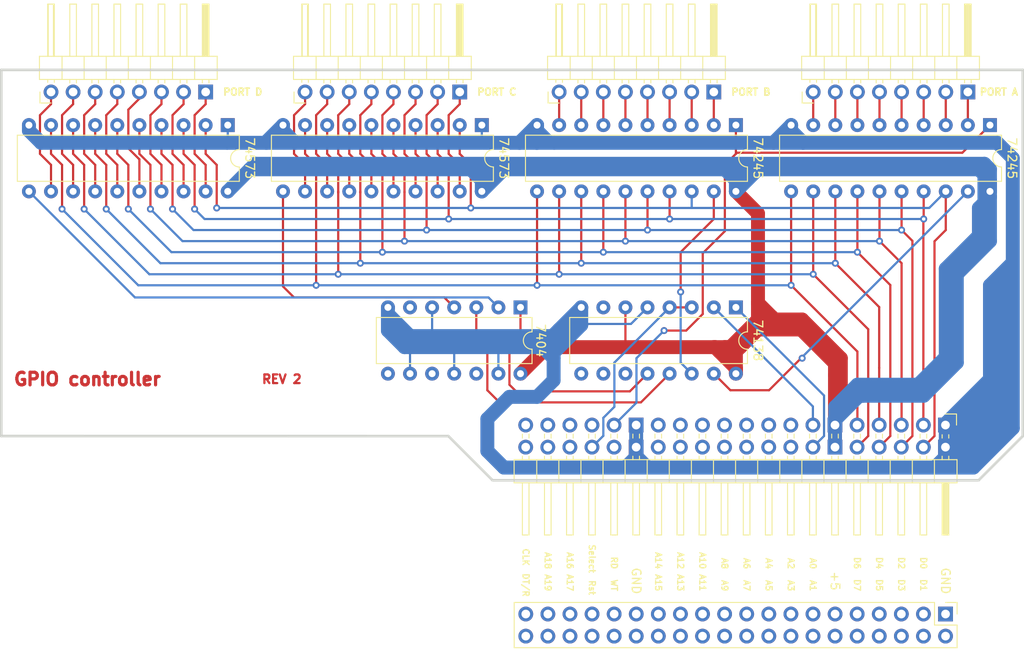
<source format=kicad_pcb>
(kicad_pcb (version 20171130) (host pcbnew "(5.1.10)-1")

  (general
    (thickness 1.6)
    (drawings 161)
    (tracks 452)
    (zones 0)
    (modules 12)
    (nets 1)
  )

  (page User 799.998 599.999)
  (layers
    (0 F.Cu signal)
    (31 B.Cu signal)
    (32 B.Adhes user)
    (33 F.Adhes user)
    (34 B.Paste user)
    (35 F.Paste user)
    (36 B.SilkS user)
    (37 F.SilkS user)
    (38 B.Mask user)
    (39 F.Mask user)
    (40 Dwgs.User user)
    (41 Cmts.User user hide)
    (42 Eco1.User user hide)
    (43 Eco2.User user hide)
    (44 Edge.Cuts user)
    (45 Margin user hide)
    (46 B.CrtYd user hide)
    (47 F.CrtYd user hide)
    (48 B.Fab user hide)
    (49 F.Fab user hide)
  )

  (setup
    (last_trace_width 0.25)
    (user_trace_width 1)
    (user_trace_width 1.6)
    (user_trace_width 2.5)
    (user_trace_width 6.5)
    (trace_clearance 0.2)
    (zone_clearance 0.508)
    (zone_45_only yes)
    (trace_min 0.2)
    (via_size 0.8)
    (via_drill 0.4)
    (via_min_size 0.4)
    (via_min_drill 0.3)
    (user_via 0.54 0.3)
    (user_via 1.2 0.7)
    (user_via 1.5 0.9)
    (uvia_size 0.3)
    (uvia_drill 0.1)
    (uvias_allowed no)
    (uvia_min_size 0.2)
    (uvia_min_drill 0.1)
    (edge_width 0.05)
    (segment_width 0.2)
    (pcb_text_width 0.3)
    (pcb_text_size 1.5 1.5)
    (mod_edge_width 0.12)
    (mod_text_size 1 1)
    (mod_text_width 0.15)
    (pad_size 1.7 1.7)
    (pad_drill 1)
    (pad_to_mask_clearance 0)
    (aux_axis_origin 0 0)
    (grid_origin 544.83 341.63)
    (visible_elements 7FFFEFFF)
    (pcbplotparams
      (layerselection 0x010f0_ffffffff)
      (usegerberextensions false)
      (usegerberattributes true)
      (usegerberadvancedattributes true)
      (creategerberjobfile true)
      (excludeedgelayer true)
      (linewidth 0.100000)
      (plotframeref false)
      (viasonmask false)
      (mode 1)
      (useauxorigin false)
      (hpglpennumber 1)
      (hpglpenspeed 20)
      (hpglpendiameter 15.000000)
      (psnegative false)
      (psa4output false)
      (plotreference true)
      (plotvalue true)
      (plotinvisibletext false)
      (padsonsilk false)
      (subtractmaskfromsilk false)
      (outputformat 1)
      (mirror false)
      (drillshape 0)
      (scaleselection 1)
      (outputdirectory "C:/Users/admin/Desktop/GPIO_controller_V2"))
  )

  (net 0 "")

  (net_class Default "This is the default net class."
    (clearance 0.2)
    (trace_width 0.25)
    (via_dia 0.8)
    (via_drill 0.4)
    (uvia_dia 0.3)
    (uvia_drill 0.1)
  )

  (module Connector_PinHeader_2.54mm:PinHeader_2x20_P2.54mm_Vertical (layer F.Cu) (tedit 59FED5CC) (tstamp 629BE271)
    (at 479.3996 314.5282 270)
    (descr "Through hole straight pin header, 2x20, 2.54mm pitch, double rows")
    (tags "Through hole pin header THT 2x20 2.54mm double row")
    (fp_text reference " " (at 1.27 -3.81 90) (layer F.SilkS)
      (effects (font (size 1 1) (thickness 0.2)))
    )
    (fp_text value PinHeader_2x20_P2.54mm_Vertical (at 1.27 50.59 90) (layer F.Fab)
      (effects (font (size 1 1) (thickness 0.15)))
    )
    (fp_line (start 4.35 -1.8) (end -1.8 -1.8) (layer F.CrtYd) (width 0.05))
    (fp_line (start 4.35 50.05) (end 4.35 -1.8) (layer F.CrtYd) (width 0.05))
    (fp_line (start -1.8 50.05) (end 4.35 50.05) (layer F.CrtYd) (width 0.05))
    (fp_line (start -1.8 -1.8) (end -1.8 50.05) (layer F.CrtYd) (width 0.05))
    (fp_line (start -1.33 -1.33) (end 0 -1.33) (layer F.SilkS) (width 0.12))
    (fp_line (start -1.33 0) (end -1.33 -1.33) (layer F.SilkS) (width 0.12))
    (fp_line (start 1.27 -1.33) (end 3.87 -1.33) (layer F.SilkS) (width 0.12))
    (fp_line (start 1.27 1.27) (end 1.27 -1.33) (layer F.SilkS) (width 0.12))
    (fp_line (start -1.33 1.27) (end 1.27 1.27) (layer F.SilkS) (width 0.12))
    (fp_line (start 3.87 -1.33) (end 3.87 49.59) (layer F.SilkS) (width 0.12))
    (fp_line (start -1.33 1.27) (end -1.33 49.59) (layer F.SilkS) (width 0.12))
    (fp_line (start -1.33 49.59) (end 3.87 49.59) (layer F.SilkS) (width 0.12))
    (fp_line (start -1.27 0) (end 0 -1.27) (layer F.Fab) (width 0.1))
    (fp_line (start -1.27 49.53) (end -1.27 0) (layer F.Fab) (width 0.1))
    (fp_line (start 3.81 49.53) (end -1.27 49.53) (layer F.Fab) (width 0.1))
    (fp_line (start 3.81 -1.27) (end 3.81 49.53) (layer F.Fab) (width 0.1))
    (fp_line (start 0 -1.27) (end 3.81 -1.27) (layer F.Fab) (width 0.1))
    (fp_text user %R (at 1.27 24.13) (layer F.Fab)
      (effects (font (size 1 1) (thickness 0.15)))
    )
    (pad 1 thru_hole rect (at 0 0 270) (size 1.7 1.7) (drill 1) (layers *.Cu *.Mask))
    (pad 2 thru_hole oval (at 2.54 0 270) (size 1.7 1.7) (drill 1) (layers *.Cu *.Mask))
    (pad 3 thru_hole oval (at 0 2.54 270) (size 1.7 1.7) (drill 1) (layers *.Cu *.Mask))
    (pad 4 thru_hole oval (at 2.54 2.54 270) (size 1.7 1.7) (drill 1) (layers *.Cu *.Mask))
    (pad 5 thru_hole oval (at 0 5.08 270) (size 1.7 1.7) (drill 1) (layers *.Cu *.Mask))
    (pad 6 thru_hole oval (at 2.54 5.08 270) (size 1.7 1.7) (drill 1) (layers *.Cu *.Mask))
    (pad 7 thru_hole oval (at 0 7.62 270) (size 1.7 1.7) (drill 1) (layers *.Cu *.Mask))
    (pad 8 thru_hole oval (at 2.54 7.62 270) (size 1.7 1.7) (drill 1) (layers *.Cu *.Mask))
    (pad 9 thru_hole oval (at 0 10.16 270) (size 1.7 1.7) (drill 1) (layers *.Cu *.Mask))
    (pad 10 thru_hole oval (at 2.54 10.16 270) (size 1.7 1.7) (drill 1) (layers *.Cu *.Mask))
    (pad 11 thru_hole oval (at 0 12.7 270) (size 1.7 1.7) (drill 1) (layers *.Cu *.Mask))
    (pad 12 thru_hole oval (at 2.54 12.7 270) (size 1.7 1.7) (drill 1) (layers *.Cu *.Mask))
    (pad 13 thru_hole oval (at 0 15.24 270) (size 1.7 1.7) (drill 1) (layers *.Cu *.Mask))
    (pad 14 thru_hole oval (at 2.54 15.24 270) (size 1.7 1.7) (drill 1) (layers *.Cu *.Mask))
    (pad 15 thru_hole oval (at 0 17.78 270) (size 1.7 1.7) (drill 1) (layers *.Cu *.Mask))
    (pad 16 thru_hole oval (at 2.54 17.78 270) (size 1.7 1.7) (drill 1) (layers *.Cu *.Mask))
    (pad 17 thru_hole oval (at 0 20.32 270) (size 1.7 1.7) (drill 1) (layers *.Cu *.Mask))
    (pad 18 thru_hole oval (at 2.54 20.32 270) (size 1.7 1.7) (drill 1) (layers *.Cu *.Mask))
    (pad 19 thru_hole oval (at 0 22.86 270) (size 1.7 1.7) (drill 1) (layers *.Cu *.Mask))
    (pad 20 thru_hole oval (at 2.54 22.86 270) (size 1.7 1.7) (drill 1) (layers *.Cu *.Mask))
    (pad 21 thru_hole oval (at 0 25.4 270) (size 1.7 1.7) (drill 1) (layers *.Cu *.Mask))
    (pad 22 thru_hole oval (at 2.54 25.4 270) (size 1.7 1.7) (drill 1) (layers *.Cu *.Mask))
    (pad 23 thru_hole oval (at 0 27.94 270) (size 1.7 1.7) (drill 1) (layers *.Cu *.Mask))
    (pad 24 thru_hole oval (at 2.54 27.94 270) (size 1.7 1.7) (drill 1) (layers *.Cu *.Mask))
    (pad 25 thru_hole oval (at 0 30.48 270) (size 1.7 1.7) (drill 1) (layers *.Cu *.Mask))
    (pad 26 thru_hole oval (at 2.54 30.48 270) (size 1.7 1.7) (drill 1) (layers *.Cu *.Mask))
    (pad 27 thru_hole oval (at 0 33.02 270) (size 1.7 1.7) (drill 1) (layers *.Cu *.Mask))
    (pad 28 thru_hole oval (at 2.54 33.02 270) (size 1.7 1.7) (drill 1) (layers *.Cu *.Mask))
    (pad 29 thru_hole oval (at 0 35.56 270) (size 1.7 1.7) (drill 1) (layers *.Cu *.Mask))
    (pad 30 thru_hole oval (at 2.54 35.56 270) (size 1.7 1.7) (drill 1) (layers *.Cu *.Mask))
    (pad 31 thru_hole oval (at 0 38.1 270) (size 1.7 1.7) (drill 1) (layers *.Cu *.Mask))
    (pad 32 thru_hole oval (at 2.54 38.1 270) (size 1.7 1.7) (drill 1) (layers *.Cu *.Mask))
    (pad 33 thru_hole oval (at 0 40.64 270) (size 1.7 1.7) (drill 1) (layers *.Cu *.Mask))
    (pad 34 thru_hole oval (at 2.54 40.64 270) (size 1.7 1.7) (drill 1) (layers *.Cu *.Mask))
    (pad 35 thru_hole oval (at 0 43.18 270) (size 1.7 1.7) (drill 1) (layers *.Cu *.Mask))
    (pad 36 thru_hole oval (at 2.54 43.18 270) (size 1.7 1.7) (drill 1) (layers *.Cu *.Mask))
    (pad 37 thru_hole oval (at 0 45.72 270) (size 1.7 1.7) (drill 1) (layers *.Cu *.Mask))
    (pad 38 thru_hole oval (at 2.54 45.72 270) (size 1.7 1.7) (drill 1) (layers *.Cu *.Mask))
    (pad 39 thru_hole oval (at 0 48.26 270) (size 1.7 1.7) (drill 1) (layers *.Cu *.Mask))
    (pad 40 thru_hole oval (at 2.54 48.26 270) (size 1.7 1.7) (drill 1) (layers *.Cu *.Mask))
    (model ${KISYS3DMOD}/Connector_PinHeader_2.54mm.3dshapes/PinHeader_2x20_P2.54mm_Vertical.wrl
      (at (xyz 0 0 0))
      (scale (xyz 1 1 1))
      (rotate (xyz 0 0 0))
    )
  )

  (module Package_DIP:DIP-16_W7.62mm (layer F.Cu) (tedit 5A02E8C5) (tstamp 61628571)
    (at 455.295 279.273 270)
    (descr "16-lead though-hole mounted DIP package, row spacing 7.62 mm (300 mils)")
    (tags "THT DIP DIL PDIP 2.54mm 7.62mm 300mil")
    (fp_text reference 74138 (at 3.81 -2.54 270 unlocked) (layer F.SilkS)
      (effects (font (size 1 1) (thickness 0.15)))
    )
    (fp_text value DIP-16_W7.62mm (at 3.81 20.11 90) (layer F.Fab)
      (effects (font (size 1 1) (thickness 0.15)))
    )
    (fp_line (start 1.635 -1.27) (end 6.985 -1.27) (layer F.Fab) (width 0.1))
    (fp_line (start 6.985 -1.27) (end 6.985 19.05) (layer F.Fab) (width 0.1))
    (fp_line (start 6.985 19.05) (end 0.635 19.05) (layer F.Fab) (width 0.1))
    (fp_line (start 0.635 19.05) (end 0.635 -0.27) (layer F.Fab) (width 0.1))
    (fp_line (start 0.635 -0.27) (end 1.635 -1.27) (layer F.Fab) (width 0.1))
    (fp_line (start 2.81 -1.33) (end 1.16 -1.33) (layer F.SilkS) (width 0.12))
    (fp_line (start 1.16 -1.33) (end 1.16 19.11) (layer F.SilkS) (width 0.12))
    (fp_line (start 1.16 19.11) (end 6.46 19.11) (layer F.SilkS) (width 0.12))
    (fp_line (start 6.46 19.11) (end 6.46 -1.33) (layer F.SilkS) (width 0.12))
    (fp_line (start 6.46 -1.33) (end 4.81 -1.33) (layer F.SilkS) (width 0.12))
    (fp_line (start -1.1 -1.55) (end -1.1 19.3) (layer F.CrtYd) (width 0.05))
    (fp_line (start -1.1 19.3) (end 8.7 19.3) (layer F.CrtYd) (width 0.05))
    (fp_line (start 8.7 19.3) (end 8.7 -1.55) (layer F.CrtYd) (width 0.05))
    (fp_line (start 8.7 -1.55) (end -1.1 -1.55) (layer F.CrtYd) (width 0.05))
    (fp_arc (start 3.81 -1.33) (end 2.81 -1.33) (angle -180) (layer F.SilkS) (width 0.12))
    (fp_text user %R (at 3.81 8.89 90) (layer F.Fab)
      (effects (font (size 1 1) (thickness 0.15)))
    )
    (pad 1 thru_hole rect (at 0 0 270) (size 1.6 1.6) (drill 0.8) (layers *.Cu *.Mask))
    (pad 9 thru_hole oval (at 7.62 17.78 270) (size 1.6 1.6) (drill 0.8) (layers *.Cu *.Mask))
    (pad 2 thru_hole oval (at 0 2.54 270) (size 1.6 1.6) (drill 0.8) (layers *.Cu *.Mask))
    (pad 10 thru_hole oval (at 7.62 15.24 270) (size 1.6 1.6) (drill 0.8) (layers *.Cu *.Mask))
    (pad 3 thru_hole oval (at 0 5.08 270) (size 1.6 1.6) (drill 0.8) (layers *.Cu *.Mask))
    (pad 11 thru_hole oval (at 7.62 12.7 270) (size 1.6 1.6) (drill 0.8) (layers *.Cu *.Mask))
    (pad 4 thru_hole oval (at 0 7.62 270) (size 1.6 1.6) (drill 0.8) (layers *.Cu *.Mask))
    (pad 12 thru_hole oval (at 7.62 10.16 270) (size 1.6 1.6) (drill 0.8) (layers *.Cu *.Mask))
    (pad 5 thru_hole oval (at 0 10.16 270) (size 1.6 1.6) (drill 0.8) (layers *.Cu *.Mask))
    (pad 13 thru_hole oval (at 7.62 7.62 270) (size 1.6 1.6) (drill 0.8) (layers *.Cu *.Mask))
    (pad 6 thru_hole oval (at 0 12.7 270) (size 1.6 1.6) (drill 0.8) (layers *.Cu *.Mask))
    (pad 14 thru_hole oval (at 7.62 5.08 270) (size 1.6 1.6) (drill 0.8) (layers *.Cu *.Mask))
    (pad 7 thru_hole oval (at 0 15.24 270) (size 1.6 1.6) (drill 0.8) (layers *.Cu *.Mask))
    (pad 15 thru_hole oval (at 7.62 2.54 270) (size 1.6 1.6) (drill 0.8) (layers *.Cu *.Mask))
    (pad 8 thru_hole oval (at 0 17.78 270) (size 1.6 1.6) (drill 0.8) (layers *.Cu *.Mask))
    (pad 16 thru_hole oval (at 7.62 0 270) (size 1.6 1.6) (drill 0.8) (layers *.Cu *.Mask))
    (model ${KISYS3DMOD}/Package_DIP.3dshapes/DIP-16_W7.62mm.wrl
      (at (xyz 0 0 0))
      (scale (xyz 1 1 1))
      (rotate (xyz 0 0 0))
    )
  )

  (module Connector_PinHeader_2.54mm:PinHeader_1x08_P2.54mm_Horizontal_Inverse (layer F.Cu) (tedit 614FDD47) (tstamp 61629EDF)
    (at 376.555 254.508 90)
    (descr "Through hole angled pin header, 1x08, 2.54mm pitch, 6mm pin length, single row")
    (tags "Through hole angled pin header THT 1x08 2.54mm single row")
    (fp_text reference " " (at 0 -1.905) (layer F.SilkS) hide
      (effects (font (size 1.25 1.25) (thickness 0.2)) (justify right))
    )
    (fp_text value PinHeader_1x08_P2.54mm_Horizontal_Inverse (at 4.385 20.05 -90) (layer F.Fab)
      (effects (font (size 1 1) (thickness 0.15)))
    )
    (fp_line (start 4.1 18.0416) (end 10.1 18.0416) (layer F.SilkS) (width 0.12))
    (fp_line (start 4.1 17.4828) (end 10.1 17.4828) (layer F.SilkS) (width 0.12))
    (fp_line (start 2.135 -1.27) (end 4.04 -1.27) (layer F.Fab) (width 0.1))
    (fp_line (start 4.04 -1.27) (end 4.04 19.05) (layer F.Fab) (width 0.1))
    (fp_line (start 4.04 19.05) (end 1.5 19.05) (layer F.Fab) (width 0.1))
    (fp_line (start 1.5 19.05) (end 1.5 -0.635) (layer F.Fab) (width 0.1))
    (fp_line (start 1.5 -0.635) (end 2.135 -1.27) (layer F.Fab) (width 0.1))
    (fp_line (start -0.32 -0.32) (end 1.5 -0.32) (layer F.Fab) (width 0.1))
    (fp_line (start -0.32 -0.32) (end -0.32 0.32) (layer F.Fab) (width 0.1))
    (fp_line (start -0.32 0.32) (end 1.5 0.32) (layer F.Fab) (width 0.1))
    (fp_line (start 4.04 -0.32) (end 10.04 -0.32) (layer F.Fab) (width 0.1))
    (fp_line (start 10.04 -0.32) (end 10.04 0.32) (layer F.Fab) (width 0.1))
    (fp_line (start 4.04 0.32) (end 10.04 0.32) (layer F.Fab) (width 0.1))
    (fp_line (start -0.32 2.22) (end 1.5 2.22) (layer F.Fab) (width 0.1))
    (fp_line (start -0.32 2.22) (end -0.32 2.86) (layer F.Fab) (width 0.1))
    (fp_line (start -0.32 2.86) (end 1.5 2.86) (layer F.Fab) (width 0.1))
    (fp_line (start 4.04 2.22) (end 10.04 2.22) (layer F.Fab) (width 0.1))
    (fp_line (start 10.04 2.22) (end 10.04 2.86) (layer F.Fab) (width 0.1))
    (fp_line (start 4.04 2.86) (end 10.04 2.86) (layer F.Fab) (width 0.1))
    (fp_line (start -0.32 4.76) (end 1.5 4.76) (layer F.Fab) (width 0.1))
    (fp_line (start -0.32 4.76) (end -0.32 5.4) (layer F.Fab) (width 0.1))
    (fp_line (start -0.32 5.4) (end 1.5 5.4) (layer F.Fab) (width 0.1))
    (fp_line (start 4.04 4.76) (end 10.04 4.76) (layer F.Fab) (width 0.1))
    (fp_line (start 10.04 4.76) (end 10.04 5.4) (layer F.Fab) (width 0.1))
    (fp_line (start 4.04 5.4) (end 10.04 5.4) (layer F.Fab) (width 0.1))
    (fp_line (start -0.32 7.3) (end 1.5 7.3) (layer F.Fab) (width 0.1))
    (fp_line (start -0.32 7.3) (end -0.32 7.94) (layer F.Fab) (width 0.1))
    (fp_line (start -0.32 7.94) (end 1.5 7.94) (layer F.Fab) (width 0.1))
    (fp_line (start 4.04 7.3) (end 10.04 7.3) (layer F.Fab) (width 0.1))
    (fp_line (start 10.04 7.3) (end 10.04 7.94) (layer F.Fab) (width 0.1))
    (fp_line (start 4.04 7.94) (end 10.04 7.94) (layer F.Fab) (width 0.1))
    (fp_line (start -0.32 9.84) (end 1.5 9.84) (layer F.Fab) (width 0.1))
    (fp_line (start -0.32 9.84) (end -0.32 10.48) (layer F.Fab) (width 0.1))
    (fp_line (start -0.32 10.48) (end 1.5 10.48) (layer F.Fab) (width 0.1))
    (fp_line (start 4.04 9.84) (end 10.04 9.84) (layer F.Fab) (width 0.1))
    (fp_line (start 10.04 9.84) (end 10.04 10.48) (layer F.Fab) (width 0.1))
    (fp_line (start 4.04 10.48) (end 10.04 10.48) (layer F.Fab) (width 0.1))
    (fp_line (start -0.32 12.38) (end 1.5 12.38) (layer F.Fab) (width 0.1))
    (fp_line (start -0.32 12.38) (end -0.32 13.02) (layer F.Fab) (width 0.1))
    (fp_line (start -0.32 13.02) (end 1.5 13.02) (layer F.Fab) (width 0.1))
    (fp_line (start 4.04 12.38) (end 10.04 12.38) (layer F.Fab) (width 0.1))
    (fp_line (start 10.04 12.38) (end 10.04 13.02) (layer F.Fab) (width 0.1))
    (fp_line (start 4.04 13.02) (end 10.04 13.02) (layer F.Fab) (width 0.1))
    (fp_line (start -0.32 14.92) (end 1.5 14.92) (layer F.Fab) (width 0.1))
    (fp_line (start -0.32 14.92) (end -0.32 15.56) (layer F.Fab) (width 0.1))
    (fp_line (start -0.32 15.56) (end 1.5 15.56) (layer F.Fab) (width 0.1))
    (fp_line (start 4.04 14.92) (end 10.04 14.92) (layer F.Fab) (width 0.1))
    (fp_line (start 10.04 14.92) (end 10.04 15.56) (layer F.Fab) (width 0.1))
    (fp_line (start 4.04 15.56) (end 10.04 15.56) (layer F.Fab) (width 0.1))
    (fp_line (start -0.32 17.46) (end 1.5 17.46) (layer F.Fab) (width 0.1))
    (fp_line (start -0.32 17.46) (end -0.32 18.1) (layer F.Fab) (width 0.1))
    (fp_line (start -0.32 18.1) (end 1.5 18.1) (layer F.Fab) (width 0.1))
    (fp_line (start 4.04 17.46) (end 10.04 17.46) (layer F.Fab) (width 0.1))
    (fp_line (start 10.04 17.46) (end 10.04 18.1) (layer F.Fab) (width 0.1))
    (fp_line (start 4.04 18.1) (end 10.04 18.1) (layer F.Fab) (width 0.1))
    (fp_line (start 1.44 -1.33) (end 1.44 19.11) (layer F.SilkS) (width 0.12))
    (fp_line (start 1.44 19.11) (end 4.1 19.11) (layer F.SilkS) (width 0.12))
    (fp_line (start 4.1 19.11) (end 4.1 -1.33) (layer F.SilkS) (width 0.12))
    (fp_line (start 4.1 -1.33) (end 1.44 -1.33) (layer F.SilkS) (width 0.12))
    (fp_line (start 4.1 -0.38) (end 10.1 -0.38) (layer F.SilkS) (width 0.12))
    (fp_line (start 10.1 -0.38) (end 10.1 0.38) (layer F.SilkS) (width 0.12))
    (fp_line (start 10.1 0.38) (end 4.1 0.38) (layer F.SilkS) (width 0.12))
    (fp_line (start 4.1 -0.32) (end 10.1 -0.32) (layer F.SilkS) (width 0.12))
    (fp_line (start 4.1 17.58) (end 10.1 17.58) (layer F.SilkS) (width 0.12))
    (fp_line (start 4.1 17.7) (end 10.1 17.7) (layer F.SilkS) (width 0.12))
    (fp_line (start 4.1 17.82) (end 10.1 17.82) (layer F.SilkS) (width 0.12))
    (fp_line (start 4.1 17.94) (end 10.1 17.94) (layer F.SilkS) (width 0.12))
    (fp_line (start 4.1 0.28) (end 10.1 0.28) (layer F.SilkS) (width 0.12))
    (fp_line (start 1.11 -0.38) (end 1.44 -0.38) (layer F.SilkS) (width 0.12))
    (fp_line (start 1.11 0.38) (end 1.44 0.38) (layer F.SilkS) (width 0.12))
    (fp_line (start 1.44 1.27) (end 4.1 1.27) (layer F.SilkS) (width 0.12))
    (fp_line (start 4.1 2.16) (end 10.1 2.16) (layer F.SilkS) (width 0.12))
    (fp_line (start 10.1 2.16) (end 10.1 2.92) (layer F.SilkS) (width 0.12))
    (fp_line (start 10.1 2.92) (end 4.1 2.92) (layer F.SilkS) (width 0.12))
    (fp_line (start 1.042929 2.16) (end 1.44 2.16) (layer F.SilkS) (width 0.12))
    (fp_line (start 1.042929 2.92) (end 1.44 2.92) (layer F.SilkS) (width 0.12))
    (fp_line (start 1.44 3.81) (end 4.1 3.81) (layer F.SilkS) (width 0.12))
    (fp_line (start 4.1 4.7) (end 10.1 4.7) (layer F.SilkS) (width 0.12))
    (fp_line (start 10.1 4.7) (end 10.1 5.46) (layer F.SilkS) (width 0.12))
    (fp_line (start 10.1 5.46) (end 4.1 5.46) (layer F.SilkS) (width 0.12))
    (fp_line (start 1.042929 4.7) (end 1.44 4.7) (layer F.SilkS) (width 0.12))
    (fp_line (start 1.042929 5.46) (end 1.44 5.46) (layer F.SilkS) (width 0.12))
    (fp_line (start 1.44 6.35) (end 4.1 6.35) (layer F.SilkS) (width 0.12))
    (fp_line (start 4.1 7.24) (end 10.1 7.24) (layer F.SilkS) (width 0.12))
    (fp_line (start 10.1 7.24) (end 10.1 8) (layer F.SilkS) (width 0.12))
    (fp_line (start 10.1 8) (end 4.1 8) (layer F.SilkS) (width 0.12))
    (fp_line (start 1.042929 7.24) (end 1.44 7.24) (layer F.SilkS) (width 0.12))
    (fp_line (start 1.042929 8) (end 1.44 8) (layer F.SilkS) (width 0.12))
    (fp_line (start 1.44 8.89) (end 4.1 8.89) (layer F.SilkS) (width 0.12))
    (fp_line (start 4.1 9.78) (end 10.1 9.78) (layer F.SilkS) (width 0.12))
    (fp_line (start 10.1 9.78) (end 10.1 10.54) (layer F.SilkS) (width 0.12))
    (fp_line (start 10.1 10.54) (end 4.1 10.54) (layer F.SilkS) (width 0.12))
    (fp_line (start 1.042929 9.78) (end 1.44 9.78) (layer F.SilkS) (width 0.12))
    (fp_line (start 1.042929 10.54) (end 1.44 10.54) (layer F.SilkS) (width 0.12))
    (fp_line (start 1.44 11.43) (end 4.1 11.43) (layer F.SilkS) (width 0.12))
    (fp_line (start 4.1 12.32) (end 10.1 12.32) (layer F.SilkS) (width 0.12))
    (fp_line (start 10.1 12.32) (end 10.1 13.08) (layer F.SilkS) (width 0.12))
    (fp_line (start 10.1 13.08) (end 4.1 13.08) (layer F.SilkS) (width 0.12))
    (fp_line (start 1.042929 12.32) (end 1.44 12.32) (layer F.SilkS) (width 0.12))
    (fp_line (start 1.042929 13.08) (end 1.44 13.08) (layer F.SilkS) (width 0.12))
    (fp_line (start 1.44 13.97) (end 4.1 13.97) (layer F.SilkS) (width 0.12))
    (fp_line (start 4.1 14.86) (end 10.1 14.86) (layer F.SilkS) (width 0.12))
    (fp_line (start 10.1 14.86) (end 10.1 15.62) (layer F.SilkS) (width 0.12))
    (fp_line (start 10.1 15.62) (end 4.1 15.62) (layer F.SilkS) (width 0.12))
    (fp_line (start 1.042929 14.86) (end 1.44 14.86) (layer F.SilkS) (width 0.12))
    (fp_line (start 1.042929 15.62) (end 1.44 15.62) (layer F.SilkS) (width 0.12))
    (fp_line (start 1.44 16.51) (end 4.1 16.51) (layer F.SilkS) (width 0.12))
    (fp_line (start 4.1 17.4) (end 10.1 17.4) (layer F.SilkS) (width 0.12))
    (fp_line (start 10.1 17.4) (end 10.1 18.16) (layer F.SilkS) (width 0.12))
    (fp_line (start 10.1 18.16) (end 4.1 18.16) (layer F.SilkS) (width 0.12))
    (fp_line (start 1.042929 17.4) (end 1.44 17.4) (layer F.SilkS) (width 0.12))
    (fp_line (start 1.042929 18.16) (end 1.44 18.16) (layer F.SilkS) (width 0.12))
    (fp_line (start -1.27 0) (end -1.27 -1.27) (layer F.SilkS) (width 0.12))
    (fp_line (start -1.27 -1.27) (end 0 -1.27) (layer F.SilkS) (width 0.12))
    (fp_line (start -1.8 -1.8) (end -1.8 19.55) (layer F.CrtYd) (width 0.05))
    (fp_line (start -1.8 19.55) (end 10.55 19.55) (layer F.CrtYd) (width 0.05))
    (fp_line (start 10.55 19.55) (end 10.55 -1.8) (layer F.CrtYd) (width 0.05))
    (fp_line (start 10.55 -1.8) (end -1.8 -1.8) (layer F.CrtYd) (width 0.05))
    (fp_text user %R (at 2.77 8.89) (layer F.Fab)
      (effects (font (size 1 1) (thickness 0.15)))
    )
    (pad 8 thru_hole circle (at 0 0 90) (size 1.7 1.7) (drill 1) (layers *.Cu *.Mask))
    (pad 7 thru_hole oval (at 0 2.54 90) (size 1.7 1.7) (drill 1) (layers *.Cu *.Mask))
    (pad 6 thru_hole oval (at 0 5.08 90) (size 1.7 1.7) (drill 1) (layers *.Cu *.Mask))
    (pad 5 thru_hole oval (at 0 7.62 90) (size 1.7 1.7) (drill 1) (layers *.Cu *.Mask))
    (pad 4 thru_hole oval (at 0 10.16 90) (size 1.7 1.7) (drill 1) (layers *.Cu *.Mask))
    (pad 3 thru_hole oval (at 0 12.7 90) (size 1.7 1.7) (drill 1) (layers *.Cu *.Mask))
    (pad 2 thru_hole oval (at 0 15.24 90) (size 1.7 1.7) (drill 1) (layers *.Cu *.Mask))
    (pad 1 thru_hole rect (at 0 17.78 90) (size 1.7 1.7) (drill 1) (layers *.Cu *.Mask))
    (model ${KISYS3DMOD}/Connector_PinHeader_2.54mm.3dshapes/PinHeader_1x08_P2.54mm_Horizontal.wrl
      (at (xyz 0 0 0))
      (scale (xyz 1 1 1))
      (rotate (xyz 0 0 0))
    )
  )

  (module Connector_PinHeader_2.54mm:PinHeader_1x08_P2.54mm_Horizontal_Inverse (layer F.Cu) (tedit 614FDD47) (tstamp 61629EDF)
    (at 405.765 254.508 90)
    (descr "Through hole angled pin header, 1x08, 2.54mm pitch, 6mm pin length, single row")
    (tags "Through hole angled pin header THT 1x08 2.54mm single row")
    (fp_text reference " " (at 0 -1.905) (layer F.SilkS) hide
      (effects (font (size 1.25 1.25) (thickness 0.2)) (justify right))
    )
    (fp_text value PinHeader_1x08_P2.54mm_Horizontal_Inverse (at 4.385 20.05 -90) (layer F.Fab)
      (effects (font (size 1 1) (thickness 0.15)))
    )
    (fp_line (start 4.1 18.0416) (end 10.1 18.0416) (layer F.SilkS) (width 0.12))
    (fp_line (start 4.1 17.4828) (end 10.1 17.4828) (layer F.SilkS) (width 0.12))
    (fp_line (start 2.135 -1.27) (end 4.04 -1.27) (layer F.Fab) (width 0.1))
    (fp_line (start 4.04 -1.27) (end 4.04 19.05) (layer F.Fab) (width 0.1))
    (fp_line (start 4.04 19.05) (end 1.5 19.05) (layer F.Fab) (width 0.1))
    (fp_line (start 1.5 19.05) (end 1.5 -0.635) (layer F.Fab) (width 0.1))
    (fp_line (start 1.5 -0.635) (end 2.135 -1.27) (layer F.Fab) (width 0.1))
    (fp_line (start -0.32 -0.32) (end 1.5 -0.32) (layer F.Fab) (width 0.1))
    (fp_line (start -0.32 -0.32) (end -0.32 0.32) (layer F.Fab) (width 0.1))
    (fp_line (start -0.32 0.32) (end 1.5 0.32) (layer F.Fab) (width 0.1))
    (fp_line (start 4.04 -0.32) (end 10.04 -0.32) (layer F.Fab) (width 0.1))
    (fp_line (start 10.04 -0.32) (end 10.04 0.32) (layer F.Fab) (width 0.1))
    (fp_line (start 4.04 0.32) (end 10.04 0.32) (layer F.Fab) (width 0.1))
    (fp_line (start -0.32 2.22) (end 1.5 2.22) (layer F.Fab) (width 0.1))
    (fp_line (start -0.32 2.22) (end -0.32 2.86) (layer F.Fab) (width 0.1))
    (fp_line (start -0.32 2.86) (end 1.5 2.86) (layer F.Fab) (width 0.1))
    (fp_line (start 4.04 2.22) (end 10.04 2.22) (layer F.Fab) (width 0.1))
    (fp_line (start 10.04 2.22) (end 10.04 2.86) (layer F.Fab) (width 0.1))
    (fp_line (start 4.04 2.86) (end 10.04 2.86) (layer F.Fab) (width 0.1))
    (fp_line (start -0.32 4.76) (end 1.5 4.76) (layer F.Fab) (width 0.1))
    (fp_line (start -0.32 4.76) (end -0.32 5.4) (layer F.Fab) (width 0.1))
    (fp_line (start -0.32 5.4) (end 1.5 5.4) (layer F.Fab) (width 0.1))
    (fp_line (start 4.04 4.76) (end 10.04 4.76) (layer F.Fab) (width 0.1))
    (fp_line (start 10.04 4.76) (end 10.04 5.4) (layer F.Fab) (width 0.1))
    (fp_line (start 4.04 5.4) (end 10.04 5.4) (layer F.Fab) (width 0.1))
    (fp_line (start -0.32 7.3) (end 1.5 7.3) (layer F.Fab) (width 0.1))
    (fp_line (start -0.32 7.3) (end -0.32 7.94) (layer F.Fab) (width 0.1))
    (fp_line (start -0.32 7.94) (end 1.5 7.94) (layer F.Fab) (width 0.1))
    (fp_line (start 4.04 7.3) (end 10.04 7.3) (layer F.Fab) (width 0.1))
    (fp_line (start 10.04 7.3) (end 10.04 7.94) (layer F.Fab) (width 0.1))
    (fp_line (start 4.04 7.94) (end 10.04 7.94) (layer F.Fab) (width 0.1))
    (fp_line (start -0.32 9.84) (end 1.5 9.84) (layer F.Fab) (width 0.1))
    (fp_line (start -0.32 9.84) (end -0.32 10.48) (layer F.Fab) (width 0.1))
    (fp_line (start -0.32 10.48) (end 1.5 10.48) (layer F.Fab) (width 0.1))
    (fp_line (start 4.04 9.84) (end 10.04 9.84) (layer F.Fab) (width 0.1))
    (fp_line (start 10.04 9.84) (end 10.04 10.48) (layer F.Fab) (width 0.1))
    (fp_line (start 4.04 10.48) (end 10.04 10.48) (layer F.Fab) (width 0.1))
    (fp_line (start -0.32 12.38) (end 1.5 12.38) (layer F.Fab) (width 0.1))
    (fp_line (start -0.32 12.38) (end -0.32 13.02) (layer F.Fab) (width 0.1))
    (fp_line (start -0.32 13.02) (end 1.5 13.02) (layer F.Fab) (width 0.1))
    (fp_line (start 4.04 12.38) (end 10.04 12.38) (layer F.Fab) (width 0.1))
    (fp_line (start 10.04 12.38) (end 10.04 13.02) (layer F.Fab) (width 0.1))
    (fp_line (start 4.04 13.02) (end 10.04 13.02) (layer F.Fab) (width 0.1))
    (fp_line (start -0.32 14.92) (end 1.5 14.92) (layer F.Fab) (width 0.1))
    (fp_line (start -0.32 14.92) (end -0.32 15.56) (layer F.Fab) (width 0.1))
    (fp_line (start -0.32 15.56) (end 1.5 15.56) (layer F.Fab) (width 0.1))
    (fp_line (start 4.04 14.92) (end 10.04 14.92) (layer F.Fab) (width 0.1))
    (fp_line (start 10.04 14.92) (end 10.04 15.56) (layer F.Fab) (width 0.1))
    (fp_line (start 4.04 15.56) (end 10.04 15.56) (layer F.Fab) (width 0.1))
    (fp_line (start -0.32 17.46) (end 1.5 17.46) (layer F.Fab) (width 0.1))
    (fp_line (start -0.32 17.46) (end -0.32 18.1) (layer F.Fab) (width 0.1))
    (fp_line (start -0.32 18.1) (end 1.5 18.1) (layer F.Fab) (width 0.1))
    (fp_line (start 4.04 17.46) (end 10.04 17.46) (layer F.Fab) (width 0.1))
    (fp_line (start 10.04 17.46) (end 10.04 18.1) (layer F.Fab) (width 0.1))
    (fp_line (start 4.04 18.1) (end 10.04 18.1) (layer F.Fab) (width 0.1))
    (fp_line (start 1.44 -1.33) (end 1.44 19.11) (layer F.SilkS) (width 0.12))
    (fp_line (start 1.44 19.11) (end 4.1 19.11) (layer F.SilkS) (width 0.12))
    (fp_line (start 4.1 19.11) (end 4.1 -1.33) (layer F.SilkS) (width 0.12))
    (fp_line (start 4.1 -1.33) (end 1.44 -1.33) (layer F.SilkS) (width 0.12))
    (fp_line (start 4.1 -0.38) (end 10.1 -0.38) (layer F.SilkS) (width 0.12))
    (fp_line (start 10.1 -0.38) (end 10.1 0.38) (layer F.SilkS) (width 0.12))
    (fp_line (start 10.1 0.38) (end 4.1 0.38) (layer F.SilkS) (width 0.12))
    (fp_line (start 4.1 -0.32) (end 10.1 -0.32) (layer F.SilkS) (width 0.12))
    (fp_line (start 4.1 17.58) (end 10.1 17.58) (layer F.SilkS) (width 0.12))
    (fp_line (start 4.1 17.7) (end 10.1 17.7) (layer F.SilkS) (width 0.12))
    (fp_line (start 4.1 17.82) (end 10.1 17.82) (layer F.SilkS) (width 0.12))
    (fp_line (start 4.1 17.94) (end 10.1 17.94) (layer F.SilkS) (width 0.12))
    (fp_line (start 4.1 0.28) (end 10.1 0.28) (layer F.SilkS) (width 0.12))
    (fp_line (start 1.11 -0.38) (end 1.44 -0.38) (layer F.SilkS) (width 0.12))
    (fp_line (start 1.11 0.38) (end 1.44 0.38) (layer F.SilkS) (width 0.12))
    (fp_line (start 1.44 1.27) (end 4.1 1.27) (layer F.SilkS) (width 0.12))
    (fp_line (start 4.1 2.16) (end 10.1 2.16) (layer F.SilkS) (width 0.12))
    (fp_line (start 10.1 2.16) (end 10.1 2.92) (layer F.SilkS) (width 0.12))
    (fp_line (start 10.1 2.92) (end 4.1 2.92) (layer F.SilkS) (width 0.12))
    (fp_line (start 1.042929 2.16) (end 1.44 2.16) (layer F.SilkS) (width 0.12))
    (fp_line (start 1.042929 2.92) (end 1.44 2.92) (layer F.SilkS) (width 0.12))
    (fp_line (start 1.44 3.81) (end 4.1 3.81) (layer F.SilkS) (width 0.12))
    (fp_line (start 4.1 4.7) (end 10.1 4.7) (layer F.SilkS) (width 0.12))
    (fp_line (start 10.1 4.7) (end 10.1 5.46) (layer F.SilkS) (width 0.12))
    (fp_line (start 10.1 5.46) (end 4.1 5.46) (layer F.SilkS) (width 0.12))
    (fp_line (start 1.042929 4.7) (end 1.44 4.7) (layer F.SilkS) (width 0.12))
    (fp_line (start 1.042929 5.46) (end 1.44 5.46) (layer F.SilkS) (width 0.12))
    (fp_line (start 1.44 6.35) (end 4.1 6.35) (layer F.SilkS) (width 0.12))
    (fp_line (start 4.1 7.24) (end 10.1 7.24) (layer F.SilkS) (width 0.12))
    (fp_line (start 10.1 7.24) (end 10.1 8) (layer F.SilkS) (width 0.12))
    (fp_line (start 10.1 8) (end 4.1 8) (layer F.SilkS) (width 0.12))
    (fp_line (start 1.042929 7.24) (end 1.44 7.24) (layer F.SilkS) (width 0.12))
    (fp_line (start 1.042929 8) (end 1.44 8) (layer F.SilkS) (width 0.12))
    (fp_line (start 1.44 8.89) (end 4.1 8.89) (layer F.SilkS) (width 0.12))
    (fp_line (start 4.1 9.78) (end 10.1 9.78) (layer F.SilkS) (width 0.12))
    (fp_line (start 10.1 9.78) (end 10.1 10.54) (layer F.SilkS) (width 0.12))
    (fp_line (start 10.1 10.54) (end 4.1 10.54) (layer F.SilkS) (width 0.12))
    (fp_line (start 1.042929 9.78) (end 1.44 9.78) (layer F.SilkS) (width 0.12))
    (fp_line (start 1.042929 10.54) (end 1.44 10.54) (layer F.SilkS) (width 0.12))
    (fp_line (start 1.44 11.43) (end 4.1 11.43) (layer F.SilkS) (width 0.12))
    (fp_line (start 4.1 12.32) (end 10.1 12.32) (layer F.SilkS) (width 0.12))
    (fp_line (start 10.1 12.32) (end 10.1 13.08) (layer F.SilkS) (width 0.12))
    (fp_line (start 10.1 13.08) (end 4.1 13.08) (layer F.SilkS) (width 0.12))
    (fp_line (start 1.042929 12.32) (end 1.44 12.32) (layer F.SilkS) (width 0.12))
    (fp_line (start 1.042929 13.08) (end 1.44 13.08) (layer F.SilkS) (width 0.12))
    (fp_line (start 1.44 13.97) (end 4.1 13.97) (layer F.SilkS) (width 0.12))
    (fp_line (start 4.1 14.86) (end 10.1 14.86) (layer F.SilkS) (width 0.12))
    (fp_line (start 10.1 14.86) (end 10.1 15.62) (layer F.SilkS) (width 0.12))
    (fp_line (start 10.1 15.62) (end 4.1 15.62) (layer F.SilkS) (width 0.12))
    (fp_line (start 1.042929 14.86) (end 1.44 14.86) (layer F.SilkS) (width 0.12))
    (fp_line (start 1.042929 15.62) (end 1.44 15.62) (layer F.SilkS) (width 0.12))
    (fp_line (start 1.44 16.51) (end 4.1 16.51) (layer F.SilkS) (width 0.12))
    (fp_line (start 4.1 17.4) (end 10.1 17.4) (layer F.SilkS) (width 0.12))
    (fp_line (start 10.1 17.4) (end 10.1 18.16) (layer F.SilkS) (width 0.12))
    (fp_line (start 10.1 18.16) (end 4.1 18.16) (layer F.SilkS) (width 0.12))
    (fp_line (start 1.042929 17.4) (end 1.44 17.4) (layer F.SilkS) (width 0.12))
    (fp_line (start 1.042929 18.16) (end 1.44 18.16) (layer F.SilkS) (width 0.12))
    (fp_line (start -1.27 0) (end -1.27 -1.27) (layer F.SilkS) (width 0.12))
    (fp_line (start -1.27 -1.27) (end 0 -1.27) (layer F.SilkS) (width 0.12))
    (fp_line (start -1.8 -1.8) (end -1.8 19.55) (layer F.CrtYd) (width 0.05))
    (fp_line (start -1.8 19.55) (end 10.55 19.55) (layer F.CrtYd) (width 0.05))
    (fp_line (start 10.55 19.55) (end 10.55 -1.8) (layer F.CrtYd) (width 0.05))
    (fp_line (start 10.55 -1.8) (end -1.8 -1.8) (layer F.CrtYd) (width 0.05))
    (fp_text user %R (at 2.77 8.89) (layer F.Fab)
      (effects (font (size 1 1) (thickness 0.15)))
    )
    (pad 8 thru_hole circle (at 0 0 90) (size 1.7 1.7) (drill 1) (layers *.Cu *.Mask))
    (pad 7 thru_hole oval (at 0 2.54 90) (size 1.7 1.7) (drill 1) (layers *.Cu *.Mask))
    (pad 6 thru_hole oval (at 0 5.08 90) (size 1.7 1.7) (drill 1) (layers *.Cu *.Mask))
    (pad 5 thru_hole oval (at 0 7.62 90) (size 1.7 1.7) (drill 1) (layers *.Cu *.Mask))
    (pad 4 thru_hole oval (at 0 10.16 90) (size 1.7 1.7) (drill 1) (layers *.Cu *.Mask))
    (pad 3 thru_hole oval (at 0 12.7 90) (size 1.7 1.7) (drill 1) (layers *.Cu *.Mask))
    (pad 2 thru_hole oval (at 0 15.24 90) (size 1.7 1.7) (drill 1) (layers *.Cu *.Mask))
    (pad 1 thru_hole rect (at 0 17.78 90) (size 1.7 1.7) (drill 1) (layers *.Cu *.Mask))
    (model ${KISYS3DMOD}/Connector_PinHeader_2.54mm.3dshapes/PinHeader_1x08_P2.54mm_Horizontal.wrl
      (at (xyz 0 0 0))
      (scale (xyz 1 1 1))
      (rotate (xyz 0 0 0))
    )
  )

  (module Connector_PinHeader_2.54mm:PinHeader_1x08_P2.54mm_Horizontal_Inverse (layer F.Cu) (tedit 614FDD47) (tstamp 61629EDF)
    (at 434.975 254.508 90)
    (descr "Through hole angled pin header, 1x08, 2.54mm pitch, 6mm pin length, single row")
    (tags "Through hole angled pin header THT 1x08 2.54mm single row")
    (fp_text reference " " (at 0 -1.905) (layer F.SilkS) hide
      (effects (font (size 1.25 1.25) (thickness 0.2)) (justify right))
    )
    (fp_text value PinHeader_1x08_P2.54mm_Horizontal_Inverse (at 4.385 20.05 -90) (layer F.Fab)
      (effects (font (size 1 1) (thickness 0.15)))
    )
    (fp_line (start 4.1 18.0416) (end 10.1 18.0416) (layer F.SilkS) (width 0.12))
    (fp_line (start 4.1 17.4828) (end 10.1 17.4828) (layer F.SilkS) (width 0.12))
    (fp_line (start 2.135 -1.27) (end 4.04 -1.27) (layer F.Fab) (width 0.1))
    (fp_line (start 4.04 -1.27) (end 4.04 19.05) (layer F.Fab) (width 0.1))
    (fp_line (start 4.04 19.05) (end 1.5 19.05) (layer F.Fab) (width 0.1))
    (fp_line (start 1.5 19.05) (end 1.5 -0.635) (layer F.Fab) (width 0.1))
    (fp_line (start 1.5 -0.635) (end 2.135 -1.27) (layer F.Fab) (width 0.1))
    (fp_line (start -0.32 -0.32) (end 1.5 -0.32) (layer F.Fab) (width 0.1))
    (fp_line (start -0.32 -0.32) (end -0.32 0.32) (layer F.Fab) (width 0.1))
    (fp_line (start -0.32 0.32) (end 1.5 0.32) (layer F.Fab) (width 0.1))
    (fp_line (start 4.04 -0.32) (end 10.04 -0.32) (layer F.Fab) (width 0.1))
    (fp_line (start 10.04 -0.32) (end 10.04 0.32) (layer F.Fab) (width 0.1))
    (fp_line (start 4.04 0.32) (end 10.04 0.32) (layer F.Fab) (width 0.1))
    (fp_line (start -0.32 2.22) (end 1.5 2.22) (layer F.Fab) (width 0.1))
    (fp_line (start -0.32 2.22) (end -0.32 2.86) (layer F.Fab) (width 0.1))
    (fp_line (start -0.32 2.86) (end 1.5 2.86) (layer F.Fab) (width 0.1))
    (fp_line (start 4.04 2.22) (end 10.04 2.22) (layer F.Fab) (width 0.1))
    (fp_line (start 10.04 2.22) (end 10.04 2.86) (layer F.Fab) (width 0.1))
    (fp_line (start 4.04 2.86) (end 10.04 2.86) (layer F.Fab) (width 0.1))
    (fp_line (start -0.32 4.76) (end 1.5 4.76) (layer F.Fab) (width 0.1))
    (fp_line (start -0.32 4.76) (end -0.32 5.4) (layer F.Fab) (width 0.1))
    (fp_line (start -0.32 5.4) (end 1.5 5.4) (layer F.Fab) (width 0.1))
    (fp_line (start 4.04 4.76) (end 10.04 4.76) (layer F.Fab) (width 0.1))
    (fp_line (start 10.04 4.76) (end 10.04 5.4) (layer F.Fab) (width 0.1))
    (fp_line (start 4.04 5.4) (end 10.04 5.4) (layer F.Fab) (width 0.1))
    (fp_line (start -0.32 7.3) (end 1.5 7.3) (layer F.Fab) (width 0.1))
    (fp_line (start -0.32 7.3) (end -0.32 7.94) (layer F.Fab) (width 0.1))
    (fp_line (start -0.32 7.94) (end 1.5 7.94) (layer F.Fab) (width 0.1))
    (fp_line (start 4.04 7.3) (end 10.04 7.3) (layer F.Fab) (width 0.1))
    (fp_line (start 10.04 7.3) (end 10.04 7.94) (layer F.Fab) (width 0.1))
    (fp_line (start 4.04 7.94) (end 10.04 7.94) (layer F.Fab) (width 0.1))
    (fp_line (start -0.32 9.84) (end 1.5 9.84) (layer F.Fab) (width 0.1))
    (fp_line (start -0.32 9.84) (end -0.32 10.48) (layer F.Fab) (width 0.1))
    (fp_line (start -0.32 10.48) (end 1.5 10.48) (layer F.Fab) (width 0.1))
    (fp_line (start 4.04 9.84) (end 10.04 9.84) (layer F.Fab) (width 0.1))
    (fp_line (start 10.04 9.84) (end 10.04 10.48) (layer F.Fab) (width 0.1))
    (fp_line (start 4.04 10.48) (end 10.04 10.48) (layer F.Fab) (width 0.1))
    (fp_line (start -0.32 12.38) (end 1.5 12.38) (layer F.Fab) (width 0.1))
    (fp_line (start -0.32 12.38) (end -0.32 13.02) (layer F.Fab) (width 0.1))
    (fp_line (start -0.32 13.02) (end 1.5 13.02) (layer F.Fab) (width 0.1))
    (fp_line (start 4.04 12.38) (end 10.04 12.38) (layer F.Fab) (width 0.1))
    (fp_line (start 10.04 12.38) (end 10.04 13.02) (layer F.Fab) (width 0.1))
    (fp_line (start 4.04 13.02) (end 10.04 13.02) (layer F.Fab) (width 0.1))
    (fp_line (start -0.32 14.92) (end 1.5 14.92) (layer F.Fab) (width 0.1))
    (fp_line (start -0.32 14.92) (end -0.32 15.56) (layer F.Fab) (width 0.1))
    (fp_line (start -0.32 15.56) (end 1.5 15.56) (layer F.Fab) (width 0.1))
    (fp_line (start 4.04 14.92) (end 10.04 14.92) (layer F.Fab) (width 0.1))
    (fp_line (start 10.04 14.92) (end 10.04 15.56) (layer F.Fab) (width 0.1))
    (fp_line (start 4.04 15.56) (end 10.04 15.56) (layer F.Fab) (width 0.1))
    (fp_line (start -0.32 17.46) (end 1.5 17.46) (layer F.Fab) (width 0.1))
    (fp_line (start -0.32 17.46) (end -0.32 18.1) (layer F.Fab) (width 0.1))
    (fp_line (start -0.32 18.1) (end 1.5 18.1) (layer F.Fab) (width 0.1))
    (fp_line (start 4.04 17.46) (end 10.04 17.46) (layer F.Fab) (width 0.1))
    (fp_line (start 10.04 17.46) (end 10.04 18.1) (layer F.Fab) (width 0.1))
    (fp_line (start 4.04 18.1) (end 10.04 18.1) (layer F.Fab) (width 0.1))
    (fp_line (start 1.44 -1.33) (end 1.44 19.11) (layer F.SilkS) (width 0.12))
    (fp_line (start 1.44 19.11) (end 4.1 19.11) (layer F.SilkS) (width 0.12))
    (fp_line (start 4.1 19.11) (end 4.1 -1.33) (layer F.SilkS) (width 0.12))
    (fp_line (start 4.1 -1.33) (end 1.44 -1.33) (layer F.SilkS) (width 0.12))
    (fp_line (start 4.1 -0.38) (end 10.1 -0.38) (layer F.SilkS) (width 0.12))
    (fp_line (start 10.1 -0.38) (end 10.1 0.38) (layer F.SilkS) (width 0.12))
    (fp_line (start 10.1 0.38) (end 4.1 0.38) (layer F.SilkS) (width 0.12))
    (fp_line (start 4.1 -0.32) (end 10.1 -0.32) (layer F.SilkS) (width 0.12))
    (fp_line (start 4.1 17.58) (end 10.1 17.58) (layer F.SilkS) (width 0.12))
    (fp_line (start 4.1 17.7) (end 10.1 17.7) (layer F.SilkS) (width 0.12))
    (fp_line (start 4.1 17.82) (end 10.1 17.82) (layer F.SilkS) (width 0.12))
    (fp_line (start 4.1 17.94) (end 10.1 17.94) (layer F.SilkS) (width 0.12))
    (fp_line (start 4.1 0.28) (end 10.1 0.28) (layer F.SilkS) (width 0.12))
    (fp_line (start 1.11 -0.38) (end 1.44 -0.38) (layer F.SilkS) (width 0.12))
    (fp_line (start 1.11 0.38) (end 1.44 0.38) (layer F.SilkS) (width 0.12))
    (fp_line (start 1.44 1.27) (end 4.1 1.27) (layer F.SilkS) (width 0.12))
    (fp_line (start 4.1 2.16) (end 10.1 2.16) (layer F.SilkS) (width 0.12))
    (fp_line (start 10.1 2.16) (end 10.1 2.92) (layer F.SilkS) (width 0.12))
    (fp_line (start 10.1 2.92) (end 4.1 2.92) (layer F.SilkS) (width 0.12))
    (fp_line (start 1.042929 2.16) (end 1.44 2.16) (layer F.SilkS) (width 0.12))
    (fp_line (start 1.042929 2.92) (end 1.44 2.92) (layer F.SilkS) (width 0.12))
    (fp_line (start 1.44 3.81) (end 4.1 3.81) (layer F.SilkS) (width 0.12))
    (fp_line (start 4.1 4.7) (end 10.1 4.7) (layer F.SilkS) (width 0.12))
    (fp_line (start 10.1 4.7) (end 10.1 5.46) (layer F.SilkS) (width 0.12))
    (fp_line (start 10.1 5.46) (end 4.1 5.46) (layer F.SilkS) (width 0.12))
    (fp_line (start 1.042929 4.7) (end 1.44 4.7) (layer F.SilkS) (width 0.12))
    (fp_line (start 1.042929 5.46) (end 1.44 5.46) (layer F.SilkS) (width 0.12))
    (fp_line (start 1.44 6.35) (end 4.1 6.35) (layer F.SilkS) (width 0.12))
    (fp_line (start 4.1 7.24) (end 10.1 7.24) (layer F.SilkS) (width 0.12))
    (fp_line (start 10.1 7.24) (end 10.1 8) (layer F.SilkS) (width 0.12))
    (fp_line (start 10.1 8) (end 4.1 8) (layer F.SilkS) (width 0.12))
    (fp_line (start 1.042929 7.24) (end 1.44 7.24) (layer F.SilkS) (width 0.12))
    (fp_line (start 1.042929 8) (end 1.44 8) (layer F.SilkS) (width 0.12))
    (fp_line (start 1.44 8.89) (end 4.1 8.89) (layer F.SilkS) (width 0.12))
    (fp_line (start 4.1 9.78) (end 10.1 9.78) (layer F.SilkS) (width 0.12))
    (fp_line (start 10.1 9.78) (end 10.1 10.54) (layer F.SilkS) (width 0.12))
    (fp_line (start 10.1 10.54) (end 4.1 10.54) (layer F.SilkS) (width 0.12))
    (fp_line (start 1.042929 9.78) (end 1.44 9.78) (layer F.SilkS) (width 0.12))
    (fp_line (start 1.042929 10.54) (end 1.44 10.54) (layer F.SilkS) (width 0.12))
    (fp_line (start 1.44 11.43) (end 4.1 11.43) (layer F.SilkS) (width 0.12))
    (fp_line (start 4.1 12.32) (end 10.1 12.32) (layer F.SilkS) (width 0.12))
    (fp_line (start 10.1 12.32) (end 10.1 13.08) (layer F.SilkS) (width 0.12))
    (fp_line (start 10.1 13.08) (end 4.1 13.08) (layer F.SilkS) (width 0.12))
    (fp_line (start 1.042929 12.32) (end 1.44 12.32) (layer F.SilkS) (width 0.12))
    (fp_line (start 1.042929 13.08) (end 1.44 13.08) (layer F.SilkS) (width 0.12))
    (fp_line (start 1.44 13.97) (end 4.1 13.97) (layer F.SilkS) (width 0.12))
    (fp_line (start 4.1 14.86) (end 10.1 14.86) (layer F.SilkS) (width 0.12))
    (fp_line (start 10.1 14.86) (end 10.1 15.62) (layer F.SilkS) (width 0.12))
    (fp_line (start 10.1 15.62) (end 4.1 15.62) (layer F.SilkS) (width 0.12))
    (fp_line (start 1.042929 14.86) (end 1.44 14.86) (layer F.SilkS) (width 0.12))
    (fp_line (start 1.042929 15.62) (end 1.44 15.62) (layer F.SilkS) (width 0.12))
    (fp_line (start 1.44 16.51) (end 4.1 16.51) (layer F.SilkS) (width 0.12))
    (fp_line (start 4.1 17.4) (end 10.1 17.4) (layer F.SilkS) (width 0.12))
    (fp_line (start 10.1 17.4) (end 10.1 18.16) (layer F.SilkS) (width 0.12))
    (fp_line (start 10.1 18.16) (end 4.1 18.16) (layer F.SilkS) (width 0.12))
    (fp_line (start 1.042929 17.4) (end 1.44 17.4) (layer F.SilkS) (width 0.12))
    (fp_line (start 1.042929 18.16) (end 1.44 18.16) (layer F.SilkS) (width 0.12))
    (fp_line (start -1.27 0) (end -1.27 -1.27) (layer F.SilkS) (width 0.12))
    (fp_line (start -1.27 -1.27) (end 0 -1.27) (layer F.SilkS) (width 0.12))
    (fp_line (start -1.8 -1.8) (end -1.8 19.55) (layer F.CrtYd) (width 0.05))
    (fp_line (start -1.8 19.55) (end 10.55 19.55) (layer F.CrtYd) (width 0.05))
    (fp_line (start 10.55 19.55) (end 10.55 -1.8) (layer F.CrtYd) (width 0.05))
    (fp_line (start 10.55 -1.8) (end -1.8 -1.8) (layer F.CrtYd) (width 0.05))
    (fp_text user %R (at 2.77 8.89) (layer F.Fab)
      (effects (font (size 1 1) (thickness 0.15)))
    )
    (pad 8 thru_hole circle (at 0 0 90) (size 1.7 1.7) (drill 1) (layers *.Cu *.Mask))
    (pad 7 thru_hole oval (at 0 2.54 90) (size 1.7 1.7) (drill 1) (layers *.Cu *.Mask))
    (pad 6 thru_hole oval (at 0 5.08 90) (size 1.7 1.7) (drill 1) (layers *.Cu *.Mask))
    (pad 5 thru_hole oval (at 0 7.62 90) (size 1.7 1.7) (drill 1) (layers *.Cu *.Mask))
    (pad 4 thru_hole oval (at 0 10.16 90) (size 1.7 1.7) (drill 1) (layers *.Cu *.Mask))
    (pad 3 thru_hole oval (at 0 12.7 90) (size 1.7 1.7) (drill 1) (layers *.Cu *.Mask))
    (pad 2 thru_hole oval (at 0 15.24 90) (size 1.7 1.7) (drill 1) (layers *.Cu *.Mask))
    (pad 1 thru_hole rect (at 0 17.78 90) (size 1.7 1.7) (drill 1) (layers *.Cu *.Mask))
    (model ${KISYS3DMOD}/Connector_PinHeader_2.54mm.3dshapes/PinHeader_1x08_P2.54mm_Horizontal.wrl
      (at (xyz 0 0 0))
      (scale (xyz 1 1 1))
      (rotate (xyz 0 0 0))
    )
  )

  (module Connector_PinHeader_2.54mm:PinHeader_1x08_P2.54mm_Horizontal_Inverse (layer F.Cu) (tedit 614FDD47) (tstamp 61629CD3)
    (at 464.185 254.508 90)
    (descr "Through hole angled pin header, 1x08, 2.54mm pitch, 6mm pin length, single row")
    (tags "Through hole angled pin header THT 1x08 2.54mm single row")
    (fp_text reference " " (at 0 -1.905) (layer F.SilkS) hide
      (effects (font (size 1.25 1.25) (thickness 0.2)) (justify right))
    )
    (fp_text value PinHeader_1x08_P2.54mm_Horizontal_Inverse (at 4.385 20.05 -90) (layer F.Fab)
      (effects (font (size 1 1) (thickness 0.15)))
    )
    (fp_line (start 4.1 18.0416) (end 10.1 18.0416) (layer F.SilkS) (width 0.12))
    (fp_line (start 4.1 17.4828) (end 10.1 17.4828) (layer F.SilkS) (width 0.12))
    (fp_line (start 2.135 -1.27) (end 4.04 -1.27) (layer F.Fab) (width 0.1))
    (fp_line (start 4.04 -1.27) (end 4.04 19.05) (layer F.Fab) (width 0.1))
    (fp_line (start 4.04 19.05) (end 1.5 19.05) (layer F.Fab) (width 0.1))
    (fp_line (start 1.5 19.05) (end 1.5 -0.635) (layer F.Fab) (width 0.1))
    (fp_line (start 1.5 -0.635) (end 2.135 -1.27) (layer F.Fab) (width 0.1))
    (fp_line (start -0.32 -0.32) (end 1.5 -0.32) (layer F.Fab) (width 0.1))
    (fp_line (start -0.32 -0.32) (end -0.32 0.32) (layer F.Fab) (width 0.1))
    (fp_line (start -0.32 0.32) (end 1.5 0.32) (layer F.Fab) (width 0.1))
    (fp_line (start 4.04 -0.32) (end 10.04 -0.32) (layer F.Fab) (width 0.1))
    (fp_line (start 10.04 -0.32) (end 10.04 0.32) (layer F.Fab) (width 0.1))
    (fp_line (start 4.04 0.32) (end 10.04 0.32) (layer F.Fab) (width 0.1))
    (fp_line (start -0.32 2.22) (end 1.5 2.22) (layer F.Fab) (width 0.1))
    (fp_line (start -0.32 2.22) (end -0.32 2.86) (layer F.Fab) (width 0.1))
    (fp_line (start -0.32 2.86) (end 1.5 2.86) (layer F.Fab) (width 0.1))
    (fp_line (start 4.04 2.22) (end 10.04 2.22) (layer F.Fab) (width 0.1))
    (fp_line (start 10.04 2.22) (end 10.04 2.86) (layer F.Fab) (width 0.1))
    (fp_line (start 4.04 2.86) (end 10.04 2.86) (layer F.Fab) (width 0.1))
    (fp_line (start -0.32 4.76) (end 1.5 4.76) (layer F.Fab) (width 0.1))
    (fp_line (start -0.32 4.76) (end -0.32 5.4) (layer F.Fab) (width 0.1))
    (fp_line (start -0.32 5.4) (end 1.5 5.4) (layer F.Fab) (width 0.1))
    (fp_line (start 4.04 4.76) (end 10.04 4.76) (layer F.Fab) (width 0.1))
    (fp_line (start 10.04 4.76) (end 10.04 5.4) (layer F.Fab) (width 0.1))
    (fp_line (start 4.04 5.4) (end 10.04 5.4) (layer F.Fab) (width 0.1))
    (fp_line (start -0.32 7.3) (end 1.5 7.3) (layer F.Fab) (width 0.1))
    (fp_line (start -0.32 7.3) (end -0.32 7.94) (layer F.Fab) (width 0.1))
    (fp_line (start -0.32 7.94) (end 1.5 7.94) (layer F.Fab) (width 0.1))
    (fp_line (start 4.04 7.3) (end 10.04 7.3) (layer F.Fab) (width 0.1))
    (fp_line (start 10.04 7.3) (end 10.04 7.94) (layer F.Fab) (width 0.1))
    (fp_line (start 4.04 7.94) (end 10.04 7.94) (layer F.Fab) (width 0.1))
    (fp_line (start -0.32 9.84) (end 1.5 9.84) (layer F.Fab) (width 0.1))
    (fp_line (start -0.32 9.84) (end -0.32 10.48) (layer F.Fab) (width 0.1))
    (fp_line (start -0.32 10.48) (end 1.5 10.48) (layer F.Fab) (width 0.1))
    (fp_line (start 4.04 9.84) (end 10.04 9.84) (layer F.Fab) (width 0.1))
    (fp_line (start 10.04 9.84) (end 10.04 10.48) (layer F.Fab) (width 0.1))
    (fp_line (start 4.04 10.48) (end 10.04 10.48) (layer F.Fab) (width 0.1))
    (fp_line (start -0.32 12.38) (end 1.5 12.38) (layer F.Fab) (width 0.1))
    (fp_line (start -0.32 12.38) (end -0.32 13.02) (layer F.Fab) (width 0.1))
    (fp_line (start -0.32 13.02) (end 1.5 13.02) (layer F.Fab) (width 0.1))
    (fp_line (start 4.04 12.38) (end 10.04 12.38) (layer F.Fab) (width 0.1))
    (fp_line (start 10.04 12.38) (end 10.04 13.02) (layer F.Fab) (width 0.1))
    (fp_line (start 4.04 13.02) (end 10.04 13.02) (layer F.Fab) (width 0.1))
    (fp_line (start -0.32 14.92) (end 1.5 14.92) (layer F.Fab) (width 0.1))
    (fp_line (start -0.32 14.92) (end -0.32 15.56) (layer F.Fab) (width 0.1))
    (fp_line (start -0.32 15.56) (end 1.5 15.56) (layer F.Fab) (width 0.1))
    (fp_line (start 4.04 14.92) (end 10.04 14.92) (layer F.Fab) (width 0.1))
    (fp_line (start 10.04 14.92) (end 10.04 15.56) (layer F.Fab) (width 0.1))
    (fp_line (start 4.04 15.56) (end 10.04 15.56) (layer F.Fab) (width 0.1))
    (fp_line (start -0.32 17.46) (end 1.5 17.46) (layer F.Fab) (width 0.1))
    (fp_line (start -0.32 17.46) (end -0.32 18.1) (layer F.Fab) (width 0.1))
    (fp_line (start -0.32 18.1) (end 1.5 18.1) (layer F.Fab) (width 0.1))
    (fp_line (start 4.04 17.46) (end 10.04 17.46) (layer F.Fab) (width 0.1))
    (fp_line (start 10.04 17.46) (end 10.04 18.1) (layer F.Fab) (width 0.1))
    (fp_line (start 4.04 18.1) (end 10.04 18.1) (layer F.Fab) (width 0.1))
    (fp_line (start 1.44 -1.33) (end 1.44 19.11) (layer F.SilkS) (width 0.12))
    (fp_line (start 1.44 19.11) (end 4.1 19.11) (layer F.SilkS) (width 0.12))
    (fp_line (start 4.1 19.11) (end 4.1 -1.33) (layer F.SilkS) (width 0.12))
    (fp_line (start 4.1 -1.33) (end 1.44 -1.33) (layer F.SilkS) (width 0.12))
    (fp_line (start 4.1 -0.38) (end 10.1 -0.38) (layer F.SilkS) (width 0.12))
    (fp_line (start 10.1 -0.38) (end 10.1 0.38) (layer F.SilkS) (width 0.12))
    (fp_line (start 10.1 0.38) (end 4.1 0.38) (layer F.SilkS) (width 0.12))
    (fp_line (start 4.1 -0.32) (end 10.1 -0.32) (layer F.SilkS) (width 0.12))
    (fp_line (start 4.1 17.58) (end 10.1 17.58) (layer F.SilkS) (width 0.12))
    (fp_line (start 4.1 17.7) (end 10.1 17.7) (layer F.SilkS) (width 0.12))
    (fp_line (start 4.1 17.82) (end 10.1 17.82) (layer F.SilkS) (width 0.12))
    (fp_line (start 4.1 17.94) (end 10.1 17.94) (layer F.SilkS) (width 0.12))
    (fp_line (start 4.1 0.28) (end 10.1 0.28) (layer F.SilkS) (width 0.12))
    (fp_line (start 1.11 -0.38) (end 1.44 -0.38) (layer F.SilkS) (width 0.12))
    (fp_line (start 1.11 0.38) (end 1.44 0.38) (layer F.SilkS) (width 0.12))
    (fp_line (start 1.44 1.27) (end 4.1 1.27) (layer F.SilkS) (width 0.12))
    (fp_line (start 4.1 2.16) (end 10.1 2.16) (layer F.SilkS) (width 0.12))
    (fp_line (start 10.1 2.16) (end 10.1 2.92) (layer F.SilkS) (width 0.12))
    (fp_line (start 10.1 2.92) (end 4.1 2.92) (layer F.SilkS) (width 0.12))
    (fp_line (start 1.042929 2.16) (end 1.44 2.16) (layer F.SilkS) (width 0.12))
    (fp_line (start 1.042929 2.92) (end 1.44 2.92) (layer F.SilkS) (width 0.12))
    (fp_line (start 1.44 3.81) (end 4.1 3.81) (layer F.SilkS) (width 0.12))
    (fp_line (start 4.1 4.7) (end 10.1 4.7) (layer F.SilkS) (width 0.12))
    (fp_line (start 10.1 4.7) (end 10.1 5.46) (layer F.SilkS) (width 0.12))
    (fp_line (start 10.1 5.46) (end 4.1 5.46) (layer F.SilkS) (width 0.12))
    (fp_line (start 1.042929 4.7) (end 1.44 4.7) (layer F.SilkS) (width 0.12))
    (fp_line (start 1.042929 5.46) (end 1.44 5.46) (layer F.SilkS) (width 0.12))
    (fp_line (start 1.44 6.35) (end 4.1 6.35) (layer F.SilkS) (width 0.12))
    (fp_line (start 4.1 7.24) (end 10.1 7.24) (layer F.SilkS) (width 0.12))
    (fp_line (start 10.1 7.24) (end 10.1 8) (layer F.SilkS) (width 0.12))
    (fp_line (start 10.1 8) (end 4.1 8) (layer F.SilkS) (width 0.12))
    (fp_line (start 1.042929 7.24) (end 1.44 7.24) (layer F.SilkS) (width 0.12))
    (fp_line (start 1.042929 8) (end 1.44 8) (layer F.SilkS) (width 0.12))
    (fp_line (start 1.44 8.89) (end 4.1 8.89) (layer F.SilkS) (width 0.12))
    (fp_line (start 4.1 9.78) (end 10.1 9.78) (layer F.SilkS) (width 0.12))
    (fp_line (start 10.1 9.78) (end 10.1 10.54) (layer F.SilkS) (width 0.12))
    (fp_line (start 10.1 10.54) (end 4.1 10.54) (layer F.SilkS) (width 0.12))
    (fp_line (start 1.042929 9.78) (end 1.44 9.78) (layer F.SilkS) (width 0.12))
    (fp_line (start 1.042929 10.54) (end 1.44 10.54) (layer F.SilkS) (width 0.12))
    (fp_line (start 1.44 11.43) (end 4.1 11.43) (layer F.SilkS) (width 0.12))
    (fp_line (start 4.1 12.32) (end 10.1 12.32) (layer F.SilkS) (width 0.12))
    (fp_line (start 10.1 12.32) (end 10.1 13.08) (layer F.SilkS) (width 0.12))
    (fp_line (start 10.1 13.08) (end 4.1 13.08) (layer F.SilkS) (width 0.12))
    (fp_line (start 1.042929 12.32) (end 1.44 12.32) (layer F.SilkS) (width 0.12))
    (fp_line (start 1.042929 13.08) (end 1.44 13.08) (layer F.SilkS) (width 0.12))
    (fp_line (start 1.44 13.97) (end 4.1 13.97) (layer F.SilkS) (width 0.12))
    (fp_line (start 4.1 14.86) (end 10.1 14.86) (layer F.SilkS) (width 0.12))
    (fp_line (start 10.1 14.86) (end 10.1 15.62) (layer F.SilkS) (width 0.12))
    (fp_line (start 10.1 15.62) (end 4.1 15.62) (layer F.SilkS) (width 0.12))
    (fp_line (start 1.042929 14.86) (end 1.44 14.86) (layer F.SilkS) (width 0.12))
    (fp_line (start 1.042929 15.62) (end 1.44 15.62) (layer F.SilkS) (width 0.12))
    (fp_line (start 1.44 16.51) (end 4.1 16.51) (layer F.SilkS) (width 0.12))
    (fp_line (start 4.1 17.4) (end 10.1 17.4) (layer F.SilkS) (width 0.12))
    (fp_line (start 10.1 17.4) (end 10.1 18.16) (layer F.SilkS) (width 0.12))
    (fp_line (start 10.1 18.16) (end 4.1 18.16) (layer F.SilkS) (width 0.12))
    (fp_line (start 1.042929 17.4) (end 1.44 17.4) (layer F.SilkS) (width 0.12))
    (fp_line (start 1.042929 18.16) (end 1.44 18.16) (layer F.SilkS) (width 0.12))
    (fp_line (start -1.27 0) (end -1.27 -1.27) (layer F.SilkS) (width 0.12))
    (fp_line (start -1.27 -1.27) (end 0 -1.27) (layer F.SilkS) (width 0.12))
    (fp_line (start -1.8 -1.8) (end -1.8 19.55) (layer F.CrtYd) (width 0.05))
    (fp_line (start -1.8 19.55) (end 10.55 19.55) (layer F.CrtYd) (width 0.05))
    (fp_line (start 10.55 19.55) (end 10.55 -1.8) (layer F.CrtYd) (width 0.05))
    (fp_line (start 10.55 -1.8) (end -1.8 -1.8) (layer F.CrtYd) (width 0.05))
    (fp_text user %R (at 2.77 8.89) (layer F.Fab)
      (effects (font (size 1 1) (thickness 0.15)))
    )
    (pad 1 thru_hole rect (at 0 17.78 90) (size 1.7 1.7) (drill 1) (layers *.Cu *.Mask))
    (pad 2 thru_hole oval (at 0 15.24 90) (size 1.7 1.7) (drill 1) (layers *.Cu *.Mask))
    (pad 3 thru_hole oval (at 0 12.7 90) (size 1.7 1.7) (drill 1) (layers *.Cu *.Mask))
    (pad 4 thru_hole oval (at 0 10.16 90) (size 1.7 1.7) (drill 1) (layers *.Cu *.Mask))
    (pad 5 thru_hole oval (at 0 7.62 90) (size 1.7 1.7) (drill 1) (layers *.Cu *.Mask))
    (pad 6 thru_hole oval (at 0 5.08 90) (size 1.7 1.7) (drill 1) (layers *.Cu *.Mask))
    (pad 7 thru_hole oval (at 0 2.54 90) (size 1.7 1.7) (drill 1) (layers *.Cu *.Mask))
    (pad 8 thru_hole circle (at 0 0 90) (size 1.7 1.7) (drill 1) (layers *.Cu *.Mask))
    (model ${KISYS3DMOD}/Connector_PinHeader_2.54mm.3dshapes/PinHeader_1x08_P2.54mm_Horizontal.wrl
      (at (xyz 0 0 0))
      (scale (xyz 1 1 1))
      (rotate (xyz 0 0 0))
    )
  )

  (module Package_DIP:DIP-14_W7.62mm (layer F.Cu) (tedit 5A02E8C5) (tstamp 61628717)
    (at 430.53 279.273 270)
    (descr "14-lead though-hole mounted DIP package, row spacing 7.62 mm (300 mils)")
    (tags "THT DIP DIL PDIP 2.54mm 7.62mm 300mil")
    (fp_text reference 7404 (at 3.81 -2.33 270 unlocked) (layer F.SilkS)
      (effects (font (size 1 1) (thickness 0.15)))
    )
    (fp_text value DIP-14_W7.62mm (at 3.81 17.57 90) (layer F.Fab)
      (effects (font (size 1 1) (thickness 0.15)))
    )
    (fp_line (start 1.635 -1.27) (end 6.985 -1.27) (layer F.Fab) (width 0.1))
    (fp_line (start 6.985 -1.27) (end 6.985 16.51) (layer F.Fab) (width 0.1))
    (fp_line (start 6.985 16.51) (end 0.635 16.51) (layer F.Fab) (width 0.1))
    (fp_line (start 0.635 16.51) (end 0.635 -0.27) (layer F.Fab) (width 0.1))
    (fp_line (start 0.635 -0.27) (end 1.635 -1.27) (layer F.Fab) (width 0.1))
    (fp_line (start 2.81 -1.33) (end 1.16 -1.33) (layer F.SilkS) (width 0.12))
    (fp_line (start 1.16 -1.33) (end 1.16 16.57) (layer F.SilkS) (width 0.12))
    (fp_line (start 1.16 16.57) (end 6.46 16.57) (layer F.SilkS) (width 0.12))
    (fp_line (start 6.46 16.57) (end 6.46 -1.33) (layer F.SilkS) (width 0.12))
    (fp_line (start 6.46 -1.33) (end 4.81 -1.33) (layer F.SilkS) (width 0.12))
    (fp_line (start -1.1 -1.55) (end -1.1 16.8) (layer F.CrtYd) (width 0.05))
    (fp_line (start -1.1 16.8) (end 8.7 16.8) (layer F.CrtYd) (width 0.05))
    (fp_line (start 8.7 16.8) (end 8.7 -1.55) (layer F.CrtYd) (width 0.05))
    (fp_line (start 8.7 -1.55) (end -1.1 -1.55) (layer F.CrtYd) (width 0.05))
    (fp_text user %R (at 3.81 7.62 90) (layer F.Fab)
      (effects (font (size 1 1) (thickness 0.15)))
    )
    (fp_arc (start 3.81 -1.33) (end 2.81 -1.33) (angle -180) (layer F.SilkS) (width 0.12))
    (pad 14 thru_hole oval (at 7.62 0 270) (size 1.6 1.6) (drill 0.8) (layers *.Cu *.Mask))
    (pad 7 thru_hole oval (at 0 15.24 270) (size 1.6 1.6) (drill 0.8) (layers *.Cu *.Mask))
    (pad 13 thru_hole oval (at 7.62 2.54 270) (size 1.6 1.6) (drill 0.8) (layers *.Cu *.Mask))
    (pad 6 thru_hole oval (at 0 12.7 270) (size 1.6 1.6) (drill 0.8) (layers *.Cu *.Mask))
    (pad 12 thru_hole oval (at 7.62 5.08 270) (size 1.6 1.6) (drill 0.8) (layers *.Cu *.Mask))
    (pad 5 thru_hole oval (at 0 10.16 270) (size 1.6 1.6) (drill 0.8) (layers *.Cu *.Mask))
    (pad 11 thru_hole oval (at 7.62 7.62 270) (size 1.6 1.6) (drill 0.8) (layers *.Cu *.Mask))
    (pad 4 thru_hole oval (at 0 7.62 270) (size 1.6 1.6) (drill 0.8) (layers *.Cu *.Mask))
    (pad 10 thru_hole oval (at 7.62 10.16 270) (size 1.6 1.6) (drill 0.8) (layers *.Cu *.Mask))
    (pad 3 thru_hole oval (at 0 5.08 270) (size 1.6 1.6) (drill 0.8) (layers *.Cu *.Mask))
    (pad 9 thru_hole oval (at 7.62 12.7 270) (size 1.6 1.6) (drill 0.8) (layers *.Cu *.Mask))
    (pad 2 thru_hole oval (at 0 2.54 270) (size 1.6 1.6) (drill 0.8) (layers *.Cu *.Mask))
    (pad 8 thru_hole oval (at 7.62 15.24 270) (size 1.6 1.6) (drill 0.8) (layers *.Cu *.Mask))
    (pad 1 thru_hole rect (at 0 0 270) (size 1.6 1.6) (drill 0.8) (layers *.Cu *.Mask))
    (model ${KISYS3DMOD}/Package_DIP.3dshapes/DIP-14_W7.62mm.wrl
      (at (xyz 0 0 0))
      (scale (xyz 1 1 1))
      (rotate (xyz 0 0 0))
    )
  )

  (module Package_DIP:DIP-20_W7.62mm (layer F.Cu) (tedit 5A02E8C5) (tstamp 6162868F)
    (at 455.295 258.318 270)
    (descr "20-lead though-hole mounted DIP package, row spacing 7.62 mm (300 mils)")
    (tags "THT DIP DIL PDIP 2.54mm 7.62mm 300mil")
    (fp_text reference 74245 (at 3.81 -2.54 270 unlocked) (layer F.SilkS)
      (effects (font (size 1 1) (thickness 0.15)))
    )
    (fp_text value DIP-20_W7.62mm (at 3.81 25.19 90) (layer F.Fab)
      (effects (font (size 1 1) (thickness 0.15)))
    )
    (fp_line (start 1.635 -1.27) (end 6.985 -1.27) (layer F.Fab) (width 0.1))
    (fp_line (start 6.985 -1.27) (end 6.985 24.13) (layer F.Fab) (width 0.1))
    (fp_line (start 6.985 24.13) (end 0.635 24.13) (layer F.Fab) (width 0.1))
    (fp_line (start 0.635 24.13) (end 0.635 -0.27) (layer F.Fab) (width 0.1))
    (fp_line (start 0.635 -0.27) (end 1.635 -1.27) (layer F.Fab) (width 0.1))
    (fp_line (start 2.81 -1.33) (end 1.16 -1.33) (layer F.SilkS) (width 0.12))
    (fp_line (start 1.16 -1.33) (end 1.16 24.19) (layer F.SilkS) (width 0.12))
    (fp_line (start 1.16 24.19) (end 6.46 24.19) (layer F.SilkS) (width 0.12))
    (fp_line (start 6.46 24.19) (end 6.46 -1.33) (layer F.SilkS) (width 0.12))
    (fp_line (start 6.46 -1.33) (end 4.81 -1.33) (layer F.SilkS) (width 0.12))
    (fp_line (start -1.1 -1.55) (end -1.1 24.4) (layer F.CrtYd) (width 0.05))
    (fp_line (start -1.1 24.4) (end 8.7 24.4) (layer F.CrtYd) (width 0.05))
    (fp_line (start 8.7 24.4) (end 8.7 -1.55) (layer F.CrtYd) (width 0.05))
    (fp_line (start 8.7 -1.55) (end -1.1 -1.55) (layer F.CrtYd) (width 0.05))
    (fp_text user %R (at 3.81 11.43 90) (layer F.Fab)
      (effects (font (size 1 1) (thickness 0.15)))
    )
    (fp_arc (start 3.81 -1.33) (end 2.81 -1.33) (angle -180) (layer F.SilkS) (width 0.12))
    (pad 20 thru_hole oval (at 7.62 0 270) (size 1.6 1.6) (drill 0.8) (layers *.Cu *.Mask))
    (pad 10 thru_hole oval (at 0 22.86 270) (size 1.6 1.6) (drill 0.8) (layers *.Cu *.Mask))
    (pad 19 thru_hole oval (at 7.62 2.54 270) (size 1.6 1.6) (drill 0.8) (layers *.Cu *.Mask))
    (pad 9 thru_hole oval (at 0 20.32 270) (size 1.6 1.6) (drill 0.8) (layers *.Cu *.Mask))
    (pad 18 thru_hole oval (at 7.62 5.08 270) (size 1.6 1.6) (drill 0.8) (layers *.Cu *.Mask))
    (pad 8 thru_hole oval (at 0 17.78 270) (size 1.6 1.6) (drill 0.8) (layers *.Cu *.Mask))
    (pad 17 thru_hole oval (at 7.62 7.62 270) (size 1.6 1.6) (drill 0.8) (layers *.Cu *.Mask))
    (pad 7 thru_hole oval (at 0 15.24 270) (size 1.6 1.6) (drill 0.8) (layers *.Cu *.Mask))
    (pad 16 thru_hole oval (at 7.62 10.16 270) (size 1.6 1.6) (drill 0.8) (layers *.Cu *.Mask))
    (pad 6 thru_hole oval (at 0 12.7 270) (size 1.6 1.6) (drill 0.8) (layers *.Cu *.Mask))
    (pad 15 thru_hole oval (at 7.62 12.7 270) (size 1.6 1.6) (drill 0.8) (layers *.Cu *.Mask))
    (pad 5 thru_hole oval (at 0 10.16 270) (size 1.6 1.6) (drill 0.8) (layers *.Cu *.Mask))
    (pad 14 thru_hole oval (at 7.62 15.24 270) (size 1.6 1.6) (drill 0.8) (layers *.Cu *.Mask))
    (pad 4 thru_hole oval (at 0 7.62 270) (size 1.6 1.6) (drill 0.8) (layers *.Cu *.Mask))
    (pad 13 thru_hole oval (at 7.62 17.78 270) (size 1.6 1.6) (drill 0.8) (layers *.Cu *.Mask))
    (pad 3 thru_hole oval (at 0 5.08 270) (size 1.6 1.6) (drill 0.8) (layers *.Cu *.Mask))
    (pad 12 thru_hole oval (at 7.62 20.32 270) (size 1.6 1.6) (drill 0.8) (layers *.Cu *.Mask))
    (pad 2 thru_hole oval (at 0 2.54 270) (size 1.6 1.6) (drill 0.8) (layers *.Cu *.Mask))
    (pad 11 thru_hole oval (at 7.62 22.86 270) (size 1.6 1.6) (drill 0.8) (layers *.Cu *.Mask))
    (pad 1 thru_hole rect (at 0 0 270) (size 1.6 1.6) (drill 0.8) (layers *.Cu *.Mask))
    (model ${KISYS3DMOD}/Package_DIP.3dshapes/DIP-20_W7.62mm.wrl
      (at (xyz 0 0 0))
      (scale (xyz 1 1 1))
      (rotate (xyz 0 0 0))
    )
  )

  (module Package_DIP:DIP-20_W7.62mm (layer F.Cu) (tedit 5A02E8C5) (tstamp 6162843C)
    (at 426.085 258.318 270)
    (descr "20-lead though-hole mounted DIP package, row spacing 7.62 mm (300 mils)")
    (tags "THT DIP DIL PDIP 2.54mm 7.62mm 300mil")
    (fp_text reference 74573 (at 3.81 -2.54 270 unlocked) (layer F.SilkS)
      (effects (font (size 1 1) (thickness 0.15)))
    )
    (fp_text value DIP-20_W7.62mm (at 3.81 25.19 90) (layer F.Fab)
      (effects (font (size 1 1) (thickness 0.15)))
    )
    (fp_line (start 1.635 -1.27) (end 6.985 -1.27) (layer F.Fab) (width 0.1))
    (fp_line (start 6.985 -1.27) (end 6.985 24.13) (layer F.Fab) (width 0.1))
    (fp_line (start 6.985 24.13) (end 0.635 24.13) (layer F.Fab) (width 0.1))
    (fp_line (start 0.635 24.13) (end 0.635 -0.27) (layer F.Fab) (width 0.1))
    (fp_line (start 0.635 -0.27) (end 1.635 -1.27) (layer F.Fab) (width 0.1))
    (fp_line (start 2.81 -1.33) (end 1.16 -1.33) (layer F.SilkS) (width 0.12))
    (fp_line (start 1.16 -1.33) (end 1.16 24.19) (layer F.SilkS) (width 0.12))
    (fp_line (start 1.16 24.19) (end 6.46 24.19) (layer F.SilkS) (width 0.12))
    (fp_line (start 6.46 24.19) (end 6.46 -1.33) (layer F.SilkS) (width 0.12))
    (fp_line (start 6.46 -1.33) (end 4.81 -1.33) (layer F.SilkS) (width 0.12))
    (fp_line (start -1.1 -1.55) (end -1.1 24.4) (layer F.CrtYd) (width 0.05))
    (fp_line (start -1.1 24.4) (end 8.7 24.4) (layer F.CrtYd) (width 0.05))
    (fp_line (start 8.7 24.4) (end 8.7 -1.55) (layer F.CrtYd) (width 0.05))
    (fp_line (start 8.7 -1.55) (end -1.1 -1.55) (layer F.CrtYd) (width 0.05))
    (fp_arc (start 3.81 -1.33) (end 2.81 -1.33) (angle -180) (layer F.SilkS) (width 0.12))
    (fp_text user %R (at 3.81 11.43 90) (layer F.Fab)
      (effects (font (size 1 1) (thickness 0.15)))
    )
    (pad 1 thru_hole rect (at 0 0 270) (size 1.6 1.6) (drill 0.8) (layers *.Cu *.Mask))
    (pad 11 thru_hole oval (at 7.62 22.86 270) (size 1.6 1.6) (drill 0.8) (layers *.Cu *.Mask))
    (pad 2 thru_hole oval (at 0 2.54 270) (size 1.6 1.6) (drill 0.8) (layers *.Cu *.Mask))
    (pad 12 thru_hole oval (at 7.62 20.32 270) (size 1.6 1.6) (drill 0.8) (layers *.Cu *.Mask))
    (pad 3 thru_hole oval (at 0 5.08 270) (size 1.6 1.6) (drill 0.8) (layers *.Cu *.Mask))
    (pad 13 thru_hole oval (at 7.62 17.78 270) (size 1.6 1.6) (drill 0.8) (layers *.Cu *.Mask))
    (pad 4 thru_hole oval (at 0 7.62 270) (size 1.6 1.6) (drill 0.8) (layers *.Cu *.Mask))
    (pad 14 thru_hole oval (at 7.62 15.24 270) (size 1.6 1.6) (drill 0.8) (layers *.Cu *.Mask))
    (pad 5 thru_hole oval (at 0 10.16 270) (size 1.6 1.6) (drill 0.8) (layers *.Cu *.Mask))
    (pad 15 thru_hole oval (at 7.62 12.7 270) (size 1.6 1.6) (drill 0.8) (layers *.Cu *.Mask))
    (pad 6 thru_hole oval (at 0 12.7 270) (size 1.6 1.6) (drill 0.8) (layers *.Cu *.Mask))
    (pad 16 thru_hole oval (at 7.62 10.16 270) (size 1.6 1.6) (drill 0.8) (layers *.Cu *.Mask))
    (pad 7 thru_hole oval (at 0 15.24 270) (size 1.6 1.6) (drill 0.8) (layers *.Cu *.Mask))
    (pad 17 thru_hole oval (at 7.62 7.62 270) (size 1.6 1.6) (drill 0.8) (layers *.Cu *.Mask))
    (pad 8 thru_hole oval (at 0 17.78 270) (size 1.6 1.6) (drill 0.8) (layers *.Cu *.Mask))
    (pad 18 thru_hole oval (at 7.62 5.08 270) (size 1.6 1.6) (drill 0.8) (layers *.Cu *.Mask))
    (pad 9 thru_hole oval (at 0 20.32 270) (size 1.6 1.6) (drill 0.8) (layers *.Cu *.Mask))
    (pad 19 thru_hole oval (at 7.62 2.54 270) (size 1.6 1.6) (drill 0.8) (layers *.Cu *.Mask))
    (pad 10 thru_hole oval (at 0 22.86 270) (size 1.6 1.6) (drill 0.8) (layers *.Cu *.Mask))
    (pad 20 thru_hole oval (at 7.62 0 270) (size 1.6 1.6) (drill 0.8) (layers *.Cu *.Mask))
    (model ${KISYS3DMOD}/Package_DIP.3dshapes/DIP-20_W7.62mm.wrl
      (at (xyz 0 0 0))
      (scale (xyz 1 1 1))
      (rotate (xyz 0 0 0))
    )
  )

  (module Package_DIP:DIP-20_W7.62mm (layer F.Cu) (tedit 5A02E8C5) (tstamp 616282E7)
    (at 484.505 258.318 270)
    (descr "20-lead though-hole mounted DIP package, row spacing 7.62 mm (300 mils)")
    (tags "THT DIP DIL PDIP 2.54mm 7.62mm 300mil")
    (fp_text reference 74245 (at 3.81 -2.54 270 unlocked) (layer F.SilkS)
      (effects (font (size 1 1) (thickness 0.15)))
    )
    (fp_text value DIP-20_W7.62mm (at 3.81 25.19 90) (layer F.Fab)
      (effects (font (size 1 1) (thickness 0.15)))
    )
    (fp_line (start 1.635 -1.27) (end 6.985 -1.27) (layer F.Fab) (width 0.1))
    (fp_line (start 6.985 -1.27) (end 6.985 24.13) (layer F.Fab) (width 0.1))
    (fp_line (start 6.985 24.13) (end 0.635 24.13) (layer F.Fab) (width 0.1))
    (fp_line (start 0.635 24.13) (end 0.635 -0.27) (layer F.Fab) (width 0.1))
    (fp_line (start 0.635 -0.27) (end 1.635 -1.27) (layer F.Fab) (width 0.1))
    (fp_line (start 2.81 -1.33) (end 1.16 -1.33) (layer F.SilkS) (width 0.12))
    (fp_line (start 1.16 -1.33) (end 1.16 24.19) (layer F.SilkS) (width 0.12))
    (fp_line (start 1.16 24.19) (end 6.46 24.19) (layer F.SilkS) (width 0.12))
    (fp_line (start 6.46 24.19) (end 6.46 -1.33) (layer F.SilkS) (width 0.12))
    (fp_line (start 6.46 -1.33) (end 4.81 -1.33) (layer F.SilkS) (width 0.12))
    (fp_line (start -1.1 -1.55) (end -1.1 24.4) (layer F.CrtYd) (width 0.05))
    (fp_line (start -1.1 24.4) (end 8.7 24.4) (layer F.CrtYd) (width 0.05))
    (fp_line (start 8.7 24.4) (end 8.7 -1.55) (layer F.CrtYd) (width 0.05))
    (fp_line (start 8.7 -1.55) (end -1.1 -1.55) (layer F.CrtYd) (width 0.05))
    (fp_arc (start 3.81 -1.33) (end 2.81 -1.33) (angle -180) (layer F.SilkS) (width 0.12))
    (fp_text user %R (at 3.81 11.43 90) (layer F.Fab)
      (effects (font (size 1 1) (thickness 0.15)))
    )
    (pad 1 thru_hole rect (at 0 0 270) (size 1.6 1.6) (drill 0.8) (layers *.Cu *.Mask))
    (pad 11 thru_hole oval (at 7.62 22.86 270) (size 1.6 1.6) (drill 0.8) (layers *.Cu *.Mask))
    (pad 2 thru_hole oval (at 0 2.54 270) (size 1.6 1.6) (drill 0.8) (layers *.Cu *.Mask))
    (pad 12 thru_hole oval (at 7.62 20.32 270) (size 1.6 1.6) (drill 0.8) (layers *.Cu *.Mask))
    (pad 3 thru_hole oval (at 0 5.08 270) (size 1.6 1.6) (drill 0.8) (layers *.Cu *.Mask))
    (pad 13 thru_hole oval (at 7.62 17.78 270) (size 1.6 1.6) (drill 0.8) (layers *.Cu *.Mask))
    (pad 4 thru_hole oval (at 0 7.62 270) (size 1.6 1.6) (drill 0.8) (layers *.Cu *.Mask))
    (pad 14 thru_hole oval (at 7.62 15.24 270) (size 1.6 1.6) (drill 0.8) (layers *.Cu *.Mask))
    (pad 5 thru_hole oval (at 0 10.16 270) (size 1.6 1.6) (drill 0.8) (layers *.Cu *.Mask))
    (pad 15 thru_hole oval (at 7.62 12.7 270) (size 1.6 1.6) (drill 0.8) (layers *.Cu *.Mask))
    (pad 6 thru_hole oval (at 0 12.7 270) (size 1.6 1.6) (drill 0.8) (layers *.Cu *.Mask))
    (pad 16 thru_hole oval (at 7.62 10.16 270) (size 1.6 1.6) (drill 0.8) (layers *.Cu *.Mask))
    (pad 7 thru_hole oval (at 0 15.24 270) (size 1.6 1.6) (drill 0.8) (layers *.Cu *.Mask))
    (pad 17 thru_hole oval (at 7.62 7.62 270) (size 1.6 1.6) (drill 0.8) (layers *.Cu *.Mask))
    (pad 8 thru_hole oval (at 0 17.78 270) (size 1.6 1.6) (drill 0.8) (layers *.Cu *.Mask))
    (pad 18 thru_hole oval (at 7.62 5.08 270) (size 1.6 1.6) (drill 0.8) (layers *.Cu *.Mask))
    (pad 9 thru_hole oval (at 0 20.32 270) (size 1.6 1.6) (drill 0.8) (layers *.Cu *.Mask))
    (pad 19 thru_hole oval (at 7.62 2.54 270) (size 1.6 1.6) (drill 0.8) (layers *.Cu *.Mask))
    (pad 10 thru_hole oval (at 0 22.86 270) (size 1.6 1.6) (drill 0.8) (layers *.Cu *.Mask))
    (pad 20 thru_hole oval (at 7.62 0 270) (size 1.6 1.6) (drill 0.8) (layers *.Cu *.Mask))
    (model ${KISYS3DMOD}/Package_DIP.3dshapes/DIP-20_W7.62mm.wrl
      (at (xyz 0 0 0))
      (scale (xyz 1 1 1))
      (rotate (xyz 0 0 0))
    )
  )

  (module Package_DIP:DIP-20_W7.62mm (layer F.Cu) (tedit 5A02E8C5) (tstamp 616282C0)
    (at 396.875 258.318 270)
    (descr "20-lead though-hole mounted DIP package, row spacing 7.62 mm (300 mils)")
    (tags "THT DIP DIL PDIP 2.54mm 7.62mm 300mil")
    (fp_text reference 74573 (at 3.81 -2.54 270 unlocked) (layer F.SilkS)
      (effects (font (size 1 1) (thickness 0.15)))
    )
    (fp_text value DIP-20_W7.62mm (at 3.81 25.19 90) (layer F.Fab)
      (effects (font (size 1 1) (thickness 0.15)))
    )
    (fp_line (start 1.635 -1.27) (end 6.985 -1.27) (layer F.Fab) (width 0.1))
    (fp_line (start 6.985 -1.27) (end 6.985 24.13) (layer F.Fab) (width 0.1))
    (fp_line (start 6.985 24.13) (end 0.635 24.13) (layer F.Fab) (width 0.1))
    (fp_line (start 0.635 24.13) (end 0.635 -0.27) (layer F.Fab) (width 0.1))
    (fp_line (start 0.635 -0.27) (end 1.635 -1.27) (layer F.Fab) (width 0.1))
    (fp_line (start 2.81 -1.33) (end 1.16 -1.33) (layer F.SilkS) (width 0.12))
    (fp_line (start 1.16 -1.33) (end 1.16 24.19) (layer F.SilkS) (width 0.12))
    (fp_line (start 1.16 24.19) (end 6.46 24.19) (layer F.SilkS) (width 0.12))
    (fp_line (start 6.46 24.19) (end 6.46 -1.33) (layer F.SilkS) (width 0.12))
    (fp_line (start 6.46 -1.33) (end 4.81 -1.33) (layer F.SilkS) (width 0.12))
    (fp_line (start -1.1 -1.55) (end -1.1 24.4) (layer F.CrtYd) (width 0.05))
    (fp_line (start -1.1 24.4) (end 8.7 24.4) (layer F.CrtYd) (width 0.05))
    (fp_line (start 8.7 24.4) (end 8.7 -1.55) (layer F.CrtYd) (width 0.05))
    (fp_line (start 8.7 -1.55) (end -1.1 -1.55) (layer F.CrtYd) (width 0.05))
    (fp_text user %R (at 3.81 11.43 90) (layer F.Fab)
      (effects (font (size 1 1) (thickness 0.15)))
    )
    (fp_arc (start 3.81 -1.33) (end 2.81 -1.33) (angle -180) (layer F.SilkS) (width 0.12))
    (pad 20 thru_hole oval (at 7.62 0 270) (size 1.6 1.6) (drill 0.8) (layers *.Cu *.Mask))
    (pad 10 thru_hole oval (at 0 22.86 270) (size 1.6 1.6) (drill 0.8) (layers *.Cu *.Mask))
    (pad 19 thru_hole oval (at 7.62 2.54 270) (size 1.6 1.6) (drill 0.8) (layers *.Cu *.Mask))
    (pad 9 thru_hole oval (at 0 20.32 270) (size 1.6 1.6) (drill 0.8) (layers *.Cu *.Mask))
    (pad 18 thru_hole oval (at 7.62 5.08 270) (size 1.6 1.6) (drill 0.8) (layers *.Cu *.Mask))
    (pad 8 thru_hole oval (at 0 17.78 270) (size 1.6 1.6) (drill 0.8) (layers *.Cu *.Mask))
    (pad 17 thru_hole oval (at 7.62 7.62 270) (size 1.6 1.6) (drill 0.8) (layers *.Cu *.Mask))
    (pad 7 thru_hole oval (at 0 15.24 270) (size 1.6 1.6) (drill 0.8) (layers *.Cu *.Mask))
    (pad 16 thru_hole oval (at 7.62 10.16 270) (size 1.6 1.6) (drill 0.8) (layers *.Cu *.Mask))
    (pad 6 thru_hole oval (at 0 12.7 270) (size 1.6 1.6) (drill 0.8) (layers *.Cu *.Mask))
    (pad 15 thru_hole oval (at 7.62 12.7 270) (size 1.6 1.6) (drill 0.8) (layers *.Cu *.Mask))
    (pad 5 thru_hole oval (at 0 10.16 270) (size 1.6 1.6) (drill 0.8) (layers *.Cu *.Mask))
    (pad 14 thru_hole oval (at 7.62 15.24 270) (size 1.6 1.6) (drill 0.8) (layers *.Cu *.Mask))
    (pad 4 thru_hole oval (at 0 7.62 270) (size 1.6 1.6) (drill 0.8) (layers *.Cu *.Mask))
    (pad 13 thru_hole oval (at 7.62 17.78 270) (size 1.6 1.6) (drill 0.8) (layers *.Cu *.Mask))
    (pad 3 thru_hole oval (at 0 5.08 270) (size 1.6 1.6) (drill 0.8) (layers *.Cu *.Mask))
    (pad 12 thru_hole oval (at 7.62 20.32 270) (size 1.6 1.6) (drill 0.8) (layers *.Cu *.Mask))
    (pad 2 thru_hole oval (at 0 2.54 270) (size 1.6 1.6) (drill 0.8) (layers *.Cu *.Mask))
    (pad 11 thru_hole oval (at 7.62 22.86 270) (size 1.6 1.6) (drill 0.8) (layers *.Cu *.Mask))
    (pad 1 thru_hole rect (at 0 0 270) (size 1.6 1.6) (drill 0.8) (layers *.Cu *.Mask))
    (model ${KISYS3DMOD}/Package_DIP.3dshapes/DIP-20_W7.62mm.wrl
      (at (xyz 0 0 0))
      (scale (xyz 1 1 1))
      (rotate (xyz 0 0 0))
    )
  )

  (module Connector_PinHeader_2.54mm:PinHeader_2x20_P2.54mm_Horizontal (layer F.Cu) (tedit 60E665D3) (tstamp 61627E39)
    (at 479.38944 292.80104 270)
    (descr "Through hole angled pin header, 2x20, 2.54mm pitch, 6mm pin length, double rows")
    (tags "Through hole angled pin header THT 2x20 2.54mm double row")
    (fp_text reference "20pin conn." (at 4.88696 21.55444) (layer Dwgs.User) hide
      (effects (font (size 1 1) (thickness 0.15)))
    )
    (fp_text value PinHeader_2x20_P2.54mm_Horizontal (at 5.655 50.53 270) (layer F.Fab)
      (effects (font (size 1 1) (thickness 0.15)))
    )
    (fp_line (start 13.1 -1.8) (end -1.8 -1.8) (layer F.CrtYd) (width 0.05))
    (fp_line (start 13.1 50.05) (end 13.1 -1.8) (layer F.CrtYd) (width 0.05))
    (fp_line (start -1.8 50.05) (end 13.1 50.05) (layer F.CrtYd) (width 0.05))
    (fp_line (start -1.8 -1.8) (end -1.8 50.05) (layer F.CrtYd) (width 0.05))
    (fp_line (start -1.27 -1.27) (end 0 -1.27) (layer F.SilkS) (width 0.12))
    (fp_line (start -1.27 0) (end -1.27 -1.27) (layer F.SilkS) (width 0.12))
    (fp_line (start 1.042929 48.64) (end 1.497071 48.64) (layer F.SilkS) (width 0.12))
    (fp_line (start 1.042929 47.88) (end 1.497071 47.88) (layer F.SilkS) (width 0.12))
    (fp_line (start 3.582929 48.64) (end 3.98 48.64) (layer F.SilkS) (width 0.12))
    (fp_line (start 3.582929 47.88) (end 3.98 47.88) (layer F.SilkS) (width 0.12))
    (fp_line (start 12.64 48.64) (end 6.64 48.64) (layer F.SilkS) (width 0.12))
    (fp_line (start 12.64 47.88) (end 12.64 48.64) (layer F.SilkS) (width 0.12))
    (fp_line (start 6.64 47.88) (end 12.64 47.88) (layer F.SilkS) (width 0.12))
    (fp_line (start 3.98 46.99) (end 6.64 46.99) (layer F.SilkS) (width 0.12))
    (fp_line (start 1.042929 46.1) (end 1.497071 46.1) (layer F.SilkS) (width 0.12))
    (fp_line (start 1.042929 45.34) (end 1.497071 45.34) (layer F.SilkS) (width 0.12))
    (fp_line (start 3.582929 46.1) (end 3.98 46.1) (layer F.SilkS) (width 0.12))
    (fp_line (start 3.582929 45.34) (end 3.98 45.34) (layer F.SilkS) (width 0.12))
    (fp_line (start 12.64 46.1) (end 6.64 46.1) (layer F.SilkS) (width 0.12))
    (fp_line (start 12.64 45.34) (end 12.64 46.1) (layer F.SilkS) (width 0.12))
    (fp_line (start 6.64 45.34) (end 12.64 45.34) (layer F.SilkS) (width 0.12))
    (fp_line (start 3.98 44.45) (end 6.64 44.45) (layer F.SilkS) (width 0.12))
    (fp_line (start 1.042929 43.56) (end 1.497071 43.56) (layer F.SilkS) (width 0.12))
    (fp_line (start 1.042929 42.8) (end 1.497071 42.8) (layer F.SilkS) (width 0.12))
    (fp_line (start 3.582929 43.56) (end 3.98 43.56) (layer F.SilkS) (width 0.12))
    (fp_line (start 3.582929 42.8) (end 3.98 42.8) (layer F.SilkS) (width 0.12))
    (fp_line (start 12.64 43.56) (end 6.64 43.56) (layer F.SilkS) (width 0.12))
    (fp_line (start 12.64 42.8) (end 12.64 43.56) (layer F.SilkS) (width 0.12))
    (fp_line (start 6.64 42.8) (end 12.64 42.8) (layer F.SilkS) (width 0.12))
    (fp_line (start 3.98 41.91) (end 6.64 41.91) (layer F.SilkS) (width 0.12))
    (fp_line (start 1.042929 41.02) (end 1.497071 41.02) (layer F.SilkS) (width 0.12))
    (fp_line (start 1.042929 40.26) (end 1.497071 40.26) (layer F.SilkS) (width 0.12))
    (fp_line (start 3.582929 41.02) (end 3.98 41.02) (layer F.SilkS) (width 0.12))
    (fp_line (start 3.582929 40.26) (end 3.98 40.26) (layer F.SilkS) (width 0.12))
    (fp_line (start 12.64 41.02) (end 6.64 41.02) (layer F.SilkS) (width 0.12))
    (fp_line (start 12.64 40.26) (end 12.64 41.02) (layer F.SilkS) (width 0.12))
    (fp_line (start 6.64 40.26) (end 12.64 40.26) (layer F.SilkS) (width 0.12))
    (fp_line (start 3.98 39.37) (end 6.64 39.37) (layer F.SilkS) (width 0.12))
    (fp_line (start 1.042929 38.48) (end 1.497071 38.48) (layer F.SilkS) (width 0.12))
    (fp_line (start 1.042929 37.72) (end 1.497071 37.72) (layer F.SilkS) (width 0.12))
    (fp_line (start 3.582929 38.48) (end 3.98 38.48) (layer F.SilkS) (width 0.12))
    (fp_line (start 3.582929 37.72) (end 3.98 37.72) (layer F.SilkS) (width 0.12))
    (fp_line (start 12.64 38.48) (end 6.64 38.48) (layer F.SilkS) (width 0.12))
    (fp_line (start 12.64 37.72) (end 12.64 38.48) (layer F.SilkS) (width 0.12))
    (fp_line (start 6.64 37.72) (end 12.64 37.72) (layer F.SilkS) (width 0.12))
    (fp_line (start 3.98 36.83) (end 6.64 36.83) (layer F.SilkS) (width 0.12))
    (fp_line (start 1.042929 35.94) (end 1.497071 35.94) (layer F.SilkS) (width 0.12))
    (fp_line (start 1.042929 35.18) (end 1.497071 35.18) (layer F.SilkS) (width 0.12))
    (fp_line (start 3.582929 35.94) (end 3.98 35.94) (layer F.SilkS) (width 0.12))
    (fp_line (start 3.582929 35.18) (end 3.98 35.18) (layer F.SilkS) (width 0.12))
    (fp_line (start 12.64 35.94) (end 6.64 35.94) (layer F.SilkS) (width 0.12))
    (fp_line (start 12.64 35.18) (end 12.64 35.94) (layer F.SilkS) (width 0.12))
    (fp_line (start 6.64 35.18) (end 12.64 35.18) (layer F.SilkS) (width 0.12))
    (fp_line (start 3.98 34.29) (end 6.64 34.29) (layer F.SilkS) (width 0.12))
    (fp_line (start 1.042929 33.4) (end 1.497071 33.4) (layer F.SilkS) (width 0.12))
    (fp_line (start 1.042929 32.64) (end 1.497071 32.64) (layer F.SilkS) (width 0.12))
    (fp_line (start 3.582929 33.4) (end 3.98 33.4) (layer F.SilkS) (width 0.12))
    (fp_line (start 3.582929 32.64) (end 3.98 32.64) (layer F.SilkS) (width 0.12))
    (fp_line (start 12.64 33.4) (end 6.64 33.4) (layer F.SilkS) (width 0.12))
    (fp_line (start 12.64 32.64) (end 12.64 33.4) (layer F.SilkS) (width 0.12))
    (fp_line (start 6.64 32.64) (end 12.64 32.64) (layer F.SilkS) (width 0.12))
    (fp_line (start 3.98 31.75) (end 6.64 31.75) (layer F.SilkS) (width 0.12))
    (fp_line (start 1.042929 30.86) (end 1.497071 30.86) (layer F.SilkS) (width 0.12))
    (fp_line (start 1.042929 30.1) (end 1.497071 30.1) (layer F.SilkS) (width 0.12))
    (fp_line (start 3.582929 30.86) (end 3.98 30.86) (layer F.SilkS) (width 0.12))
    (fp_line (start 3.582929 30.1) (end 3.98 30.1) (layer F.SilkS) (width 0.12))
    (fp_line (start 12.64 30.86) (end 6.64 30.86) (layer F.SilkS) (width 0.12))
    (fp_line (start 12.64 30.1) (end 12.64 30.86) (layer F.SilkS) (width 0.12))
    (fp_line (start 6.64 30.1) (end 12.64 30.1) (layer F.SilkS) (width 0.12))
    (fp_line (start 3.98 29.21) (end 6.64 29.21) (layer F.SilkS) (width 0.12))
    (fp_line (start 1.042929 28.32) (end 1.497071 28.32) (layer F.SilkS) (width 0.12))
    (fp_line (start 1.042929 27.56) (end 1.497071 27.56) (layer F.SilkS) (width 0.12))
    (fp_line (start 3.582929 28.32) (end 3.98 28.32) (layer F.SilkS) (width 0.12))
    (fp_line (start 3.582929 27.56) (end 3.98 27.56) (layer F.SilkS) (width 0.12))
    (fp_line (start 12.64 28.32) (end 6.64 28.32) (layer F.SilkS) (width 0.12))
    (fp_line (start 12.64 27.56) (end 12.64 28.32) (layer F.SilkS) (width 0.12))
    (fp_line (start 6.64 27.56) (end 12.64 27.56) (layer F.SilkS) (width 0.12))
    (fp_line (start 3.98 26.67) (end 6.64 26.67) (layer F.SilkS) (width 0.12))
    (fp_line (start 1.042929 25.78) (end 1.497071 25.78) (layer F.SilkS) (width 0.12))
    (fp_line (start 1.042929 25.02) (end 1.497071 25.02) (layer F.SilkS) (width 0.12))
    (fp_line (start 3.582929 25.78) (end 3.98 25.78) (layer F.SilkS) (width 0.12))
    (fp_line (start 3.582929 25.02) (end 3.98 25.02) (layer F.SilkS) (width 0.12))
    (fp_line (start 12.64 25.78) (end 6.64 25.78) (layer F.SilkS) (width 0.12))
    (fp_line (start 12.64 25.02) (end 12.64 25.78) (layer F.SilkS) (width 0.12))
    (fp_line (start 6.64 25.02) (end 12.64 25.02) (layer F.SilkS) (width 0.12))
    (fp_line (start 3.98 24.13) (end 6.64 24.13) (layer F.SilkS) (width 0.12))
    (fp_line (start 1.042929 23.24) (end 1.497071 23.24) (layer F.SilkS) (width 0.12))
    (fp_line (start 1.042929 22.48) (end 1.497071 22.48) (layer F.SilkS) (width 0.12))
    (fp_line (start 3.582929 23.24) (end 3.98 23.24) (layer F.SilkS) (width 0.12))
    (fp_line (start 3.582929 22.48) (end 3.98 22.48) (layer F.SilkS) (width 0.12))
    (fp_line (start 12.64 23.24) (end 6.64 23.24) (layer F.SilkS) (width 0.12))
    (fp_line (start 12.64 22.48) (end 12.64 23.24) (layer F.SilkS) (width 0.12))
    (fp_line (start 6.64 22.48) (end 12.64 22.48) (layer F.SilkS) (width 0.12))
    (fp_line (start 3.98 21.59) (end 6.64 21.59) (layer F.SilkS) (width 0.12))
    (fp_line (start 1.042929 20.7) (end 1.497071 20.7) (layer F.SilkS) (width 0.12))
    (fp_line (start 1.042929 19.94) (end 1.497071 19.94) (layer F.SilkS) (width 0.12))
    (fp_line (start 3.582929 20.7) (end 3.98 20.7) (layer F.SilkS) (width 0.12))
    (fp_line (start 3.582929 19.94) (end 3.98 19.94) (layer F.SilkS) (width 0.12))
    (fp_line (start 12.64 20.7) (end 6.64 20.7) (layer F.SilkS) (width 0.12))
    (fp_line (start 12.64 19.94) (end 12.64 20.7) (layer F.SilkS) (width 0.12))
    (fp_line (start 6.64 19.94) (end 12.64 19.94) (layer F.SilkS) (width 0.12))
    (fp_line (start 3.98 19.05) (end 6.64 19.05) (layer F.SilkS) (width 0.12))
    (fp_line (start 1.042929 18.16) (end 1.497071 18.16) (layer F.SilkS) (width 0.12))
    (fp_line (start 1.042929 17.4) (end 1.497071 17.4) (layer F.SilkS) (width 0.12))
    (fp_line (start 3.582929 18.16) (end 3.98 18.16) (layer F.SilkS) (width 0.12))
    (fp_line (start 3.582929 17.4) (end 3.98 17.4) (layer F.SilkS) (width 0.12))
    (fp_line (start 12.64 18.16) (end 6.64 18.16) (layer F.SilkS) (width 0.12))
    (fp_line (start 12.64 17.4) (end 12.64 18.16) (layer F.SilkS) (width 0.12))
    (fp_line (start 6.64 17.4) (end 12.64 17.4) (layer F.SilkS) (width 0.12))
    (fp_line (start 3.98 16.51) (end 6.64 16.51) (layer F.SilkS) (width 0.12))
    (fp_line (start 1.042929 15.62) (end 1.497071 15.62) (layer F.SilkS) (width 0.12))
    (fp_line (start 1.042929 14.86) (end 1.497071 14.86) (layer F.SilkS) (width 0.12))
    (fp_line (start 3.582929 15.62) (end 3.98 15.62) (layer F.SilkS) (width 0.12))
    (fp_line (start 3.582929 14.86) (end 3.98 14.86) (layer F.SilkS) (width 0.12))
    (fp_line (start 12.64 15.62) (end 6.64 15.62) (layer F.SilkS) (width 0.12))
    (fp_line (start 12.64 14.86) (end 12.64 15.62) (layer F.SilkS) (width 0.12))
    (fp_line (start 6.64 14.86) (end 12.64 14.86) (layer F.SilkS) (width 0.12))
    (fp_line (start 3.98 13.97) (end 6.64 13.97) (layer F.SilkS) (width 0.12))
    (fp_line (start 1.042929 13.08) (end 1.497071 13.08) (layer F.SilkS) (width 0.12))
    (fp_line (start 1.042929 12.32) (end 1.497071 12.32) (layer F.SilkS) (width 0.12))
    (fp_line (start 3.582929 13.08) (end 3.98 13.08) (layer F.SilkS) (width 0.12))
    (fp_line (start 3.582929 12.32) (end 3.98 12.32) (layer F.SilkS) (width 0.12))
    (fp_line (start 12.64 13.08) (end 6.64 13.08) (layer F.SilkS) (width 0.12))
    (fp_line (start 12.64 12.32) (end 12.64 13.08) (layer F.SilkS) (width 0.12))
    (fp_line (start 6.64 12.32) (end 12.64 12.32) (layer F.SilkS) (width 0.12))
    (fp_line (start 3.98 11.43) (end 6.64 11.43) (layer F.SilkS) (width 0.12))
    (fp_line (start 1.042929 10.54) (end 1.497071 10.54) (layer F.SilkS) (width 0.12))
    (fp_line (start 1.042929 9.78) (end 1.497071 9.78) (layer F.SilkS) (width 0.12))
    (fp_line (start 3.582929 10.54) (end 3.98 10.54) (layer F.SilkS) (width 0.12))
    (fp_line (start 3.582929 9.78) (end 3.98 9.78) (layer F.SilkS) (width 0.12))
    (fp_line (start 12.64 10.54) (end 6.64 10.54) (layer F.SilkS) (width 0.12))
    (fp_line (start 12.64 9.78) (end 12.64 10.54) (layer F.SilkS) (width 0.12))
    (fp_line (start 6.64 9.78) (end 12.64 9.78) (layer F.SilkS) (width 0.12))
    (fp_line (start 3.98 8.89) (end 6.64 8.89) (layer F.SilkS) (width 0.12))
    (fp_line (start 1.042929 8) (end 1.497071 8) (layer F.SilkS) (width 0.12))
    (fp_line (start 1.042929 7.24) (end 1.497071 7.24) (layer F.SilkS) (width 0.12))
    (fp_line (start 3.582929 8) (end 3.98 8) (layer F.SilkS) (width 0.12))
    (fp_line (start 3.582929 7.24) (end 3.98 7.24) (layer F.SilkS) (width 0.12))
    (fp_line (start 12.64 8) (end 6.64 8) (layer F.SilkS) (width 0.12))
    (fp_line (start 12.64 7.24) (end 12.64 8) (layer F.SilkS) (width 0.12))
    (fp_line (start 6.64 7.24) (end 12.64 7.24) (layer F.SilkS) (width 0.12))
    (fp_line (start 3.98 6.35) (end 6.64 6.35) (layer F.SilkS) (width 0.12))
    (fp_line (start 1.042929 5.46) (end 1.497071 5.46) (layer F.SilkS) (width 0.12))
    (fp_line (start 1.042929 4.7) (end 1.497071 4.7) (layer F.SilkS) (width 0.12))
    (fp_line (start 3.582929 5.46) (end 3.98 5.46) (layer F.SilkS) (width 0.12))
    (fp_line (start 3.582929 4.7) (end 3.98 4.7) (layer F.SilkS) (width 0.12))
    (fp_line (start 12.64 5.46) (end 6.64 5.46) (layer F.SilkS) (width 0.12))
    (fp_line (start 12.64 4.7) (end 12.64 5.46) (layer F.SilkS) (width 0.12))
    (fp_line (start 6.64 4.7) (end 12.64 4.7) (layer F.SilkS) (width 0.12))
    (fp_line (start 3.98 3.81) (end 6.64 3.81) (layer F.SilkS) (width 0.12))
    (fp_line (start 1.042929 2.92) (end 1.497071 2.92) (layer F.SilkS) (width 0.12))
    (fp_line (start 1.042929 2.16) (end 1.497071 2.16) (layer F.SilkS) (width 0.12))
    (fp_line (start 3.582929 2.92) (end 3.98 2.92) (layer F.SilkS) (width 0.12))
    (fp_line (start 3.582929 2.16) (end 3.98 2.16) (layer F.SilkS) (width 0.12))
    (fp_line (start 12.64 2.92) (end 6.64 2.92) (layer F.SilkS) (width 0.12))
    (fp_line (start 12.64 2.16) (end 12.64 2.92) (layer F.SilkS) (width 0.12))
    (fp_line (start 6.64 2.16) (end 12.64 2.16) (layer F.SilkS) (width 0.12))
    (fp_line (start 3.98 1.27) (end 6.64 1.27) (layer F.SilkS) (width 0.12))
    (fp_line (start 1.11 0.38) (end 1.497071 0.38) (layer F.SilkS) (width 0.12))
    (fp_line (start 1.11 -0.38) (end 1.497071 -0.38) (layer F.SilkS) (width 0.12))
    (fp_line (start 3.582929 0.38) (end 3.98 0.38) (layer F.SilkS) (width 0.12))
    (fp_line (start 3.582929 -0.38) (end 3.98 -0.38) (layer F.SilkS) (width 0.12))
    (fp_line (start 6.64 0.28) (end 12.64 0.28) (layer F.SilkS) (width 0.12))
    (fp_line (start 6.64 0.16) (end 12.64 0.16) (layer F.SilkS) (width 0.12))
    (fp_line (start 6.64 0.04) (end 12.64 0.04) (layer F.SilkS) (width 0.12))
    (fp_line (start 6.64 -0.08) (end 12.64 -0.08) (layer F.SilkS) (width 0.12))
    (fp_line (start 6.64 -0.2) (end 12.64 -0.2) (layer F.SilkS) (width 0.12))
    (fp_line (start 6.64 -0.32) (end 12.64 -0.32) (layer F.SilkS) (width 0.12))
    (fp_line (start 12.64 0.38) (end 6.64 0.38) (layer F.SilkS) (width 0.12))
    (fp_line (start 12.64 -0.38) (end 12.64 0.38) (layer F.SilkS) (width 0.12))
    (fp_line (start 6.64 -0.38) (end 12.64 -0.38) (layer F.SilkS) (width 0.12))
    (fp_line (start 6.64 -1.33) (end 3.98 -1.33) (layer F.SilkS) (width 0.12))
    (fp_line (start 6.64 49.59) (end 6.64 -1.33) (layer F.SilkS) (width 0.12))
    (fp_line (start 3.98 49.59) (end 6.64 49.59) (layer F.SilkS) (width 0.12))
    (fp_line (start 3.98 -1.33) (end 3.98 49.59) (layer F.SilkS) (width 0.12))
    (fp_line (start 6.58 48.58) (end 12.58 48.58) (layer F.Fab) (width 0.1))
    (fp_line (start 12.58 47.94) (end 12.58 48.58) (layer F.Fab) (width 0.1))
    (fp_line (start 6.58 47.94) (end 12.58 47.94) (layer F.Fab) (width 0.1))
    (fp_line (start -0.32 48.58) (end 4.04 48.58) (layer F.Fab) (width 0.1))
    (fp_line (start -0.32 47.94) (end -0.32 48.58) (layer F.Fab) (width 0.1))
    (fp_line (start -0.32 47.94) (end 4.04 47.94) (layer F.Fab) (width 0.1))
    (fp_line (start 6.58 46.04) (end 12.58 46.04) (layer F.Fab) (width 0.1))
    (fp_line (start 12.58 45.4) (end 12.58 46.04) (layer F.Fab) (width 0.1))
    (fp_line (start 6.58 45.4) (end 12.58 45.4) (layer F.Fab) (width 0.1))
    (fp_line (start -0.32 46.04) (end 4.04 46.04) (layer F.Fab) (width 0.1))
    (fp_line (start -0.32 45.4) (end -0.32 46.04) (layer F.Fab) (width 0.1))
    (fp_line (start -0.32 45.4) (end 4.04 45.4) (layer F.Fab) (width 0.1))
    (fp_line (start 6.58 43.5) (end 12.58 43.5) (layer F.Fab) (width 0.1))
    (fp_line (start 12.58 42.86) (end 12.58 43.5) (layer F.Fab) (width 0.1))
    (fp_line (start 6.58 42.86) (end 12.58 42.86) (layer F.Fab) (width 0.1))
    (fp_line (start -0.32 43.5) (end 4.04 43.5) (layer F.Fab) (width 0.1))
    (fp_line (start -0.32 42.86) (end -0.32 43.5) (layer F.Fab) (width 0.1))
    (fp_line (start -0.32 42.86) (end 4.04 42.86) (layer F.Fab) (width 0.1))
    (fp_line (start 6.58 40.96) (end 12.58 40.96) (layer F.Fab) (width 0.1))
    (fp_line (start 12.58 40.32) (end 12.58 40.96) (layer F.Fab) (width 0.1))
    (fp_line (start 6.58 40.32) (end 12.58 40.32) (layer F.Fab) (width 0.1))
    (fp_line (start -0.32 40.96) (end 4.04 40.96) (layer F.Fab) (width 0.1))
    (fp_line (start -0.32 40.32) (end -0.32 40.96) (layer F.Fab) (width 0.1))
    (fp_line (start -0.32 40.32) (end 4.04 40.32) (layer F.Fab) (width 0.1))
    (fp_line (start 6.58 38.42) (end 12.58 38.42) (layer F.Fab) (width 0.1))
    (fp_line (start 12.58 37.78) (end 12.58 38.42) (layer F.Fab) (width 0.1))
    (fp_line (start 6.58 37.78) (end 12.58 37.78) (layer F.Fab) (width 0.1))
    (fp_line (start -0.32 38.42) (end 4.04 38.42) (layer F.Fab) (width 0.1))
    (fp_line (start -0.32 37.78) (end -0.32 38.42) (layer F.Fab) (width 0.1))
    (fp_line (start -0.32 37.78) (end 4.04 37.78) (layer F.Fab) (width 0.1))
    (fp_line (start 6.58 35.88) (end 12.58 35.88) (layer F.Fab) (width 0.1))
    (fp_line (start 12.58 35.24) (end 12.58 35.88) (layer F.Fab) (width 0.1))
    (fp_line (start 6.58 35.24) (end 12.58 35.24) (layer F.Fab) (width 0.1))
    (fp_line (start -0.32 35.88) (end 4.04 35.88) (layer F.Fab) (width 0.1))
    (fp_line (start -0.32 35.24) (end -0.32 35.88) (layer F.Fab) (width 0.1))
    (fp_line (start -0.32 35.24) (end 4.04 35.24) (layer F.Fab) (width 0.1))
    (fp_line (start 6.58 33.34) (end 12.58 33.34) (layer F.Fab) (width 0.1))
    (fp_line (start 12.58 32.7) (end 12.58 33.34) (layer F.Fab) (width 0.1))
    (fp_line (start 6.58 32.7) (end 12.58 32.7) (layer F.Fab) (width 0.1))
    (fp_line (start -0.32 33.34) (end 4.04 33.34) (layer F.Fab) (width 0.1))
    (fp_line (start -0.32 32.7) (end -0.32 33.34) (layer F.Fab) (width 0.1))
    (fp_line (start -0.32 32.7) (end 4.04 32.7) (layer F.Fab) (width 0.1))
    (fp_line (start 6.58 30.8) (end 12.58 30.8) (layer F.Fab) (width 0.1))
    (fp_line (start 12.58 30.16) (end 12.58 30.8) (layer F.Fab) (width 0.1))
    (fp_line (start 6.58 30.16) (end 12.58 30.16) (layer F.Fab) (width 0.1))
    (fp_line (start -0.32 30.8) (end 4.04 30.8) (layer F.Fab) (width 0.1))
    (fp_line (start -0.32 30.16) (end -0.32 30.8) (layer F.Fab) (width 0.1))
    (fp_line (start -0.32 30.16) (end 4.04 30.16) (layer F.Fab) (width 0.1))
    (fp_line (start 6.58 28.26) (end 12.58 28.26) (layer F.Fab) (width 0.1))
    (fp_line (start 12.58 27.62) (end 12.58 28.26) (layer F.Fab) (width 0.1))
    (fp_line (start 6.58 27.62) (end 12.58 27.62) (layer F.Fab) (width 0.1))
    (fp_line (start -0.32 28.26) (end 4.04 28.26) (layer F.Fab) (width 0.1))
    (fp_line (start -0.32 27.62) (end -0.32 28.26) (layer F.Fab) (width 0.1))
    (fp_line (start -0.32 27.62) (end 4.04 27.62) (layer F.Fab) (width 0.1))
    (fp_line (start 6.58 25.72) (end 12.58 25.72) (layer F.Fab) (width 0.1))
    (fp_line (start 12.58 25.08) (end 12.58 25.72) (layer F.Fab) (width 0.1))
    (fp_line (start 6.58 25.08) (end 12.58 25.08) (layer F.Fab) (width 0.1))
    (fp_line (start -0.32 25.72) (end 4.04 25.72) (layer F.Fab) (width 0.1))
    (fp_line (start -0.32 25.08) (end -0.32 25.72) (layer F.Fab) (width 0.1))
    (fp_line (start -0.32 25.08) (end 4.04 25.08) (layer F.Fab) (width 0.1))
    (fp_line (start 6.58 23.18) (end 12.58 23.18) (layer F.Fab) (width 0.1))
    (fp_line (start 12.58 22.54) (end 12.58 23.18) (layer F.Fab) (width 0.1))
    (fp_line (start 6.58 22.54) (end 12.58 22.54) (layer F.Fab) (width 0.1))
    (fp_line (start -0.32 23.18) (end 4.04 23.18) (layer F.Fab) (width 0.1))
    (fp_line (start -0.32 22.54) (end -0.32 23.18) (layer F.Fab) (width 0.1))
    (fp_line (start -0.32 22.54) (end 4.04 22.54) (layer F.Fab) (width 0.1))
    (fp_line (start 6.58 20.64) (end 12.58 20.64) (layer F.Fab) (width 0.1))
    (fp_line (start 12.58 20) (end 12.58 20.64) (layer F.Fab) (width 0.1))
    (fp_line (start 6.58 20) (end 12.58 20) (layer F.Fab) (width 0.1))
    (fp_line (start -0.32 20.64) (end 4.04 20.64) (layer F.Fab) (width 0.1))
    (fp_line (start -0.32 20) (end -0.32 20.64) (layer F.Fab) (width 0.1))
    (fp_line (start -0.32 20) (end 4.04 20) (layer F.Fab) (width 0.1))
    (fp_line (start 6.58 18.1) (end 12.58 18.1) (layer F.Fab) (width 0.1))
    (fp_line (start 12.58 17.46) (end 12.58 18.1) (layer F.Fab) (width 0.1))
    (fp_line (start 6.58 17.46) (end 12.58 17.46) (layer F.Fab) (width 0.1))
    (fp_line (start -0.32 18.1) (end 4.04 18.1) (layer F.Fab) (width 0.1))
    (fp_line (start -0.32 17.46) (end -0.32 18.1) (layer F.Fab) (width 0.1))
    (fp_line (start -0.32 17.46) (end 4.04 17.46) (layer F.Fab) (width 0.1))
    (fp_line (start 6.58 15.56) (end 12.58 15.56) (layer F.Fab) (width 0.1))
    (fp_line (start 12.58 14.92) (end 12.58 15.56) (layer F.Fab) (width 0.1))
    (fp_line (start 6.58 14.92) (end 12.58 14.92) (layer F.Fab) (width 0.1))
    (fp_line (start -0.32 15.56) (end 4.04 15.56) (layer F.Fab) (width 0.1))
    (fp_line (start -0.32 14.92) (end -0.32 15.56) (layer F.Fab) (width 0.1))
    (fp_line (start -0.32 14.92) (end 4.04 14.92) (layer F.Fab) (width 0.1))
    (fp_line (start 6.58 13.02) (end 12.58 13.02) (layer F.Fab) (width 0.1))
    (fp_line (start 12.58 12.38) (end 12.58 13.02) (layer F.Fab) (width 0.1))
    (fp_line (start 6.58 12.38) (end 12.58 12.38) (layer F.Fab) (width 0.1))
    (fp_line (start -0.32 13.02) (end 4.04 13.02) (layer F.Fab) (width 0.1))
    (fp_line (start -0.32 12.38) (end -0.32 13.02) (layer F.Fab) (width 0.1))
    (fp_line (start -0.32 12.38) (end 4.04 12.38) (layer F.Fab) (width 0.1))
    (fp_line (start 6.58 10.48) (end 12.58 10.48) (layer F.Fab) (width 0.1))
    (fp_line (start 12.58 9.84) (end 12.58 10.48) (layer F.Fab) (width 0.1))
    (fp_line (start 6.58 9.84) (end 12.58 9.84) (layer F.Fab) (width 0.1))
    (fp_line (start -0.32 10.48) (end 4.04 10.48) (layer F.Fab) (width 0.1))
    (fp_line (start -0.32 9.84) (end -0.32 10.48) (layer F.Fab) (width 0.1))
    (fp_line (start -0.32 9.84) (end 4.04 9.84) (layer F.Fab) (width 0.1))
    (fp_line (start 6.58 7.94) (end 12.58 7.94) (layer F.Fab) (width 0.1))
    (fp_line (start 12.58 7.3) (end 12.58 7.94) (layer F.Fab) (width 0.1))
    (fp_line (start 6.58 7.3) (end 12.58 7.3) (layer F.Fab) (width 0.1))
    (fp_line (start -0.32 7.94) (end 4.04 7.94) (layer F.Fab) (width 0.1))
    (fp_line (start -0.32 7.3) (end -0.32 7.94) (layer F.Fab) (width 0.1))
    (fp_line (start -0.32 7.3) (end 4.04 7.3) (layer F.Fab) (width 0.1))
    (fp_line (start 6.58 5.4) (end 12.58 5.4) (layer F.Fab) (width 0.1))
    (fp_line (start 12.58 4.76) (end 12.58 5.4) (layer F.Fab) (width 0.1))
    (fp_line (start 6.58 4.76) (end 12.58 4.76) (layer F.Fab) (width 0.1))
    (fp_line (start -0.32 5.4) (end 4.04 5.4) (layer F.Fab) (width 0.1))
    (fp_line (start -0.32 4.76) (end -0.32 5.4) (layer F.Fab) (width 0.1))
    (fp_line (start -0.32 4.76) (end 4.04 4.76) (layer F.Fab) (width 0.1))
    (fp_line (start 6.58 2.86) (end 12.58 2.86) (layer F.Fab) (width 0.1))
    (fp_line (start 12.58 2.22) (end 12.58 2.86) (layer F.Fab) (width 0.1))
    (fp_line (start 6.58 2.22) (end 12.58 2.22) (layer F.Fab) (width 0.1))
    (fp_line (start -0.32 2.86) (end 4.04 2.86) (layer F.Fab) (width 0.1))
    (fp_line (start -0.32 2.22) (end -0.32 2.86) (layer F.Fab) (width 0.1))
    (fp_line (start -0.32 2.22) (end 4.04 2.22) (layer F.Fab) (width 0.1))
    (fp_line (start 6.58 0.32) (end 12.58 0.32) (layer F.Fab) (width 0.1))
    (fp_line (start 12.58 -0.32) (end 12.58 0.32) (layer F.Fab) (width 0.1))
    (fp_line (start 6.58 -0.32) (end 12.58 -0.32) (layer F.Fab) (width 0.1))
    (fp_line (start -0.32 0.32) (end 4.04 0.32) (layer F.Fab) (width 0.1))
    (fp_line (start -0.32 -0.32) (end -0.32 0.32) (layer F.Fab) (width 0.1))
    (fp_line (start -0.32 -0.32) (end 4.04 -0.32) (layer F.Fab) (width 0.1))
    (fp_line (start 4.04 -0.635) (end 4.675 -1.27) (layer F.Fab) (width 0.1))
    (fp_line (start 4.04 49.53) (end 4.04 -0.635) (layer F.Fab) (width 0.1))
    (fp_line (start 6.58 49.53) (end 4.04 49.53) (layer F.Fab) (width 0.1))
    (fp_line (start 6.58 -1.27) (end 6.58 49.53) (layer F.Fab) (width 0.1))
    (fp_line (start 4.675 -1.27) (end 6.58 -1.27) (layer F.Fab) (width 0.1))
    (fp_text user %R (at 5.31 24.13 180) (layer F.Fab)
      (effects (font (size 1 1) (thickness 0.15)))
    )
    (pad 1 thru_hole rect (at 0 0 270) (size 1.7 1.7) (drill 1) (layers *.Cu *.Mask))
    (pad 2 thru_hole rect (at 2.54 0 270) (size 1.7 1.7) (drill 1) (layers *.Cu *.Mask))
    (pad 3 thru_hole oval (at 0 2.54 270) (size 1.7 1.7) (drill 1) (layers *.Cu *.Mask))
    (pad 4 thru_hole oval (at 2.54 2.54 270) (size 1.7 1.7) (drill 1) (layers *.Cu *.Mask))
    (pad 5 thru_hole oval (at 0 5.08 270) (size 1.7 1.7) (drill 1) (layers *.Cu *.Mask))
    (pad 6 thru_hole oval (at 2.54 5.08 270) (size 1.7 1.7) (drill 1) (layers *.Cu *.Mask))
    (pad 7 thru_hole oval (at 0 7.62 270) (size 1.7 1.7) (drill 1) (layers *.Cu *.Mask))
    (pad 8 thru_hole oval (at 2.54 7.62 270) (size 1.7 1.7) (drill 1) (layers *.Cu *.Mask))
    (pad 9 thru_hole oval (at 0 10.16 270) (size 1.7 1.7) (drill 1) (layers *.Cu *.Mask))
    (pad 10 thru_hole oval (at 2.54 10.16 270) (size 1.7 1.7) (drill 1) (layers *.Cu *.Mask))
    (pad 11 thru_hole rect (at 0 12.7 270) (size 1.7 1.7) (drill 1) (layers *.Cu *.Mask))
    (pad 12 thru_hole rect (at 2.54 12.7 270) (size 1.7 1.7) (drill 1) (layers *.Cu *.Mask))
    (pad 13 thru_hole oval (at 0 15.24 270) (size 1.7 1.7) (drill 1) (layers *.Cu *.Mask))
    (pad 14 thru_hole oval (at 2.54 15.24 270) (size 1.7 1.7) (drill 1) (layers *.Cu *.Mask))
    (pad 15 thru_hole oval (at 0 17.78 270) (size 1.7 1.7) (drill 1) (layers *.Cu *.Mask))
    (pad 16 thru_hole oval (at 2.54 17.78 270) (size 1.7 1.7) (drill 1) (layers *.Cu *.Mask))
    (pad 17 thru_hole oval (at 0 20.32 270) (size 1.7 1.7) (drill 1) (layers *.Cu *.Mask))
    (pad 18 thru_hole oval (at 2.54 20.32 270) (size 1.7 1.7) (drill 1) (layers *.Cu *.Mask))
    (pad 19 thru_hole oval (at 0 22.86 270) (size 1.7 1.7) (drill 1) (layers *.Cu *.Mask))
    (pad 20 thru_hole oval (at 2.54 22.86 270) (size 1.7 1.7) (drill 1) (layers *.Cu *.Mask))
    (pad 21 thru_hole oval (at 0 25.4 270) (size 1.7 1.7) (drill 1) (layers *.Cu *.Mask))
    (pad 22 thru_hole oval (at 2.54 25.4 270) (size 1.7 1.7) (drill 1) (layers *.Cu *.Mask))
    (pad 23 thru_hole oval (at 0 27.94 270) (size 1.7 1.7) (drill 1) (layers *.Cu *.Mask))
    (pad 24 thru_hole oval (at 2.54 27.94 270) (size 1.7 1.7) (drill 1) (layers *.Cu *.Mask))
    (pad 25 thru_hole oval (at 0 30.48 270) (size 1.7 1.7) (drill 1) (layers *.Cu *.Mask))
    (pad 26 thru_hole oval (at 2.54 30.48 270) (size 1.7 1.7) (drill 1) (layers *.Cu *.Mask))
    (pad 27 thru_hole oval (at 0 33.02 270) (size 1.7 1.7) (drill 1) (layers *.Cu *.Mask))
    (pad 28 thru_hole oval (at 2.54 33.02 270) (size 1.7 1.7) (drill 1) (layers *.Cu *.Mask))
    (pad 29 thru_hole rect (at 0 35.56 270) (size 1.7 1.7) (drill 1) (layers *.Cu *.Mask))
    (pad 30 thru_hole rect (at 2.54 35.56 270) (size 1.7 1.7) (drill 1) (layers *.Cu *.Mask))
    (pad 31 thru_hole oval (at 0 38.1 270) (size 1.7 1.7) (drill 1) (layers *.Cu *.Mask))
    (pad 32 thru_hole oval (at 2.54 38.1 270) (size 1.7 1.7) (drill 1) (layers *.Cu *.Mask))
    (pad 33 thru_hole oval (at 0 40.64 270) (size 1.7 1.7) (drill 1) (layers *.Cu *.Mask))
    (pad 34 thru_hole oval (at 2.54 40.64 270) (size 1.7 1.7) (drill 1) (layers *.Cu *.Mask))
    (pad 35 thru_hole oval (at 0 43.18 270) (size 1.7 1.7) (drill 1) (layers *.Cu *.Mask))
    (pad 36 thru_hole oval (at 2.54 43.18 270) (size 1.7 1.7) (drill 1) (layers *.Cu *.Mask))
    (pad 37 thru_hole oval (at 0 45.72 270) (size 1.7 1.7) (drill 1) (layers *.Cu *.Mask))
    (pad 38 thru_hole oval (at 2.54 45.72 270) (size 1.7 1.7) (drill 1) (layers *.Cu *.Mask))
    (pad 39 thru_hole oval (at 0 48.26 270) (size 1.7 1.7) (drill 1) (layers *.Cu *.Mask))
    (pad 40 thru_hole oval (at 2.54 48.26 270) (size 1.7 1.7) (drill 1) (layers *.Cu *.Mask))
    (model ${KISYS3DMOD}/Connector_PinHeader_2.54mm.3dshapes/PinHeader_2x20_P2.54mm_Horizontal.wrl
      (at (xyz 0 0 0))
      (scale (xyz 1 1 1))
      (rotate (xyz 0 0 0))
    )
  )

  (gr_text Select (at 438.7596 309.88 270) (layer F.SilkS) (tstamp 629BE2D2)
    (effects (font (size 0.7 0.7) (thickness 0.15)) (justify right))
  )
  (gr_text A17 (at 436.2196 311.9882 270) (layer F.SilkS) (tstamp 629BE2D1)
    (effects (font (size 0.7 0.7) (thickness 0.15)) (justify right))
  )
  (gr_text A16 (at 436.2196 309.4482 270) (layer F.SilkS) (tstamp 629BE2D0)
    (effects (font (size 0.7 0.7) (thickness 0.15)) (justify right))
  )
  (gr_text A19 (at 433.6796 311.9882 270) (layer F.SilkS) (tstamp 629BE2CF)
    (effects (font (size 0.7 0.7) (thickness 0.15)) (justify right))
  )
  (gr_text A18 (at 433.6796 309.4482 270) (layer F.SilkS) (tstamp 629BE2CE)
    (effects (font (size 0.7 0.7) (thickness 0.15)) (justify right))
  )
  (gr_text DT/R (at 431.1396 312.6232 270) (layer F.SilkS) (tstamp 629BE2CD)
    (effects (font (size 0.7 0.7) (thickness 0.15)) (justify right))
  )
  (gr_text CLK (at 431.1396 309.0672 270) (layer F.SilkS) (tstamp 629BE2CC)
    (effects (font (size 0.7 0.7) (thickness 0.15)) (justify right))
  )
  (gr_text WT (at 441.2996 311.9882 270) (layer F.SilkS) (tstamp 629BE2CB)
    (effects (font (size 0.7 0.7) (thickness 0.15)) (justify right))
  )
  (gr_text A14 (at 446.3796 309.4482 270) (layer F.SilkS) (tstamp 629BE2CA)
    (effects (font (size 0.7 0.7) (thickness 0.15)) (justify right))
  )
  (gr_text A15 (at 446.3796 311.9882 270) (layer F.SilkS) (tstamp 629BE2C9)
    (effects (font (size 0.7 0.7) (thickness 0.15)) (justify right))
  )
  (gr_text A13 (at 448.9196 311.9882 270) (layer F.SilkS) (tstamp 629BE2C8)
    (effects (font (size 0.7 0.7) (thickness 0.15)) (justify right))
  )
  (gr_text A12 (at 448.9196 309.4482 270) (layer F.SilkS) (tstamp 629BE2C7)
    (effects (font (size 0.7 0.7) (thickness 0.15)) (justify right))
  )
  (gr_text A9 (at 453.9996 311.9882 270) (layer F.SilkS) (tstamp 629BE2C6)
    (effects (font (size 0.7 0.7) (thickness 0.15)) (justify right))
  )
  (gr_text A10 (at 451.4596 309.4482 270) (layer F.SilkS) (tstamp 629BE2C5)
    (effects (font (size 0.7 0.7) (thickness 0.15)) (justify right))
  )
  (gr_text A11 (at 451.4596 311.9882 270) (layer F.SilkS) (tstamp 629BE2C4)
    (effects (font (size 0.7 0.7) (thickness 0.15)) (justify right))
  )
  (gr_text A8 (at 453.9996 309.4482 270) (layer F.SilkS) (tstamp 629BE2C3)
    (effects (font (size 0.7 0.7) (thickness 0.15)) (justify right))
  )
  (gr_text A6 (at 456.5396 309.4482 270) (layer F.SilkS) (tstamp 629BE2C2)
    (effects (font (size 0.7 0.7) (thickness 0.15)) (justify right))
  )
  (gr_text A7 (at 456.5396 311.9882 270) (layer F.SilkS) (tstamp 629BE2C1)
    (effects (font (size 0.7 0.7) (thickness 0.15)) (justify right))
  )
  (gr_text A5 (at 459.0796 311.9882 270) (layer F.SilkS) (tstamp 629BE2C0)
    (effects (font (size 0.7 0.7) (thickness 0.15)) (justify right))
  )
  (gr_text A4 (at 459.0796 309.4482 270) (layer F.SilkS) (tstamp 629BE2BF)
    (effects (font (size 0.7 0.7) (thickness 0.15)) (justify right))
  )
  (gr_text A2 (at 461.6196 309.4482 270) (layer F.SilkS) (tstamp 629BE2BE)
    (effects (font (size 0.7 0.7) (thickness 0.15)) (justify right))
  )
  (gr_text A3 (at 461.6196 311.9882 270) (layer F.SilkS) (tstamp 629BE2BD)
    (effects (font (size 0.7 0.7) (thickness 0.15)) (justify right))
  )
  (gr_text A1 (at 464.1596 311.9882 270) (layer F.SilkS) (tstamp 629BE2BC)
    (effects (font (size 0.7 0.7) (thickness 0.15)) (justify right))
  )
  (gr_text A0 (at 464.1596 309.4482 270) (layer F.SilkS) (tstamp 629BE2BB)
    (effects (font (size 0.7 0.7) (thickness 0.15)) (justify right))
  )
  (gr_text D5 (at 471.7796 311.9882 270) (layer F.SilkS) (tstamp 629BE2BA)
    (effects (font (size 0.7 0.7) (thickness 0.15)) (justify right))
  )
  (gr_text D6 (at 469.2396 309.4482 270) (layer F.SilkS) (tstamp 629BE2B9)
    (effects (font (size 0.7 0.7) (thickness 0.15)) (justify right))
  )
  (gr_text D7 (at 469.2396 311.9882 270) (layer F.SilkS) (tstamp 629BE2B8)
    (effects (font (size 0.7 0.7) (thickness 0.15)) (justify right))
  )
  (gr_text D4 (at 471.7796 309.4482 270) (layer F.SilkS) (tstamp 629BE2B7)
    (effects (font (size 0.7 0.7) (thickness 0.15)) (justify right))
  )
  (gr_text GND (at 479.3996 310.7182 270) (layer F.SilkS) (tstamp 629BE2B6)
    (effects (font (size 1 1) (thickness 0.15)))
  )
  (gr_text +5 (at 466.6996 310.7182 270) (layer F.SilkS) (tstamp 629BE2B5)
    (effects (font (size 1 1) (thickness 0.15)))
  )
  (gr_text GND (at 443.8396 310.7182 270) (layer F.SilkS) (tstamp 629BE2B4)
    (effects (font (size 1 1) (thickness 0.15)))
  )
  (gr_text D2 (at 474.3196 309.4482 270) (layer F.SilkS) (tstamp 629BE2B3)
    (effects (font (size 0.7 0.7) (thickness 0.15)) (justify right))
  )
  (gr_text D3 (at 474.3196 311.9882 270) (layer F.SilkS) (tstamp 629BE2B2)
    (effects (font (size 0.7 0.7) (thickness 0.15)) (justify right))
  )
  (gr_text Rst (at 438.7596 312.42 270) (layer F.SilkS) (tstamp 629BE2B1)
    (effects (font (size 0.7 0.7) (thickness 0.15)) (justify right))
  )
  (gr_text D1 (at 476.8596 311.9882 270) (layer F.SilkS) (tstamp 629BE2B0)
    (effects (font (size 0.7 0.7) (thickness 0.15)) (justify right))
  )
  (gr_text RD (at 441.2996 309.4482 270) (layer F.SilkS) (tstamp 629BE2AF)
    (effects (font (size 0.7 0.7) (thickness 0.15)) (justify right))
  )
  (gr_text D0 (at 476.8596 309.4482 270) (layer F.SilkS) (tstamp 629BE2AE)
    (effects (font (size 0.7 0.7) (thickness 0.15)) (justify right))
  )
  (gr_text "REV 2" (at 400.685 287.528) (layer F.Cu) (tstamp 61633CDE)
    (effects (font (size 1 1) (thickness 0.25)) (justify left))
  )
  (gr_text "GPIO controller" (at 372.11 287.528) (layer F.Cu)
    (effects (font (size 1.45 1.45) (thickness 0.3625)) (justify left))
  )
  (gr_poly (pts (xy 412.75 293.243) (xy 371.475 293.243) (xy 371.475 285.623) (xy 405.13 285.623)) (layer F.Mask) (width 0.1))
  (gr_text "PORT D" (at 396.24 254.508) (layer F.SilkS) (tstamp 616330A7)
    (effects (font (size 0.8 0.8) (thickness 0.2)) (justify left))
  )
  (gr_text "PORT C" (at 425.45 254.508) (layer F.SilkS) (tstamp 616330A3)
    (effects (font (size 0.8 0.8) (thickness 0.2)) (justify left))
  )
  (gr_text "PORT A" (at 483.235 254.508) (layer F.SilkS) (tstamp 61632F0F)
    (effects (font (size 0.8 0.8) (thickness 0.2)) (justify left))
  )
  (gr_text "PORT B" (at 454.66 254.508) (layer F.SilkS) (tstamp 61632F09)
    (effects (font (size 0.8 0.8) (thickness 0.2)) (justify left))
  )
  (gr_text Y1 (at 450.215 285.623 270) (layer Dwgs.User) (tstamp 616285A3)
    (effects (font (size 0.7 0.7) (thickness 0.15)) (justify right))
  )
  (gr_text Y2 (at 447.675 285.623 270) (layer Dwgs.User) (tstamp 616285A2)
    (effects (font (size 0.7 0.7) (thickness 0.15)) (justify right))
  )
  (gr_text GND (at 437.515 280.543 270) (layer Dwgs.User) (tstamp 616285A1)
    (effects (font (size 0.7 0.7) (thickness 0.15)) (justify left))
  )
  (gr_text Y7 (at 440.055 280.543 270) (layer Dwgs.User) (tstamp 616285A0)
    (effects (font (size 0.7 0.7) (thickness 0.15)) (justify left))
  )
  (gr_text EH (at 442.595 280.543 270) (layer Dwgs.User) (tstamp 6162859F)
    (effects (font (size 0.7 0.7) (thickness 0.15)) (justify left))
  )
  (gr_text EL (at 445.135 280.543 270) (layer Dwgs.User) (tstamp 6162859E)
    (effects (font (size 0.7 0.7) (thickness 0.15)) (justify left))
  )
  (gr_text EL (at 447.675 280.543 270) (layer Dwgs.User) (tstamp 6162859D)
    (effects (font (size 0.7 0.7) (thickness 0.15)) (justify left))
  )
  (gr_text A2 (at 450.215 280.543 270) (layer Dwgs.User) (tstamp 6162859C)
    (effects (font (size 0.7 0.7) (thickness 0.15)) (justify left))
  )
  (gr_text A1 (at 452.755 280.543 270) (layer Dwgs.User) (tstamp 6162859B)
    (effects (font (size 0.7 0.7) (thickness 0.15)) (justify left))
  )
  (gr_text A0 (at 455.295 280.543 270) (layer Dwgs.User) (tstamp 6162859A)
    (effects (font (size 0.7 0.7) (thickness 0.15)) (justify left))
  )
  (gr_text Y3 (at 445.135 285.623 270) (layer Dwgs.User) (tstamp 61628599)
    (effects (font (size 0.7 0.7) (thickness 0.15)) (justify right))
  )
  (gr_text Y4 (at 442.595 285.623 270) (layer Dwgs.User) (tstamp 61628598)
    (effects (font (size 0.7 0.7) (thickness 0.15)) (justify right))
  )
  (gr_text Y5 (at 440.055 285.623 270) (layer Dwgs.User) (tstamp 61628597)
    (effects (font (size 0.7 0.7) (thickness 0.15)) (justify right))
  )
  (gr_text Y6 (at 437.515 285.623 270) (layer Dwgs.User) (tstamp 61628596)
    (effects (font (size 0.7 0.7) (thickness 0.15)) (justify right))
  )
  (gr_text VCC (at 455.295 285.623 270) (layer Dwgs.User) (tstamp 61628595)
    (effects (font (size 0.7 0.7) (thickness 0.15)) (justify right))
  )
  (gr_text Y0 (at 452.755 285.623 270) (layer Dwgs.User) (tstamp 61628594)
    (effects (font (size 0.7 0.7) (thickness 0.15)) (justify right))
  )
  (gr_line (start 370.84 294.065) (end 422.23944 294.07104) (layer Edge.Cuts) (width 0.3) (tstamp 6162A8FB))
  (gr_text A4 (at 417.83 285.623 270) (layer Dwgs.User) (tstamp 61628752)
    (effects (font (size 0.75 0.75) (thickness 0.1)) (justify right))
  )
  (gr_text Y4 (at 415.29 285.623 270) (layer Dwgs.User) (tstamp 61628751)
    (effects (font (size 0.75 0.75) (thickness 0.1)) (justify right))
  )
  (gr_text A5 (at 422.91 285.623 270) (layer Dwgs.User) (tstamp 61628750)
    (effects (font (size 0.75 0.75) (thickness 0.1)) (justify right))
  )
  (gr_text Y5 (at 420.37 285.623 270) (layer Dwgs.User) (tstamp 6162874F)
    (effects (font (size 0.75 0.75) (thickness 0.1)) (justify right))
  )
  (gr_text A6 (at 427.99 285.623 270) (layer Dwgs.User) (tstamp 6162874E)
    (effects (font (size 0.75 0.75) (thickness 0.1)) (justify right))
  )
  (gr_text Y6 (at 425.45 285.623 270) (layer Dwgs.User) (tstamp 6162874D)
    (effects (font (size 0.75 0.75) (thickness 0.1)) (justify right))
  )
  (gr_text A3 (at 420.37 280.543 270) (layer Dwgs.User) (tstamp 6162874C)
    (effects (font (size 0.75 0.75) (thickness 0.1)) (justify left))
  )
  (gr_text A1 (at 430.53 280.543 270) (layer Dwgs.User) (tstamp 6162874B)
    (effects (font (size 0.75 0.75) (thickness 0.1)) (justify left))
  )
  (gr_text GND (at 415.29 280.543 270) (layer Dwgs.User) (tstamp 6162874A)
    (effects (font (size 0.75 0.75) (thickness 0.1)) (justify left))
  )
  (gr_text VCC (at 430.53 285.623 270) (layer Dwgs.User) (tstamp 61628749)
    (effects (font (size 0.75 0.75) (thickness 0.1)) (justify right))
  )
  (gr_text Y1 (at 427.99 280.543 270) (layer Dwgs.User) (tstamp 61628748)
    (effects (font (size 0.75 0.75) (thickness 0.1)) (justify left))
  )
  (gr_text Y2 (at 422.91 280.543 270) (layer Dwgs.User) (tstamp 61628747)
    (effects (font (size 0.75 0.75) (thickness 0.1)) (justify left))
  )
  (gr_text A2 (at 425.45 280.543 270) (layer Dwgs.User) (tstamp 61628746)
    (effects (font (size 0.75 0.75) (thickness 0.1)) (justify left))
  )
  (gr_text Y3 (at 417.83 280.543 270) (layer Dwgs.User) (tstamp 61628745)
    (effects (font (size 0.75 0.75) (thickness 0.1)) (justify left))
  )
  (gr_text GND (at 432.435 260.858 270) (layer Dwgs.User) (tstamp 6162868E)
    (effects (font (size 0.7 0.7) (thickness 0.15)))
  )
  (gr_text E (at 452.755 263.398 270) (layer Dwgs.User) (tstamp 6162868D)
    (effects (font (size 0.7 0.7) (thickness 0.15)))
  )
  (gr_text Vcc (at 455.295 263.398 270) (layer Dwgs.User) (tstamp 6162868C)
    (effects (font (size 0.7 0.7) (thickness 0.15)))
  )
  (gr_text DIR (at 455.295 260.858 270) (layer Dwgs.User) (tstamp 6162868B)
    (effects (font (size 0.7 0.7) (thickness 0.15)))
  )
  (gr_text B2 (at 445.135 263.398 270) (layer Dwgs.User) (tstamp 6162868A)
    (effects (font (size 0.7 0.7) (thickness 0.15)))
  )
  (gr_text B1 (at 447.675 263.398 270) (layer Dwgs.User) (tstamp 61628689)
    (effects (font (size 0.7 0.7) (thickness 0.15)))
  )
  (gr_text A7 (at 434.975 260.858 270) (layer Dwgs.User) (tstamp 61628688)
    (effects (font (size 0.7 0.7) (thickness 0.15)))
  )
  (gr_text B7 (at 432.435 263.398 270) (layer Dwgs.User) (tstamp 61628687)
    (effects (font (size 0.7 0.7) (thickness 0.15)))
  )
  (gr_text B6 (at 434.975 263.398 270) (layer Dwgs.User) (tstamp 61628686)
    (effects (font (size 0.7 0.7) (thickness 0.15)))
  )
  (gr_text B5 (at 437.515 263.398 270) (layer Dwgs.User) (tstamp 61628685)
    (effects (font (size 0.7 0.7) (thickness 0.15)))
  )
  (gr_text B0 (at 450.215 263.398 270) (layer Dwgs.User) (tstamp 61628684)
    (effects (font (size 0.7 0.7) (thickness 0.15)))
  )
  (gr_text B3 (at 442.595 263.398 270) (layer Dwgs.User) (tstamp 61628683)
    (effects (font (size 0.7 0.7) (thickness 0.15)))
  )
  (gr_text B4 (at 440.055 263.398 270) (layer Dwgs.User) (tstamp 61628682)
    (effects (font (size 0.7 0.7) (thickness 0.15)))
  )
  (gr_text A6 (at 437.515 260.858 270) (layer Dwgs.User) (tstamp 61628681)
    (effects (font (size 0.7 0.7) (thickness 0.15)))
  )
  (gr_text A5 (at 440.055 260.858 270) (layer Dwgs.User) (tstamp 61628680)
    (effects (font (size 0.7 0.7) (thickness 0.15)))
  )
  (gr_text A4 (at 442.595 260.858 270) (layer Dwgs.User) (tstamp 6162867F)
    (effects (font (size 0.7 0.7) (thickness 0.15)))
  )
  (gr_text A3 (at 445.135 260.858 270) (layer Dwgs.User) (tstamp 6162867E)
    (effects (font (size 0.7 0.7) (thickness 0.15)))
  )
  (gr_text A2 (at 447.675 260.858 270) (layer Dwgs.User) (tstamp 6162867D)
    (effects (font (size 0.7 0.7) (thickness 0.15)))
  )
  (gr_text A1 (at 450.215 260.858 270) (layer Dwgs.User) (tstamp 6162867C)
    (effects (font (size 0.7 0.7) (thickness 0.15)))
  )
  (gr_text A0 (at 452.755 260.858 270) (layer Dwgs.User) (tstamp 6162867B)
    (effects (font (size 0.7 0.7) (thickness 0.15)))
  )
  (gr_text D0 (at 423.545 260.858 270) (layer Dwgs.User) (tstamp 6162843B)
    (effects (font (size 0.7 0.7) (thickness 0.15)))
  )
  (gr_text D1 (at 421.005 260.858 270) (layer Dwgs.User) (tstamp 6162843A)
    (effects (font (size 0.7 0.7) (thickness 0.15)))
  )
  (gr_text D2 (at 418.465 260.858 270) (layer Dwgs.User) (tstamp 61628439)
    (effects (font (size 0.7 0.7) (thickness 0.15)))
  )
  (gr_text D3 (at 415.925 260.858 270) (layer Dwgs.User) (tstamp 61628438)
    (effects (font (size 0.7 0.7) (thickness 0.15)))
  )
  (gr_text D4 (at 413.385 260.858 270) (layer Dwgs.User) (tstamp 61628437)
    (effects (font (size 0.7 0.7) (thickness 0.15)))
  )
  (gr_text D5 (at 410.845 260.858 270) (layer Dwgs.User) (tstamp 61628436)
    (effects (font (size 0.7 0.7) (thickness 0.15)))
  )
  (gr_text D6 (at 408.305 260.858 270) (layer Dwgs.User) (tstamp 61628435)
    (effects (font (size 0.7 0.7) (thickness 0.15)))
  )
  (gr_text Q4 (at 413.385 263.398 270) (layer Dwgs.User) (tstamp 61628434)
    (effects (font (size 0.7 0.7) (thickness 0.15)))
  )
  (gr_text Q3 (at 415.925 263.398 270) (layer Dwgs.User) (tstamp 61628433)
    (effects (font (size 0.7 0.7) (thickness 0.15)))
  )
  (gr_text Q0 (at 423.545 263.398 270) (layer Dwgs.User) (tstamp 61628432)
    (effects (font (size 0.7 0.7) (thickness 0.15)))
  )
  (gr_text Q5 (at 410.845 263.398 270) (layer Dwgs.User) (tstamp 61628431)
    (effects (font (size 0.7 0.7) (thickness 0.15)))
  )
  (gr_text Q6 (at 408.305 263.398 270) (layer Dwgs.User) (tstamp 61628430)
    (effects (font (size 0.7 0.7) (thickness 0.15)))
  )
  (gr_text Q7 (at 405.765 263.398 270) (layer Dwgs.User) (tstamp 6162842F)
    (effects (font (size 0.7 0.7) (thickness 0.15)))
  )
  (gr_text D7 (at 405.765 260.858 270) (layer Dwgs.User) (tstamp 6162842E)
    (effects (font (size 0.7 0.7) (thickness 0.15)))
  )
  (gr_text Q1 (at 421.005 263.398 270) (layer Dwgs.User) (tstamp 6162842D)
    (effects (font (size 0.7 0.7) (thickness 0.15)))
  )
  (gr_text Q2 (at 418.465 263.398 270) (layer Dwgs.User) (tstamp 6162842C)
    (effects (font (size 0.7 0.7) (thickness 0.15)))
  )
  (gr_text OE (at 426.085 260.858 270) (layer Dwgs.User) (tstamp 6162842B)
    (effects (font (size 0.7 0.7) (thickness 0.15)))
  )
  (gr_text Vcc (at 426.085 263.398 270) (layer Dwgs.User) (tstamp 6162842A)
    (effects (font (size 0.7 0.7) (thickness 0.15)))
  )
  (gr_text LE (at 403.225 263.398 270) (layer Dwgs.User) (tstamp 61628429)
    (effects (font (size 0.7 0.7) (thickness 0.15)))
  )
  (gr_text GND (at 403.225 260.858 270) (layer Dwgs.User) (tstamp 61628428)
    (effects (font (size 0.7 0.7) (thickness 0.15)))
  )
  (gr_text GND (at 374.015 260.858 270) (layer Dwgs.User) (tstamp 61628335)
    (effects (font (size 0.7 0.7) (thickness 0.15)))
  )
  (gr_text LE (at 374.015 263.398 270) (layer Dwgs.User) (tstamp 61628334)
    (effects (font (size 0.7 0.7) (thickness 0.15)))
  )
  (gr_text Vcc (at 396.875 263.398 270) (layer Dwgs.User) (tstamp 61628333)
    (effects (font (size 0.7 0.7) (thickness 0.15)))
  )
  (gr_text OE (at 396.875 260.858 270) (layer Dwgs.User) (tstamp 61628332)
    (effects (font (size 0.7 0.7) (thickness 0.15)))
  )
  (gr_text Q2 (at 389.255 263.398 270) (layer Dwgs.User) (tstamp 61628331)
    (effects (font (size 0.7 0.7) (thickness 0.15)))
  )
  (gr_text Q1 (at 391.795 263.398 270) (layer Dwgs.User) (tstamp 61628330)
    (effects (font (size 0.7 0.7) (thickness 0.15)))
  )
  (gr_text D7 (at 376.555 260.858 270) (layer Dwgs.User) (tstamp 6162832F)
    (effects (font (size 0.7 0.7) (thickness 0.15)))
  )
  (gr_text Q7 (at 376.555 263.398 270) (layer Dwgs.User) (tstamp 6162832E)
    (effects (font (size 0.7 0.7) (thickness 0.15)))
  )
  (gr_text Q6 (at 379.095 263.398 270) (layer Dwgs.User) (tstamp 6162832D)
    (effects (font (size 0.7 0.7) (thickness 0.15)))
  )
  (gr_text Q5 (at 381.635 263.398 270) (layer Dwgs.User) (tstamp 6162832C)
    (effects (font (size 0.7 0.7) (thickness 0.15)))
  )
  (gr_text Q0 (at 394.335 263.398 270) (layer Dwgs.User) (tstamp 6162832B)
    (effects (font (size 0.7 0.7) (thickness 0.15)))
  )
  (gr_text Q3 (at 386.715 263.398 270) (layer Dwgs.User) (tstamp 6162832A)
    (effects (font (size 0.7 0.7) (thickness 0.15)))
  )
  (gr_text Q4 (at 384.175 263.398 270) (layer Dwgs.User) (tstamp 61628329)
    (effects (font (size 0.7 0.7) (thickness 0.15)))
  )
  (gr_text D6 (at 379.095 260.858 270) (layer Dwgs.User) (tstamp 61628328)
    (effects (font (size 0.7 0.7) (thickness 0.15)))
  )
  (gr_text D5 (at 381.635 260.858 270) (layer Dwgs.User) (tstamp 61628327)
    (effects (font (size 0.7 0.7) (thickness 0.15)))
  )
  (gr_text D4 (at 384.175 260.858 270) (layer Dwgs.User) (tstamp 61628326)
    (effects (font (size 0.7 0.7) (thickness 0.15)))
  )
  (gr_text D3 (at 386.715 260.858 270) (layer Dwgs.User) (tstamp 61628325)
    (effects (font (size 0.7 0.7) (thickness 0.15)))
  )
  (gr_text D2 (at 389.255 260.858 270) (layer Dwgs.User) (tstamp 61628324)
    (effects (font (size 0.7 0.7) (thickness 0.15)))
  )
  (gr_text D1 (at 391.795 260.858 270) (layer Dwgs.User) (tstamp 61628323)
    (effects (font (size 0.7 0.7) (thickness 0.15)))
  )
  (gr_text D0 (at 394.335 260.858 270) (layer Dwgs.User) (tstamp 61628322)
    (effects (font (size 0.7 0.7) (thickness 0.15)))
  )
  (gr_text A0 (at 481.965 260.858 270) (layer Dwgs.User) (tstamp 61628321)
    (effects (font (size 0.7 0.7) (thickness 0.15)))
  )
  (gr_text A1 (at 479.425 260.858 270) (layer Dwgs.User) (tstamp 61628320)
    (effects (font (size 0.7 0.7) (thickness 0.15)))
  )
  (gr_text A2 (at 476.885 260.858 270) (layer Dwgs.User) (tstamp 6162831F)
    (effects (font (size 0.7 0.7) (thickness 0.15)))
  )
  (gr_text A3 (at 474.345 260.858 270) (layer Dwgs.User) (tstamp 6162831E)
    (effects (font (size 0.7 0.7) (thickness 0.15)))
  )
  (gr_text A4 (at 471.805 260.858 270) (layer Dwgs.User) (tstamp 6162831D)
    (effects (font (size 0.7 0.7) (thickness 0.15)))
  )
  (gr_text A5 (at 469.265 260.858 270) (layer Dwgs.User) (tstamp 6162831C)
    (effects (font (size 0.7 0.7) (thickness 0.15)))
  )
  (gr_text A6 (at 466.725 260.858 270) (layer Dwgs.User) (tstamp 6162831B)
    (effects (font (size 0.7 0.7) (thickness 0.15)))
  )
  (gr_text B4 (at 469.265 263.398 270) (layer Dwgs.User) (tstamp 6162831A)
    (effects (font (size 0.7 0.7) (thickness 0.15)))
  )
  (gr_text B3 (at 471.805 263.398 270) (layer Dwgs.User) (tstamp 61628319)
    (effects (font (size 0.7 0.7) (thickness 0.15)))
  )
  (gr_text B0 (at 479.425 263.398 270) (layer Dwgs.User) (tstamp 61628318)
    (effects (font (size 0.7 0.7) (thickness 0.15)))
  )
  (gr_text B5 (at 466.725 263.398 270) (layer Dwgs.User) (tstamp 61628317)
    (effects (font (size 0.7 0.7) (thickness 0.15)))
  )
  (gr_text B6 (at 464.185 263.398 270) (layer Dwgs.User) (tstamp 61628316)
    (effects (font (size 0.7 0.7) (thickness 0.15)))
  )
  (gr_text B7 (at 461.645 263.398 270) (layer Dwgs.User) (tstamp 61628315)
    (effects (font (size 0.7 0.7) (thickness 0.15)))
  )
  (gr_text A7 (at 464.185 260.858 270) (layer Dwgs.User) (tstamp 61628314)
    (effects (font (size 0.7 0.7) (thickness 0.15)))
  )
  (gr_text B1 (at 476.885 263.398 270) (layer Dwgs.User) (tstamp 61628313)
    (effects (font (size 0.7 0.7) (thickness 0.15)))
  )
  (gr_text B2 (at 474.345 263.398 270) (layer Dwgs.User) (tstamp 61628312)
    (effects (font (size 0.7 0.7) (thickness 0.15)))
  )
  (gr_text DIR (at 484.505 260.858 270) (layer Dwgs.User) (tstamp 61628311)
    (effects (font (size 0.7 0.7) (thickness 0.15)))
  )
  (gr_text Vcc (at 484.505 263.398 270) (layer Dwgs.User) (tstamp 61628310)
    (effects (font (size 0.7 0.7) (thickness 0.15)))
  )
  (gr_text E (at 481.965 263.398 270) (layer Dwgs.User) (tstamp 6162830F)
    (effects (font (size 0.7 0.7) (thickness 0.15)))
  )
  (gr_text GND (at 461.645 260.858 270) (layer Dwgs.User) (tstamp 6162830E)
    (effects (font (size 0.7 0.7) (thickness 0.15)))
  )
  (gr_line (start 427.31944 299.15104) (end 483.19944 299.15104) (layer Edge.Cuts) (width 0.3) (tstamp 61627FCD))
  (gr_line (start 427.31944 299.15104) (end 422.23944 294.07104) (layer Edge.Cuts) (width 0.3) (tstamp 61627FCC))
  (gr_line (start 483.19944 299.15104) (end 488.27944 294.07104) (layer Edge.Cuts) (width 0.3) (tstamp 61627FCB))
  (gr_line (start 370.84 294.065) (end 370.84 251.968) (layer Edge.Cuts) (width 0.3) (tstamp 61627FCA))
  (gr_line (start 370.84 251.968) (end 488.27944 251.968) (layer Edge.Cuts) (width 0.3) (tstamp 61627FC9))
  (gr_line (start 488.27944 294.07104) (end 488.27944 251.968) (layer Edge.Cuts) (width 0.3) (tstamp 61627FC8))

  (via (at 476.885 269.113) (size 0.8) (drill 0.4) (layers F.Cu B.Cu) (net 0))
  (via (at 474.345 270.383) (size 0.8) (drill 0.4) (layers F.Cu B.Cu) (net 0))
  (via (at 471.805 271.653) (size 0.8) (drill 0.4) (layers F.Cu B.Cu) (net 0))
  (via (at 469.265 272.923) (size 0.8) (drill 0.4) (layers F.Cu B.Cu) (net 0))
  (via (at 466.725 274.193) (size 0.8) (drill 0.4) (layers F.Cu B.Cu) (net 0))
  (via (at 464.185 275.463) (size 0.8) (drill 0.4) (layers F.Cu B.Cu) (net 0))
  (via (at 461.645 276.733) (size 0.8) (drill 0.4) (layers F.Cu B.Cu) (net 0))
  (segment (start 450.215 265.938) (end 450.215 267.843) (width 0.25) (layer B.Cu) (net 0))
  (via (at 409.575 275.463) (size 0.8) (drill 0.4) (layers F.Cu B.Cu) (net 0) (tstamp 61628F75))
  (via (at 419.735 270.383) (size 0.8) (drill 0.4) (layers F.Cu B.Cu) (net 0) (tstamp 61628F76))
  (via (at 422.275 269.113) (size 0.8) (drill 0.4) (layers F.Cu B.Cu) (net 0) (tstamp 61628F77))
  (via (at 414.655 272.923) (size 0.8) (drill 0.4) (layers F.Cu B.Cu) (net 0) (tstamp 61628F79))
  (via (at 412.115 274.193) (size 0.8) (drill 0.4) (layers F.Cu B.Cu) (net 0) (tstamp 61628F7A))
  (via (at 417.195 271.653) (size 0.8) (drill 0.4) (layers F.Cu B.Cu) (net 0) (tstamp 61628F7B))
  (via (at 407.035 276.733) (size 0.8) (drill 0.4) (layers F.Cu B.Cu) (net 0) (tstamp 61628F7C))
  (segment (start 445.135 270.383) (end 445.135 265.938) (width 0.25) (layer F.Cu) (net 0) (tstamp 61628F9E))
  (segment (start 447.675 269.113) (end 447.675 265.938) (width 0.25) (layer F.Cu) (net 0) (tstamp 61628F9F))
  (segment (start 442.595 271.653) (end 442.595 265.938) (width 0.25) (layer F.Cu) (net 0) (tstamp 61628FA0))
  (segment (start 440.055 265.938) (end 440.055 272.923) (width 0.25) (layer F.Cu) (net 0) (tstamp 61628FA1))
  (segment (start 432.435 276.733) (end 432.435 265.938) (width 0.25) (layer F.Cu) (net 0) (tstamp 61628FA2))
  (segment (start 437.515 274.193) (end 437.515 265.938) (width 0.25) (layer F.Cu) (net 0) (tstamp 61628FA3))
  (segment (start 434.975 275.463) (end 434.975 265.938) (width 0.25) (layer F.Cu) (net 0) (tstamp 61628FA4))
  (via (at 434.975 275.463) (size 0.8) (drill 0.4) (layers F.Cu B.Cu) (net 0) (tstamp 61628FA5))
  (via (at 447.675 269.113) (size 0.8) (drill 0.4) (layers F.Cu B.Cu) (net 0) (tstamp 61628FA6))
  (via (at 437.515 274.193) (size 0.8) (drill 0.4) (layers F.Cu B.Cu) (net 0) (tstamp 61628FA7))
  (via (at 445.135 270.383) (size 0.8) (drill 0.4) (layers F.Cu B.Cu) (net 0) (tstamp 61628FA8))
  (via (at 442.595 271.653) (size 0.8) (drill 0.4) (layers F.Cu B.Cu) (net 0) (tstamp 61628FA9))
  (via (at 440.055 272.923) (size 0.8) (drill 0.4) (layers F.Cu B.Cu) (net 0) (tstamp 61628FAA))
  (via (at 432.435 276.733) (size 0.8) (drill 0.4) (layers F.Cu B.Cu) (net 0) (tstamp 61628FAB))
  (segment (start 461.645 265.938) (end 461.645 276.733) (width 0.25) (layer F.Cu) (net 0))
  (segment (start 464.185 275.463) (end 464.185 265.938) (width 0.25) (layer F.Cu) (net 0))
  (segment (start 466.725 265.938) (end 466.725 274.193) (width 0.25) (layer F.Cu) (net 0))
  (segment (start 469.265 272.923) (end 469.265 265.938) (width 0.25) (layer F.Cu) (net 0))
  (segment (start 471.805 265.938) (end 471.805 271.653) (width 0.25) (layer F.Cu) (net 0))
  (segment (start 474.345 270.383) (end 474.345 265.938) (width 0.25) (layer F.Cu) (net 0))
  (segment (start 476.885 269.113) (end 476.885 265.938) (width 0.25) (layer F.Cu) (net 0))
  (segment (start 481.965 258.318) (end 481.965 254.508) (width 0.25) (layer F.Cu) (net 0))
  (segment (start 479.425 258.318) (end 479.425 254.508) (width 0.25) (layer F.Cu) (net 0))
  (segment (start 474.345 258.318) (end 474.345 254.508) (width 0.25) (layer F.Cu) (net 0) (tstamp 61627D7D))
  (segment (start 476.885 258.318) (end 476.885 254.508) (width 0.25) (layer F.Cu) (net 0) (tstamp 61627D7E))
  (segment (start 466.725 258.318) (end 466.725 254.508) (width 0.25) (layer F.Cu) (net 0) (tstamp 61628090))
  (segment (start 464.185 258.318) (end 464.185 254.508) (width 0.25) (layer F.Cu) (net 0) (tstamp 61628091))
  (segment (start 469.265 258.318) (end 469.265 254.508) (width 0.25) (layer F.Cu) (net 0) (tstamp 61628092))
  (segment (start 471.805 258.318) (end 471.805 254.508) (width 0.25) (layer F.Cu) (net 0) (tstamp 61628093))
  (segment (start 447.675 258.318) (end 447.675 254.508) (width 0.25) (layer F.Cu) (net 0) (tstamp 6162809D))
  (segment (start 445.135 258.318) (end 445.135 254.508) (width 0.25) (layer F.Cu) (net 0) (tstamp 6162809E))
  (segment (start 450.215 258.318) (end 450.215 254.508) (width 0.25) (layer F.Cu) (net 0) (tstamp 6162809F))
  (segment (start 440.055 258.318) (end 440.055 254.508) (width 0.25) (layer F.Cu) (net 0) (tstamp 616280A0))
  (segment (start 434.975 258.318) (end 434.975 254.508) (width 0.25) (layer F.Cu) (net 0) (tstamp 616280A1))
  (segment (start 437.515 258.318) (end 437.515 254.508) (width 0.25) (layer F.Cu) (net 0) (tstamp 616280A2))
  (segment (start 442.595 258.318) (end 442.595 254.508) (width 0.25) (layer F.Cu) (net 0) (tstamp 616280A3))
  (segment (start 452.755 258.318) (end 452.755 254.508) (width 0.25) (layer F.Cu) (net 0) (tstamp 616280A4))
  (segment (start 461.645 258.318) (end 461.645 258.953) (width 1.6) (layer B.Cu) (net 0))
  (segment (start 461.645 258.953) (end 462.915 260.223) (width 1.6) (layer B.Cu) (net 0))
  (segment (start 479.425 292.8366) (end 479.38944 292.80104) (width 1.6) (layer B.Cu) (net 0))
  (segment (start 479.38944 292.64356) (end 484.505 287.528) (width 1.6) (layer B.Cu) (net 0))
  (segment (start 479.38944 292.80104) (end 479.38944 292.64356) (width 1.6) (layer B.Cu) (net 0))
  (segment (start 485.775 292.608) (end 481.965 296.418) (width 2.5) (layer B.Cu) (net 0))
  (segment (start 481.965 296.418) (end 480.695 296.418) (width 2.5) (layer B.Cu) (net 0))
  (segment (start 480.695 296.418) (end 480.695 293.243) (width 2.5) (layer B.Cu) (net 0))
  (segment (start 480.695 293.243) (end 484.505 289.433) (width 2.5) (layer B.Cu) (net 0))
  (segment (start 484.505 291.973) (end 482.6 293.878) (width 2.5) (layer B.Cu) (net 0))
  (segment (start 432.435 259.588) (end 432.435 258.318) (width 1.6) (layer B.Cu) (net 0))
  (segment (start 403.225 258.953) (end 403.225 258.318) (width 1.6) (layer B.Cu) (net 0))
  (segment (start 404.495 260.223) (end 403.225 258.953) (width 1.6) (layer B.Cu) (net 0))
  (segment (start 403.225 258.318) (end 401.32 260.223) (width 1.6) (layer B.Cu) (net 0))
  (segment (start 404.495 260.35) (end 401.32 260.35) (width 1.6) (layer B.Cu) (net 0))
  (segment (start 461.645 258.318) (end 459.74 260.223) (width 1.6) (layer B.Cu) (net 0))
  (segment (start 462.915 260.35) (end 459.74 260.35) (width 1.6) (layer B.Cu) (net 0))
  (segment (start 432.435 258.318) (end 430.53 260.223) (width 1.6) (layer B.Cu) (net 0))
  (segment (start 484.505 265.938) (end 484.505 264.668) (width 1.6) (layer B.Cu) (net 0))
  (segment (start 484.505 264.668) (end 483.235 263.398) (width 1.6) (layer B.Cu) (net 0))
  (segment (start 457.835 263.398) (end 455.295 265.938) (width 1.6) (layer B.Cu) (net 0))
  (segment (start 483.235 263.398) (end 457.835 263.398) (width 1.6) (layer B.Cu) (net 0))
  (segment (start 455.295 265.938) (end 455.295 264.668) (width 1.6) (layer B.Cu) (net 0))
  (segment (start 455.295 264.668) (end 454.025 263.398) (width 1.6) (layer B.Cu) (net 0))
  (segment (start 428.625 263.398) (end 426.085 265.938) (width 1.6) (layer B.Cu) (net 0))
  (segment (start 454.025 263.398) (end 428.625 263.398) (width 1.6) (layer B.Cu) (net 0))
  (segment (start 426.085 265.938) (end 426.085 264.668) (width 1.6) (layer B.Cu) (net 0))
  (segment (start 426.085 264.668) (end 424.815 263.398) (width 1.6) (layer B.Cu) (net 0))
  (segment (start 399.415 263.398) (end 396.875 265.938) (width 1.6) (layer B.Cu) (net 0))
  (segment (start 424.815 263.398) (end 399.415 263.398) (width 1.6) (layer B.Cu) (net 0))
  (segment (start 424.815 263.398) (end 428.625 263.398) (width 1.6) (layer B.Cu) (net 0))
  (segment (start 454.025 263.398) (end 457.835 263.398) (width 1.6) (layer B.Cu) (net 0))
  (segment (start 466.68944 295.34104) (end 466.68944 292.80104) (width 1.6) (layer F.Cu) (net 0))
  (segment (start 484.505 265.938) (end 484.505 266.573) (width 1.6) (layer B.Cu) (net 0))
  (segment (start 483.87 264.033) (end 483.235 263.398) (width 1.6) (layer B.Cu) (net 0))
  (segment (start 483.87 267.208) (end 483.87 264.033) (width 1.6) (layer B.Cu) (net 0))
  (segment (start 483.87 267.208) (end 484.505 266.573) (width 1.6) (layer B.Cu) (net 0))
  (segment (start 400.05 262.763) (end 399.415 263.398) (width 1.6) (layer B.Cu) (net 0))
  (segment (start 483.87 262.763) (end 400.05 262.763) (width 1.6) (layer B.Cu) (net 0))
  (segment (start 484.505 263.398) (end 483.87 262.763) (width 1.6) (layer B.Cu) (net 0))
  (segment (start 484.505 265.938) (end 484.505 263.398) (width 1.6) (layer B.Cu) (net 0))
  (segment (start 426.085 258.318) (end 426.085 260.223) (width 0.25) (layer B.Cu) (net 0))
  (segment (start 396.875 258.318) (end 396.875 260.223) (width 0.25) (layer B.Cu) (net 0))
  (segment (start 415.29 280.543) (end 415.29 279.273) (width 0.25) (layer B.Cu) (net 0))
  (segment (start 455.295 286.258) (end 455.295 286.893) (width 1.6) (layer F.Cu) (net 0))
  (segment (start 453.39 284.353) (end 455.295 286.258) (width 1.6) (layer F.Cu) (net 0))
  (segment (start 455.295 286.893) (end 455.295 284.353) (width 1.6) (layer F.Cu) (net 0))
  (segment (start 466.68944 292.80104) (end 466.68944 292.64356) (width 1) (layer B.Cu) (net 0))
  (segment (start 466.68944 292.64356) (end 469.9 289.433) (width 1) (layer B.Cu) (net 0))
  (segment (start 469.9 289.433) (end 468.63 289.433) (width 1.6) (layer B.Cu) (net 0))
  (segment (start 468.66556 289.39744) (end 466.725 291.338) (width 1.6) (layer B.Cu) (net 0))
  (segment (start 466.68944 295.34104) (end 466.68944 291.93744) (width 1.6) (layer B.Cu) (net 0))
  (segment (start 484.505 276.733) (end 487.045 274.193) (width 1.6) (layer B.Cu) (net 0))
  (segment (start 484.505 289.433) (end 484.505 276.733) (width 1.6) (layer B.Cu) (net 0))
  (segment (start 485.775 290.703) (end 485.775 279.44186) (width 2.5) (layer B.Cu) (net 0))
  (segment (start 486.41 291.338) (end 485.775 290.703) (width 1.6) (layer B.Cu) (net 0))
  (segment (start 485.775 290.703) (end 484.505 289.433) (width 1.6) (layer B.Cu) (net 0))
  (segment (start 485.775 279.44186) (end 485.775 276.733) (width 2.5) (layer B.Cu) (net 0))
  (segment (start 483.235 271.018) (end 483.235 267.843) (width 1.6) (layer B.Cu) (net 0))
  (segment (start 479.425 274.828) (end 483.235 271.018) (width 1.6) (layer B.Cu) (net 0))
  (segment (start 479.425 284.988) (end 479.425 274.828) (width 1.6) (layer B.Cu) (net 0))
  (segment (start 476.25 288.163) (end 479.425 284.988) (width 1.6) (layer B.Cu) (net 0))
  (segment (start 469.265 288.163) (end 476.25 288.163) (width 1.6) (layer B.Cu) (net 0))
  (segment (start 466.725 290.703) (end 469.265 288.163) (width 1.6) (layer B.Cu) (net 0))
  (segment (start 483.235 267.843) (end 483.87 267.208) (width 1.6) (layer B.Cu) (net 0))
  (segment (start 466.725 291.973) (end 466.725 290.703) (width 1.6) (layer B.Cu) (net 0))
  (segment (start 476.885 289.433) (end 469.9 289.433) (width 1.6) (layer B.Cu) (net 0))
  (segment (start 480.695 285.623) (end 476.885 289.433) (width 1.6) (layer B.Cu) (net 0))
  (segment (start 480.695 275.463) (end 480.695 285.623) (width 1.6) (layer B.Cu) (net 0))
  (segment (start 484.505 271.653) (end 480.695 275.463) (width 1.6) (layer B.Cu) (net 0))
  (segment (start 484.505 266.573) (end 484.505 271.653) (width 1.6) (layer B.Cu) (net 0))
  (segment (start 442.595 279.273) (end 442.595 283.718) (width 0.25) (layer F.Cu) (net 0))
  (segment (start 442.595 283.718) (end 443.23 284.353) (width 0.25) (layer F.Cu) (net 0))
  (segment (start 438.74944 295.34104) (end 438.74944 295.11244) (width 0.25) (layer F.Cu) (net 0))
  (segment (start 476.84944 269.14856) (end 476.885 269.113) (width 0.25) (layer F.Cu) (net 0))
  (segment (start 476.84944 292.80104) (end 476.84944 269.14856) (width 0.25) (layer F.Cu) (net 0))
  (segment (start 466.725 274.193) (end 471.76944 279.23744) (width 0.25) (layer F.Cu) (net 0))
  (segment (start 471.76944 279.23744) (end 471.76944 286.22244) (width 0.25) (layer F.Cu) (net 0))
  (segment (start 471.76944 286.22244) (end 471.76944 292.80104) (width 0.25) (layer F.Cu) (net 0))
  (segment (start 471.805 271.653) (end 474.345 274.193) (width 0.25) (layer F.Cu) (net 0))
  (segment (start 474.345 292.76548) (end 474.30944 292.80104) (width 0.25) (layer F.Cu) (net 0))
  (segment (start 474.345 274.193) (end 474.345 292.76548) (width 0.25) (layer F.Cu) (net 0))
  (segment (start 469.265 292.76548) (end 469.22944 292.80104) (width 0.25) (layer F.Cu) (net 0))
  (segment (start 469.265 284.353) (end 469.265 292.76548) (width 0.25) (layer F.Cu) (net 0))
  (segment (start 461.645 276.733) (end 469.265 284.353) (width 0.25) (layer F.Cu) (net 0))
  (segment (start 464.14944 290.66744) (end 452.755 279.273) (width 0.25) (layer B.Cu) (net 0))
  (segment (start 464.14944 292.80104) (end 464.14944 290.66744) (width 0.25) (layer B.Cu) (net 0))
  (via (at 447.04 281.94) (size 0.8) (drill 0.4) (layers F.Cu B.Cu) (net 0))
  (segment (start 442.595 297.688) (end 443.865 296.418) (width 1.6) (layer B.Cu) (net 0))
  (segment (start 443.865 296.418) (end 445.135 297.688) (width 1.6) (layer B.Cu) (net 0))
  (segment (start 442.595 297.688) (end 445.135 297.688) (width 1.6) (layer B.Cu) (net 0))
  (segment (start 443.82944 295.34104) (end 443.82944 292.80104) (width 1.6) (layer B.Cu) (net 0))
  (segment (start 479.425 296.418) (end 479.425 292.8366) (width 1.6) (layer B.Cu) (net 0))
  (segment (start 479.425 297.688) (end 479.425 296.418) (width 1.6) (layer B.Cu) (net 0))
  (segment (start 445.135 297.688) (end 478.155 297.688) (width 1.6) (layer B.Cu) (net 0))
  (segment (start 478.155 297.688) (end 479.425 296.418) (width 1.6) (layer B.Cu) (net 0))
  (segment (start 478.155 297.688) (end 479.425 297.688) (width 1.6) (layer B.Cu) (net 0))
  (segment (start 434.975 281.813) (end 437.515 279.273) (width 1.6) (layer B.Cu) (net 0))
  (segment (start 417.83 286.893) (end 417.83 282.448) (width 0.25) (layer B.Cu) (net 0))
  (segment (start 420.37 279.273) (end 420.37 282.448) (width 0.25) (layer B.Cu) (net 0))
  (segment (start 433.705 283.083) (end 434.975 281.813) (width 1.6) (layer B.Cu) (net 0))
  (segment (start 427.99 283.718) (end 428.625 283.083) (width 0.25) (layer B.Cu) (net 0))
  (segment (start 427.99 286.893) (end 427.99 283.718) (width 0.25) (layer B.Cu) (net 0))
  (segment (start 422.91 286.893) (end 422.91 283.083) (width 0.25) (layer B.Cu) (net 0))
  (via (at 448.945 277.495) (size 0.8) (drill 0.4) (layers F.Cu B.Cu) (net 0))
  (segment (start 455.295 261.62) (end 455.295 258.318) (width 0.25) (layer F.Cu) (net 0))
  (segment (start 457.835 268.478) (end 455.295 265.938) (width 1.6) (layer F.Cu) (net 0))
  (segment (start 455.295 284.353) (end 457.835 281.813) (width 1.6) (layer F.Cu) (net 0))
  (segment (start 454.66 288.798) (end 452.755 286.893) (width 0.25) (layer F.Cu) (net 0))
  (segment (start 459.105 288.798) (end 454.66 288.798) (width 0.25) (layer F.Cu) (net 0))
  (segment (start 462.788 285.115) (end 459.105 288.798) (width 0.25) (layer F.Cu) (net 0))
  (segment (start 481.965 265.938) (end 462.8515 285.0515) (width 0.25) (layer B.Cu) (net 0))
  (segment (start 462.8515 285.0515) (end 462.788 285.115) (width 0.25) (layer B.Cu) (net 0) (tstamp 6164160F))
  (via (at 462.915 285.115) (size 0.8) (drill 0.4) (layers F.Cu B.Cu) (net 0))
  (segment (start 466.68944 292.80104) (end 466.68944 287.05556) (width 1.6) (layer F.Cu) (net 0))
  (segment (start 462.788 281.813) (end 457.835 281.813) (width 1.6) (layer F.Cu) (net 0))
  (segment (start 466.68944 285.71444) (end 462.788 281.813) (width 1.6) (layer F.Cu) (net 0))
  (segment (start 466.68944 287.05556) (end 466.68944 285.71444) (width 1.6) (layer F.Cu) (net 0))
  (segment (start 462.915 280.67) (end 459.74 280.67) (width 1.6) (layer F.Cu) (net 0))
  (segment (start 467.36 285.115) (end 462.915 280.67) (width 1.6) (layer F.Cu) (net 0))
  (segment (start 467.36 291.465) (end 467.36 285.115) (width 1.6) (layer F.Cu) (net 0))
  (segment (start 466.68944 292.13556) (end 467.36 291.465) (width 1.6) (layer F.Cu) (net 0))
  (segment (start 457.835 278.765) (end 457.835 268.478) (width 1.6) (layer F.Cu) (net 0))
  (segment (start 466.68944 292.80104) (end 466.68944 292.13556) (width 1.6) (layer F.Cu) (net 0))
  (segment (start 458.47 281.305) (end 459.4225 280.3525) (width 1.6) (layer F.Cu) (net 0))
  (segment (start 457.835 281.305) (end 458.47 281.305) (width 1.6) (layer F.Cu) (net 0))
  (segment (start 459.4225 280.3525) (end 457.835 278.765) (width 1.6) (layer F.Cu) (net 0))
  (segment (start 459.74 280.67) (end 459.4225 280.3525) (width 1.6) (layer F.Cu) (net 0))
  (segment (start 457.835 281.813) (end 457.835 281.305) (width 1.6) (layer F.Cu) (net 0))
  (segment (start 404.622 260.35) (end 404.495 260.223) (width 1.6) (layer B.Cu) (net 0))
  (segment (start 425.958 260.35) (end 404.622 260.35) (width 1.6) (layer B.Cu) (net 0))
  (segment (start 430.403 260.35) (end 426.212 260.35) (width 1.6) (layer B.Cu) (net 0))
  (segment (start 430.53 260.223) (end 430.403 260.35) (width 1.6) (layer B.Cu) (net 0))
  (segment (start 432.308 260.35) (end 430.53 260.35) (width 1.6) (layer B.Cu) (net 0))
  (segment (start 432.435 260.35) (end 432.308 260.223) (width 1.6) (layer B.Cu) (net 0))
  (segment (start 434.34 260.35) (end 432.435 260.35) (width 1.6) (layer B.Cu) (net 0))
  (segment (start 432.435 258.318) (end 432.435 258.953) (width 1.6) (layer B.Cu) (net 0))
  (segment (start 459.74 260.223) (end 459.613 260.35) (width 1.6) (layer B.Cu) (net 0))
  (segment (start 432.435 258.953) (end 433.705 260.223) (width 1.6) (layer B.Cu) (net 0))
  (segment (start 459.613 260.35) (end 434.467 260.35) (width 1.6) (layer B.Cu) (net 0))
  (segment (start 482.6 297.688) (end 479.425 297.688) (width 1.6) (layer B.Cu) (net 0))
  (segment (start 487.12943 293.15857) (end 482.6 297.688) (width 1.6) (layer B.Cu) (net 0))
  (segment (start 487.12943 262.128) (end 487.12943 293.15857) (width 1.6) (layer B.Cu) (net 0))
  (segment (start 485.35143 260.35) (end 487.12943 262.128) (width 1.6) (layer B.Cu) (net 0))
  (segment (start 463.042 260.35) (end 485.35143 260.35) (width 1.6) (layer B.Cu) (net 0))
  (segment (start 462.915 260.223) (end 463.042 260.35) (width 1.6) (layer B.Cu) (net 0))
  (segment (start 401.32 260.35) (end 396.875 260.35) (width 1.6) (layer B.Cu) (net 0))
  (segment (start 374.015 258.953) (end 374.015 258.318) (width 1.6) (layer B.Cu) (net 0))
  (segment (start 375.412 260.35) (end 374.015 258.953) (width 1.6) (layer B.Cu) (net 0))
  (segment (start 396.748 260.35) (end 375.412 260.35) (width 1.6) (layer B.Cu) (net 0))
  (segment (start 434.34 287.655) (end 434.34 285.115) (width 1.6) (layer B.Cu) (net 0))
  (segment (start 429.26 289.56) (end 432.435 289.56) (width 1.6) (layer B.Cu) (net 0))
  (segment (start 426.72 292.1) (end 429.26 289.56) (width 1.6) (layer B.Cu) (net 0))
  (segment (start 426.72 295.783) (end 426.72 292.1) (width 1.6) (layer B.Cu) (net 0))
  (segment (start 428.625 297.688) (end 426.72 295.783) (width 1.6) (layer B.Cu) (net 0))
  (segment (start 442.595 297.688) (end 428.625 297.688) (width 1.6) (layer B.Cu) (net 0))
  (segment (start 432.308 283.083) (end 433.705 283.083) (width 1.6) (layer B.Cu) (net 0))
  (segment (start 432.435 289.56) (end 434.34 287.655) (width 1.6) (layer B.Cu) (net 0))
  (segment (start 434.34 285.115) (end 434.34 284.48) (width 1.6) (layer B.Cu) (net 0))
  (segment (start 437.515 281.305) (end 437.515 279.273) (width 1.6) (layer B.Cu) (net 0))
  (segment (start 434.34 284.48) (end 437.515 281.305) (width 1.6) (layer B.Cu) (net 0))
  (segment (start 434.34 285.115) (end 433.705 284.48) (width 1.6) (layer B.Cu) (net 0))
  (segment (start 433.705 284.48) (end 432.308 283.083) (width 1.6) (layer B.Cu) (net 0))
  (segment (start 433.705 283.845) (end 417.83 283.845) (width 1.6) (layer B.Cu) (net 0))
  (segment (start 415.29 281.94) (end 415.29 279.273) (width 1.6) (layer B.Cu) (net 0))
  (segment (start 417.195 283.845) (end 415.29 281.94) (width 1.6) (layer B.Cu) (net 0))
  (segment (start 417.83 283.845) (end 417.195 283.845) (width 1.6) (layer B.Cu) (net 0))
  (segment (start 417.83 282.575) (end 434.34 282.575) (width 1.6) (layer B.Cu) (net 0))
  (segment (start 415.29 280.035) (end 417.83 282.575) (width 1.6) (layer B.Cu) (net 0))
  (segment (start 436.88 281.178) (end 436.88 281.305) (width 0.25) (layer B.Cu) (net 0))
  (segment (start 443.23 281.178) (end 436.88 281.178) (width 0.25) (layer B.Cu) (net 0))
  (segment (start 445.135 279.273) (end 443.23 281.178) (width 0.25) (layer B.Cu) (net 0))
  (segment (start 448.945 272.923) (end 448.945 277.495) (width 0.25) (layer F.Cu) (net 0))
  (segment (start 452.755 269.113) (end 448.945 272.923) (width 0.25) (layer F.Cu) (net 0))
  (segment (start 452.755 265.938) (end 452.755 269.113) (width 0.25) (layer F.Cu) (net 0))
  (segment (start 448.945 285.623) (end 448.945 277.495) (width 0.25) (layer B.Cu) (net 0))
  (segment (start 450.215 286.893) (end 448.945 285.623) (width 0.25) (layer B.Cu) (net 0))
  (segment (start 452.882 283.845) (end 453.39 284.353) (width 1.6) (layer F.Cu) (net 0))
  (segment (start 443.738 283.845) (end 452.882 283.845) (width 1.6) (layer F.Cu) (net 0))
  (segment (start 455.8665 283.7815) (end 455.803 283.845) (width 1.6) (layer F.Cu) (net 0))
  (segment (start 454.66 283.845) (end 457.835 280.67) (width 1.6) (layer F.Cu) (net 0))
  (segment (start 454.025 283.845) (end 454.66 283.845) (width 1.6) (layer F.Cu) (net 0))
  (segment (start 457.835 280.67) (end 457.835 278.765) (width 1.6) (layer F.Cu) (net 0))
  (segment (start 457.835 281.305) (end 457.835 280.67) (width 1.6) (layer F.Cu) (net 0))
  (segment (start 455.803 283.845) (end 454.025 283.845) (width 1.6) (layer F.Cu) (net 0))
  (segment (start 454.025 283.845) (end 452.755 283.845) (width 1.6) (layer F.Cu) (net 0))
  (segment (start 433.705 283.845) (end 443.865 283.845) (width 1.6) (layer F.Cu) (net 0))
  (segment (start 433.578 283.845) (end 433.705 283.845) (width 1.6) (layer F.Cu) (net 0))
  (segment (start 430.53 286.893) (end 433.578 283.845) (width 1.6) (layer F.Cu) (net 0))
  (segment (start 449.58 281.94) (end 447.04 281.94) (width 0.25) (layer F.Cu) (net 0))
  (segment (start 451.485 280.035) (end 449.58 281.94) (width 0.25) (layer F.Cu) (net 0))
  (segment (start 451.485 273.05) (end 451.485 280.035) (width 0.25) (layer F.Cu) (net 0))
  (segment (start 454.025 270.51) (end 451.485 273.05) (width 0.25) (layer F.Cu) (net 0))
  (segment (start 454.025 262.89) (end 454.025 270.51) (width 0.25) (layer F.Cu) (net 0))
  (segment (start 455.422 261.493) (end 454.025 262.89) (width 0.25) (layer F.Cu) (net 0))
  (segment (start 481.33 261.493) (end 455.422 261.493) (width 0.25) (layer F.Cu) (net 0))
  (segment (start 484.505 258.318) (end 481.33 261.493) (width 0.25) (layer F.Cu) (net 0))
  (segment (start 443.865 290.22548) (end 441.28944 292.80104) (width 0.25) (layer B.Cu) (net 0))
  (segment (start 443.865 285.115) (end 443.865 290.22548) (width 0.25) (layer B.Cu) (net 0))
  (segment (start 447.04 281.94) (end 443.865 285.115) (width 0.25) (layer B.Cu) (net 0))
  (segment (start 444.373 290.195) (end 447.675 286.893) (width 0.25) (layer F.Cu) (net 0))
  (segment (start 428.117 290.195) (end 444.373 290.195) (width 0.25) (layer F.Cu) (net 0))
  (segment (start 426.72 288.798) (end 428.117 290.195) (width 0.25) (layer F.Cu) (net 0))
  (segment (start 426.72 284.353) (end 426.72 288.798) (width 0.25) (layer F.Cu) (net 0))
  (segment (start 425.45 283.083) (end 426.72 284.353) (width 0.25) (layer F.Cu) (net 0))
  (segment (start 425.45 279.273) (end 425.45 283.083) (width 0.25) (layer F.Cu) (net 0))
  (segment (start 443.103 288.925) (end 445.135 286.893) (width 0.25) (layer F.Cu) (net 0))
  (segment (start 430.022 288.925) (end 443.103 288.925) (width 0.25) (layer F.Cu) (net 0))
  (segment (start 429.26 288.163) (end 430.022 288.925) (width 0.25) (layer F.Cu) (net 0))
  (segment (start 429.26 284.353) (end 429.26 288.163) (width 0.25) (layer F.Cu) (net 0))
  (segment (start 430.53 283.083) (end 429.26 284.353) (width 0.25) (layer F.Cu) (net 0))
  (segment (start 430.53 279.273) (end 430.53 283.083) (width 0.25) (layer F.Cu) (net 0))
  (segment (start 473.0496 276.7076) (end 469.265 272.923) (width 0.25) (layer F.Cu) (net 0))
  (segment (start 473.0496 294.06088) (end 473.0496 276.7076) (width 0.25) (layer F.Cu) (net 0))
  (segment (start 471.76944 295.34104) (end 473.0496 294.06088) (width 0.25) (layer F.Cu) (net 0))
  (segment (start 470.5096 281.7876) (end 464.185 275.463) (width 0.25) (layer F.Cu) (net 0))
  (segment (start 470.5096 294.06088) (end 470.5096 281.7876) (width 0.25) (layer F.Cu) (net 0))
  (segment (start 469.22944 295.34104) (end 470.5096 294.06088) (width 0.25) (layer F.Cu) (net 0))
  (segment (start 475.5896 271.6276) (end 474.345 270.383) (width 0.25) (layer F.Cu) (net 0))
  (segment (start 475.5896 294.06088) (end 475.5896 271.6276) (width 0.25) (layer F.Cu) (net 0))
  (segment (start 474.30944 295.34104) (end 475.5896 294.06088) (width 0.25) (layer F.Cu) (net 0))
  (segment (start 478.1296 294.06088) (end 476.84944 295.34104) (width 0.25) (layer F.Cu) (net 0))
  (segment (start 478.1296 271.6784) (end 478.1296 294.06088) (width 0.25) (layer F.Cu) (net 0))
  (segment (start 479.425 270.383) (end 478.1296 271.6784) (width 0.25) (layer F.Cu) (net 0))
  (segment (start 479.425 265.938) (end 479.425 270.383) (width 0.25) (layer F.Cu) (net 0))
  (segment (start 465.4296 289.4076) (end 455.295 279.273) (width 0.25) (layer B.Cu) (net 0))
  (segment (start 465.4296 294.06088) (end 465.4296 289.4076) (width 0.25) (layer B.Cu) (net 0))
  (segment (start 464.14944 295.34104) (end 465.4296 294.06088) (width 0.25) (layer B.Cu) (net 0))
  (segment (start 447.675 279.273) (end 450.215 279.273) (width 0.25) (layer F.Cu) (net 0))
  (segment (start 441.325 285.623) (end 447.675 279.273) (width 0.25) (layer B.Cu) (net 0))
  (segment (start 441.325 290.703) (end 441.325 285.623) (width 0.25) (layer B.Cu) (net 0))
  (segment (start 440.055 291.973) (end 441.325 290.703) (width 0.25) (layer B.Cu) (net 0))
  (segment (start 440.055 294.03548) (end 440.055 291.973) (width 0.25) (layer B.Cu) (net 0))
  (segment (start 438.74944 295.34104) (end 440.055 294.03548) (width 0.25) (layer B.Cu) (net 0))
  (segment (start 422.91 279.273) (end 421.767 278.13) (width 0.25) (layer F.Cu) (net 0))
  (segment (start 421.767 278.13) (end 404.495 278.13) (width 0.25) (layer F.Cu) (net 0))
  (segment (start 403.225 276.86) (end 403.225 265.938) (width 0.25) (layer F.Cu) (net 0))
  (segment (start 404.495 278.13) (end 403.225 276.86) (width 0.25) (layer F.Cu) (net 0))
  (segment (start 427.99 279.273) (end 426.847 278.13) (width 0.25) (layer B.Cu) (net 0))
  (segment (start 386.207 278.13) (end 374.015 265.938) (width 0.25) (layer B.Cu) (net 0))
  (segment (start 426.847 278.13) (end 386.207 278.13) (width 0.25) (layer B.Cu) (net 0))
  (via (at 424.815 267.843) (size 0.8) (drill 0.4) (layers F.Cu B.Cu) (net 0) (tstamp 629BE725))
  (segment (start 424.815 267.843) (end 424.815 262.89) (width 0.25) (layer F.Cu) (net 0))
  (segment (start 423.545 261.62) (end 423.545 258.318) (width 0.25) (layer F.Cu) (net 0))
  (segment (start 424.815 262.89) (end 423.545 261.62) (width 0.25) (layer F.Cu) (net 0))
  (segment (start 421.005 261.62) (end 421.005 258.318) (width 0.25) (layer F.Cu) (net 0))
  (segment (start 422.275 262.89) (end 421.005 261.62) (width 0.25) (layer F.Cu) (net 0))
  (segment (start 422.275 269.113) (end 422.275 262.89) (width 0.25) (layer F.Cu) (net 0))
  (segment (start 418.465 261.62) (end 418.465 258.318) (width 0.25) (layer F.Cu) (net 0))
  (segment (start 419.735 262.89) (end 418.465 261.62) (width 0.25) (layer F.Cu) (net 0))
  (segment (start 419.735 270.383) (end 419.735 262.89) (width 0.25) (layer F.Cu) (net 0))
  (segment (start 417.195 266.065) (end 417.195 262.89) (width 0.25) (layer F.Cu) (net 0))
  (segment (start 417.195 271.653) (end 417.195 266.065) (width 0.25) (layer F.Cu) (net 0))
  (segment (start 417.195 266.065) (end 417.195 265.938) (width 0.25) (layer F.Cu) (net 0))
  (segment (start 415.925 261.62) (end 415.925 258.318) (width 0.25) (layer F.Cu) (net 0))
  (segment (start 417.195 262.89) (end 415.925 261.62) (width 0.25) (layer F.Cu) (net 0))
  (segment (start 414.655 262.89) (end 413.385 261.62) (width 0.25) (layer F.Cu) (net 0))
  (segment (start 413.385 261.62) (end 413.385 258.318) (width 0.25) (layer F.Cu) (net 0))
  (segment (start 414.655 272.923) (end 414.655 262.89) (width 0.25) (layer F.Cu) (net 0))
  (segment (start 412.115 266.065) (end 412.115 262.89) (width 0.25) (layer F.Cu) (net 0))
  (segment (start 412.115 274.193) (end 412.115 266.065) (width 0.25) (layer F.Cu) (net 0))
  (segment (start 412.115 266.065) (end 412.115 265.938) (width 0.25) (layer F.Cu) (net 0))
  (segment (start 410.845 261.62) (end 410.845 258.318) (width 0.25) (layer F.Cu) (net 0))
  (segment (start 412.115 262.89) (end 410.845 261.62) (width 0.25) (layer F.Cu) (net 0))
  (segment (start 409.575 266.065) (end 409.575 262.89) (width 0.25) (layer F.Cu) (net 0))
  (segment (start 409.575 275.463) (end 409.575 266.065) (width 0.25) (layer F.Cu) (net 0))
  (segment (start 409.575 266.065) (end 409.575 265.938) (width 0.25) (layer F.Cu) (net 0))
  (segment (start 408.305 261.62) (end 408.305 258.318) (width 0.25) (layer F.Cu) (net 0))
  (segment (start 409.575 262.89) (end 408.305 261.62) (width 0.25) (layer F.Cu) (net 0))
  (segment (start 405.765 261.62) (end 405.765 258.318) (width 0.25) (layer F.Cu) (net 0))
  (segment (start 407.035 262.89) (end 405.765 261.62) (width 0.25) (layer F.Cu) (net 0))
  (segment (start 407.035 276.733) (end 407.035 262.89) (width 0.25) (layer F.Cu) (net 0))
  (segment (start 423.545 265.938) (end 423.545 262.89) (width 0.25) (layer F.Cu) (net 0))
  (segment (start 423.545 262.89) (end 422.275 261.62) (width 0.25) (layer F.Cu) (net 0))
  (segment (start 422.275 261.62) (end 422.275 257.175) (width 0.25) (layer F.Cu) (net 0))
  (segment (start 423.545 255.905) (end 423.545 254.508) (width 0.25) (layer F.Cu) (net 0))
  (segment (start 422.275 257.175) (end 423.545 255.905) (width 0.25) (layer F.Cu) (net 0))
  (segment (start 421.005 265.938) (end 421.005 262.89) (width 0.25) (layer F.Cu) (net 0) (tstamp 629BE92D))
  (segment (start 419.735 261.62) (end 419.735 257.175) (width 0.25) (layer F.Cu) (net 0) (tstamp 629BE92E))
  (segment (start 419.735 257.175) (end 421.005 255.905) (width 0.25) (layer F.Cu) (net 0) (tstamp 629BE92F))
  (segment (start 421.005 262.89) (end 419.735 261.62) (width 0.25) (layer F.Cu) (net 0) (tstamp 629BE930))
  (segment (start 421.005 255.905) (end 421.005 254.508) (width 0.25) (layer F.Cu) (net 0) (tstamp 629BE931))
  (segment (start 418.465 265.938) (end 418.465 262.89) (width 0.25) (layer F.Cu) (net 0) (tstamp 629BE92D))
  (segment (start 417.195 261.62) (end 417.195 257.175) (width 0.25) (layer F.Cu) (net 0) (tstamp 629BE92E))
  (segment (start 417.195 257.175) (end 418.465 255.905) (width 0.25) (layer F.Cu) (net 0) (tstamp 629BE92F))
  (segment (start 418.465 262.89) (end 417.195 261.62) (width 0.25) (layer F.Cu) (net 0) (tstamp 629BE930))
  (segment (start 418.465 255.905) (end 418.465 254.508) (width 0.25) (layer F.Cu) (net 0) (tstamp 629BE931))
  (segment (start 415.925 265.938) (end 415.925 262.89) (width 0.25) (layer F.Cu) (net 0) (tstamp 629BE92D))
  (segment (start 414.655 261.62) (end 414.655 257.175) (width 0.25) (layer F.Cu) (net 0) (tstamp 629BE92E))
  (segment (start 414.655 257.175) (end 415.925 255.905) (width 0.25) (layer F.Cu) (net 0) (tstamp 629BE92F))
  (segment (start 415.925 262.89) (end 414.655 261.62) (width 0.25) (layer F.Cu) (net 0) (tstamp 629BE930))
  (segment (start 415.925 255.905) (end 415.925 254.508) (width 0.25) (layer F.Cu) (net 0) (tstamp 629BE931))
  (segment (start 413.385 265.938) (end 413.385 262.89) (width 0.25) (layer F.Cu) (net 0) (tstamp 629BE92D))
  (segment (start 412.115 261.62) (end 412.115 257.175) (width 0.25) (layer F.Cu) (net 0) (tstamp 629BE92E))
  (segment (start 412.115 257.175) (end 413.385 255.905) (width 0.25) (layer F.Cu) (net 0) (tstamp 629BE92F))
  (segment (start 413.385 262.89) (end 412.115 261.62) (width 0.25) (layer F.Cu) (net 0) (tstamp 629BE930))
  (segment (start 413.385 255.905) (end 413.385 254.508) (width 0.25) (layer F.Cu) (net 0) (tstamp 629BE931))
  (segment (start 410.845 265.938) (end 410.845 262.89) (width 0.25) (layer F.Cu) (net 0) (tstamp 629BE92D))
  (segment (start 409.575 261.62) (end 409.575 257.175) (width 0.25) (layer F.Cu) (net 0) (tstamp 629BE92E))
  (segment (start 409.575 257.175) (end 410.845 255.905) (width 0.25) (layer F.Cu) (net 0) (tstamp 629BE92F))
  (segment (start 410.845 262.89) (end 409.575 261.62) (width 0.25) (layer F.Cu) (net 0) (tstamp 629BE930))
  (segment (start 410.845 255.905) (end 410.845 254.508) (width 0.25) (layer F.Cu) (net 0) (tstamp 629BE931))
  (segment (start 408.305 265.938) (end 408.305 262.89) (width 0.25) (layer F.Cu) (net 0) (tstamp 629BE92D))
  (segment (start 407.035 261.62) (end 407.035 257.175) (width 0.25) (layer F.Cu) (net 0) (tstamp 629BE92E))
  (segment (start 407.035 257.175) (end 408.305 255.905) (width 0.25) (layer F.Cu) (net 0) (tstamp 629BE92F))
  (segment (start 408.305 262.89) (end 407.035 261.62) (width 0.25) (layer F.Cu) (net 0) (tstamp 629BE930))
  (segment (start 408.305 255.905) (end 408.305 254.508) (width 0.25) (layer F.Cu) (net 0) (tstamp 629BE931))
  (segment (start 405.765 265.938) (end 405.765 262.89) (width 0.25) (layer F.Cu) (net 0) (tstamp 629BE92D))
  (segment (start 404.495 261.62) (end 404.495 257.175) (width 0.25) (layer F.Cu) (net 0) (tstamp 629BE92E))
  (segment (start 404.495 257.175) (end 405.765 255.905) (width 0.25) (layer F.Cu) (net 0) (tstamp 629BE92F))
  (segment (start 405.765 262.89) (end 404.495 261.62) (width 0.25) (layer F.Cu) (net 0) (tstamp 629BE930))
  (segment (start 405.765 255.905) (end 405.765 254.508) (width 0.25) (layer F.Cu) (net 0) (tstamp 629BE931))
  (segment (start 394.335 265.938) (end 394.335 262.89) (width 0.25) (layer F.Cu) (net 0) (tstamp 629BE92D))
  (segment (start 393.065 261.62) (end 393.065 257.175) (width 0.25) (layer F.Cu) (net 0) (tstamp 629BE92E))
  (segment (start 393.065 257.175) (end 394.335 255.905) (width 0.25) (layer F.Cu) (net 0) (tstamp 629BE92F))
  (segment (start 394.335 262.89) (end 393.065 261.62) (width 0.25) (layer F.Cu) (net 0) (tstamp 629BE930))
  (segment (start 394.335 255.905) (end 394.335 254.508) (width 0.25) (layer F.Cu) (net 0) (tstamp 629BE931))
  (segment (start 391.795 265.938) (end 391.795 262.89) (width 0.25) (layer F.Cu) (net 0) (tstamp 629BE92D))
  (segment (start 390.525 261.62) (end 390.525 257.175) (width 0.25) (layer F.Cu) (net 0) (tstamp 629BE92E))
  (segment (start 390.525 257.175) (end 391.795 255.905) (width 0.25) (layer F.Cu) (net 0) (tstamp 629BE92F))
  (segment (start 391.795 262.89) (end 390.525 261.62) (width 0.25) (layer F.Cu) (net 0) (tstamp 629BE930))
  (segment (start 391.795 255.905) (end 391.795 254.508) (width 0.25) (layer F.Cu) (net 0) (tstamp 629BE931))
  (segment (start 389.255 265.938) (end 389.255 262.89) (width 0.25) (layer F.Cu) (net 0) (tstamp 629BE92D))
  (segment (start 387.985 261.62) (end 387.985 257.175) (width 0.25) (layer F.Cu) (net 0) (tstamp 629BE92E))
  (segment (start 387.985 257.175) (end 389.255 255.905) (width 0.25) (layer F.Cu) (net 0) (tstamp 629BE92F))
  (segment (start 389.255 262.89) (end 387.985 261.62) (width 0.25) (layer F.Cu) (net 0) (tstamp 629BE930))
  (segment (start 389.255 255.905) (end 389.255 254.508) (width 0.25) (layer F.Cu) (net 0) (tstamp 629BE931))
  (segment (start 386.715 265.303) (end 386.715 262.255) (width 0.25) (layer F.Cu) (net 0) (tstamp 629BE92D))
  (segment (start 385.445 260.985) (end 385.445 256.54) (width 0.25) (layer F.Cu) (net 0) (tstamp 629BE92E))
  (segment (start 385.445 256.54) (end 386.715 255.27) (width 0.25) (layer F.Cu) (net 0) (tstamp 629BE92F))
  (segment (start 386.715 262.255) (end 385.445 260.985) (width 0.25) (layer F.Cu) (net 0) (tstamp 629BE930))
  (segment (start 386.715 255.27) (end 386.715 253.873) (width 0.25) (layer F.Cu) (net 0) (tstamp 629BE931))
  (segment (start 384.175 265.938) (end 384.175 262.89) (width 0.25) (layer F.Cu) (net 0) (tstamp 629BE92D))
  (segment (start 382.905 261.62) (end 382.905 257.175) (width 0.25) (layer F.Cu) (net 0) (tstamp 629BE92E))
  (segment (start 382.905 257.175) (end 384.175 255.905) (width 0.25) (layer F.Cu) (net 0) (tstamp 629BE92F))
  (segment (start 384.175 262.89) (end 382.905 261.62) (width 0.25) (layer F.Cu) (net 0) (tstamp 629BE930))
  (segment (start 384.175 255.905) (end 384.175 254.508) (width 0.25) (layer F.Cu) (net 0) (tstamp 629BE931))
  (segment (start 381.635 265.938) (end 381.635 262.89) (width 0.25) (layer F.Cu) (net 0) (tstamp 629BE92D))
  (segment (start 380.365 261.62) (end 380.365 257.175) (width 0.25) (layer F.Cu) (net 0) (tstamp 629BE92E))
  (segment (start 380.365 257.175) (end 381.635 255.905) (width 0.25) (layer F.Cu) (net 0) (tstamp 629BE92F))
  (segment (start 381.635 262.89) (end 380.365 261.62) (width 0.25) (layer F.Cu) (net 0) (tstamp 629BE930))
  (segment (start 381.635 255.905) (end 381.635 254.508) (width 0.25) (layer F.Cu) (net 0) (tstamp 629BE931))
  (segment (start 379.095 265.938) (end 379.095 262.89) (width 0.25) (layer F.Cu) (net 0) (tstamp 629BE92D))
  (segment (start 377.825 261.62) (end 377.825 257.175) (width 0.25) (layer F.Cu) (net 0) (tstamp 629BE92E))
  (segment (start 377.825 257.175) (end 379.095 255.905) (width 0.25) (layer F.Cu) (net 0) (tstamp 629BE92F))
  (segment (start 379.095 262.89) (end 377.825 261.62) (width 0.25) (layer F.Cu) (net 0) (tstamp 629BE930))
  (segment (start 379.095 255.905) (end 379.095 254.508) (width 0.25) (layer F.Cu) (net 0) (tstamp 629BE931))
  (segment (start 376.555 265.938) (end 376.555 262.89) (width 0.25) (layer F.Cu) (net 0) (tstamp 629BE92D))
  (segment (start 375.285 261.62) (end 375.285 257.175) (width 0.25) (layer F.Cu) (net 0) (tstamp 629BE92E))
  (segment (start 375.285 257.175) (end 376.555 255.905) (width 0.25) (layer F.Cu) (net 0) (tstamp 629BE92F))
  (segment (start 376.555 262.89) (end 375.285 261.62) (width 0.25) (layer F.Cu) (net 0) (tstamp 629BE930))
  (segment (start 376.555 255.905) (end 376.555 254.508) (width 0.25) (layer F.Cu) (net 0) (tstamp 629BE931))
  (via (at 395.605 267.843) (size 0.8) (drill 0.4) (layers F.Cu B.Cu) (net 0) (tstamp 629BEE45))
  (segment (start 395.605 267.843) (end 395.605 262.89) (width 0.25) (layer F.Cu) (net 0) (tstamp 629BEE5E))
  (segment (start 394.335 261.62) (end 394.335 258.318) (width 0.25) (layer F.Cu) (net 0) (tstamp 629BEE5F))
  (segment (start 395.605 262.89) (end 394.335 261.62) (width 0.25) (layer F.Cu) (net 0) (tstamp 629BEE60))
  (via (at 390.525 267.97) (size 0.8) (drill 0.4) (layers F.Cu B.Cu) (net 0) (tstamp 629BEE61))
  (via (at 380.365 267.97) (size 0.8) (drill 0.4) (layers F.Cu B.Cu) (net 0) (tstamp 629BEE62))
  (via (at 393.065 267.97) (size 0.8) (drill 0.4) (layers F.Cu B.Cu) (net 0) (tstamp 629BEE63))
  (via (at 385.445 267.97) (size 0.8) (drill 0.4) (layers F.Cu B.Cu) (net 0) (tstamp 629BEE64))
  (via (at 382.905 267.97) (size 0.8) (drill 0.4) (layers F.Cu B.Cu) (net 0) (tstamp 629BEE65))
  (via (at 377.825 267.97) (size 0.8) (drill 0.4) (layers F.Cu B.Cu) (net 0) (tstamp 629BEE66))
  (via (at 387.985 267.97) (size 0.8) (drill 0.4) (layers F.Cu B.Cu) (net 0) (tstamp 629BEE67))
  (segment (start 477.52 267.843) (end 395.605 267.843) (width 0.25) (layer B.Cu) (net 0))
  (segment (start 479.425 265.938) (end 477.52 267.843) (width 0.25) (layer B.Cu) (net 0))
  (segment (start 391.795 261.62) (end 391.795 258.318) (width 0.25) (layer F.Cu) (net 0))
  (segment (start 393.065 262.89) (end 391.795 261.62) (width 0.25) (layer F.Cu) (net 0))
  (segment (start 393.065 267.97) (end 393.065 262.89) (width 0.25) (layer F.Cu) (net 0))
  (segment (start 390.525 262.89) (end 389.255 261.62) (width 0.25) (layer F.Cu) (net 0))
  (segment (start 389.255 261.62) (end 389.255 258.318) (width 0.25) (layer F.Cu) (net 0))
  (segment (start 390.525 267.97) (end 390.525 262.89) (width 0.25) (layer F.Cu) (net 0))
  (segment (start 386.715 261.62) (end 386.715 258.318) (width 0.25) (layer F.Cu) (net 0))
  (segment (start 387.985 262.89) (end 386.715 261.62) (width 0.25) (layer F.Cu) (net 0))
  (segment (start 387.985 267.97) (end 387.985 262.89) (width 0.25) (layer F.Cu) (net 0))
  (segment (start 384.175 261.62) (end 384.175 258.318) (width 0.25) (layer F.Cu) (net 0))
  (segment (start 385.445 262.89) (end 384.175 261.62) (width 0.25) (layer F.Cu) (net 0))
  (segment (start 385.445 267.97) (end 385.445 262.89) (width 0.25) (layer F.Cu) (net 0))
  (segment (start 381.635 261.62) (end 381.635 258.318) (width 0.25) (layer F.Cu) (net 0))
  (segment (start 382.905 262.89) (end 381.635 261.62) (width 0.25) (layer F.Cu) (net 0))
  (segment (start 382.905 267.97) (end 382.905 262.89) (width 0.25) (layer F.Cu) (net 0))
  (segment (start 379.095 261.62) (end 379.095 258.318) (width 0.25) (layer F.Cu) (net 0))
  (segment (start 380.365 262.89) (end 379.095 261.62) (width 0.25) (layer F.Cu) (net 0))
  (segment (start 380.365 267.97) (end 380.365 262.89) (width 0.25) (layer F.Cu) (net 0))
  (segment (start 376.555 261.62) (end 376.555 258.318) (width 0.25) (layer F.Cu) (net 0))
  (segment (start 377.825 262.89) (end 376.555 261.62) (width 0.25) (layer F.Cu) (net 0))
  (segment (start 377.825 267.97) (end 377.825 262.89) (width 0.25) (layer F.Cu) (net 0))
  (segment (start 394.208 269.113) (end 476.885 269.113) (width 0.25) (layer B.Cu) (net 0))
  (segment (start 393.065 267.97) (end 394.208 269.113) (width 0.25) (layer B.Cu) (net 0))
  (segment (start 392.938 270.383) (end 390.525 267.97) (width 0.25) (layer B.Cu) (net 0))
  (segment (start 474.345 270.383) (end 392.938 270.383) (width 0.25) (layer B.Cu) (net 0))
  (segment (start 391.668 271.653) (end 387.985 267.97) (width 0.25) (layer B.Cu) (net 0))
  (segment (start 471.805 271.653) (end 391.668 271.653) (width 0.25) (layer B.Cu) (net 0))
  (segment (start 390.398 272.923) (end 385.445 267.97) (width 0.25) (layer B.Cu) (net 0))
  (segment (start 469.265 272.923) (end 390.398 272.923) (width 0.25) (layer B.Cu) (net 0))
  (segment (start 389.128 274.193) (end 382.905 267.97) (width 0.25) (layer B.Cu) (net 0))
  (segment (start 466.725 274.193) (end 389.128 274.193) (width 0.25) (layer B.Cu) (net 0))
  (segment (start 387.858 275.463) (end 380.365 267.97) (width 0.25) (layer B.Cu) (net 0))
  (segment (start 464.185 275.463) (end 387.858 275.463) (width 0.25) (layer B.Cu) (net 0))
  (segment (start 386.588 276.733) (end 377.825 267.97) (width 0.25) (layer B.Cu) (net 0))
  (segment (start 461.645 276.733) (end 386.588 276.733) (width 0.25) (layer B.Cu) (net 0))

)

</source>
